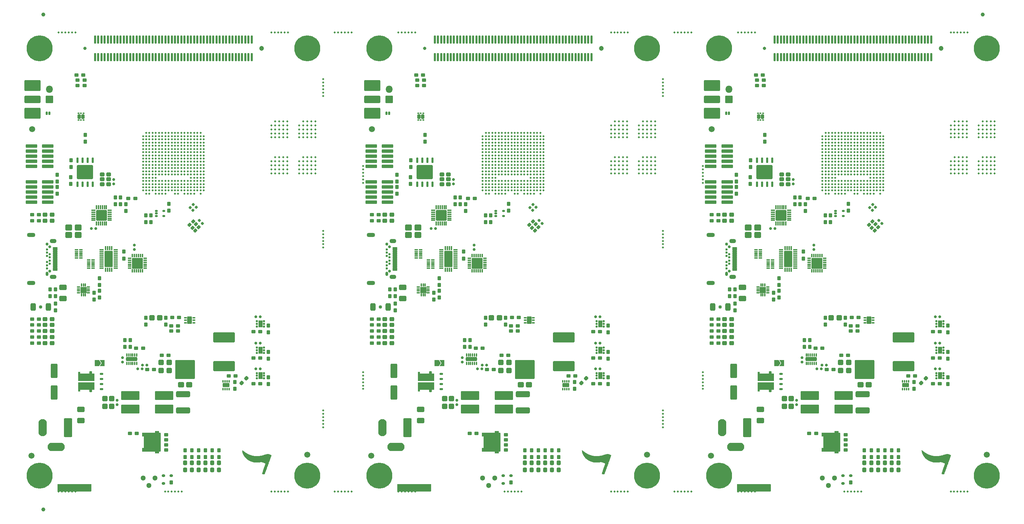
<source format=gts>
%TF.GenerationSoftware,KiCad,Pcbnew,8.0.3*%
%TF.CreationDate,2024-06-20T22:05:59-07:00*%
%TF.ProjectId,squishy-main-panel,73717569-7368-4792-9d6d-61696e2d7061,2*%
%TF.SameCoordinates,PX102721c0PY8e19cec*%
%TF.FileFunction,Soldermask,Top*%
%TF.FilePolarity,Negative*%
%FSLAX46Y46*%
G04 Gerber Fmt 4.6, Leading zero omitted, Abs format (unit mm)*
G04 Created by KiCad (PCBNEW 8.0.3) date 2024-06-20 22:05:59*
%MOMM*%
%LPD*%
G01*
G04 APERTURE LIST*
G04 Aperture macros list*
%AMRoundRect*
0 Rectangle with rounded corners*
0 $1 Rounding radius*
0 $2 $3 $4 $5 $6 $7 $8 $9 X,Y pos of 4 corners*
0 Add a 4 corners polygon primitive as box body*
4,1,4,$2,$3,$4,$5,$6,$7,$8,$9,$2,$3,0*
0 Add four circle primitives for the rounded corners*
1,1,$1+$1,$2,$3*
1,1,$1+$1,$4,$5*
1,1,$1+$1,$6,$7*
1,1,$1+$1,$8,$9*
0 Add four rect primitives between the rounded corners*
20,1,$1+$1,$2,$3,$4,$5,0*
20,1,$1+$1,$4,$5,$6,$7,0*
20,1,$1+$1,$6,$7,$8,$9,0*
20,1,$1+$1,$8,$9,$2,$3,0*%
%AMFreePoly0*
4,1,16,0.535355,0.785355,0.541603,0.777735,1.041603,0.027735,1.049029,-0.009806,1.041603,-0.027735,0.541603,-0.777735,0.509806,-0.799029,0.500000,-0.800000,-0.500000,-0.800000,-0.535355,-0.785355,-0.550000,-0.750000,-0.550000,0.750000,-0.535355,0.785355,-0.500000,0.800000,0.500000,0.800000,0.535355,0.785355,0.535355,0.785355,$1*%
%AMFreePoly1*
4,1,16,0.535355,0.785355,0.550000,0.750000,0.550000,-0.750000,0.535355,-0.785355,0.500000,-0.800000,-0.650000,-0.800000,-0.685355,-0.785355,-0.700000,-0.750000,-0.691603,-0.722265,-0.210093,0.000000,-0.691603,0.722265,-0.699029,0.759806,-0.677735,0.791603,-0.650000,0.800000,0.500000,0.800000,0.535355,0.785355,0.535355,0.785355,$1*%
%AMFreePoly2*
4,1,37,-0.662145,2.810355,-0.647500,2.775000,-0.647500,2.330000,2.502500,2.330000,2.537855,2.315355,2.552500,2.280000,2.552500,1.530000,2.537855,1.494645,2.502500,1.480000,2.077500,1.480000,2.077500,-1.480000,2.502500,-1.480000,2.537855,-1.494645,2.552500,-1.530000,2.552500,-2.280000,2.537855,-2.315355,2.502500,-2.330000,-0.647500,-2.330000,-0.647500,-2.775000,-0.662145,-2.810355,
-0.697500,-2.825000,-1.602500,-2.825000,-1.637855,-2.810355,-1.652500,-2.775000,-1.652500,-2.330000,-2.027500,-2.330000,-2.062855,-2.315355,-2.077500,-2.280000,-2.077500,2.280000,-2.062855,2.315355,-2.027500,2.330000,-1.652500,2.330000,-1.652500,2.775000,-1.637855,2.810355,-1.602500,2.825000,-0.697500,2.825000,-0.662145,2.810355,-0.662145,2.810355,$1*%
G04 Aperture macros list end*
%ADD10C,0.010000*%
%ADD11RoundRect,0.150000X-0.200000X-0.150000X0.200000X-0.150000X0.200000X0.150000X-0.200000X0.150000X0*%
%ADD12C,0.500000*%
%ADD13RoundRect,0.267857X1.482143X-0.482143X1.482143X0.482143X-1.482143X0.482143X-1.482143X-0.482143X0*%
%ADD14RoundRect,0.262500X0.262500X-0.312500X0.262500X0.312500X-0.262500X0.312500X-0.262500X-0.312500X0*%
%ADD15RoundRect,0.100000X0.272500X0.100000X-0.272500X0.100000X-0.272500X-0.100000X0.272500X-0.100000X0*%
%ADD16RoundRect,0.050000X0.505000X0.850000X-0.505000X0.850000X-0.505000X-0.850000X0.505000X-0.850000X0*%
%ADD17RoundRect,0.225000X0.035355X0.353553X-0.353553X-0.035355X-0.035355X-0.353553X0.353553X0.035355X0*%
%ADD18C,6.500000*%
%ADD19RoundRect,0.217100X-0.432900X-0.432900X0.432900X-0.432900X0.432900X0.432900X-0.432900X0.432900X0*%
%ADD20RoundRect,0.225000X0.225000X-0.275000X0.225000X0.275000X-0.225000X0.275000X-0.225000X-0.275000X0*%
%ADD21RoundRect,0.217100X0.432900X-0.432900X0.432900X0.432900X-0.432900X0.432900X-0.432900X-0.432900X0*%
%ADD22RoundRect,0.200000X0.200000X0.350000X-0.200000X0.350000X-0.200000X-0.350000X0.200000X-0.350000X0*%
%ADD23RoundRect,0.175000X0.225000X0.175000X-0.225000X0.175000X-0.225000X-0.175000X0.225000X-0.175000X0*%
%ADD24RoundRect,0.225000X-0.225000X0.275000X-0.225000X-0.275000X0.225000X-0.275000X0.225000X0.275000X0*%
%ADD25C,0.850000*%
%ADD26RoundRect,0.270400X-0.379600X-0.679600X0.379600X-0.679600X0.379600X0.679600X-0.379600X0.679600X0*%
%ADD27RoundRect,0.260361X2.456639X-0.996139X2.456639X0.996139X-2.456639X0.996139X-2.456639X-0.996139X0*%
%ADD28RoundRect,0.262500X0.312500X0.262500X-0.312500X0.262500X-0.312500X-0.262500X0.312500X-0.262500X0*%
%ADD29RoundRect,0.225000X-0.275000X-0.225000X0.275000X-0.225000X0.275000X0.225000X-0.275000X0.225000X0*%
%ADD30RoundRect,0.225000X0.275000X0.225000X-0.275000X0.225000X-0.275000X-0.225000X0.275000X-0.225000X0*%
%ADD31RoundRect,0.087500X0.087500X-0.300000X0.087500X0.300000X-0.087500X0.300000X-0.087500X-0.300000X0*%
%ADD32RoundRect,0.087500X0.300000X-0.087500X0.300000X0.087500X-0.300000X0.087500X-0.300000X-0.087500X0*%
%ADD33RoundRect,0.050000X0.725000X-0.725000X0.725000X0.725000X-0.725000X0.725000X-0.725000X-0.725000X0*%
%ADD34C,0.750000*%
%ADD35O,0.750000X1.050000*%
%ADD36RoundRect,0.112500X-0.487500X0.112500X-0.487500X-0.112500X0.487500X-0.112500X0.487500X0.112500X0*%
%ADD37C,0.700000*%
%ADD38C,0.600000*%
%ADD39O,2.100000X1.100000*%
%ADD40O,1.700000X1.100000*%
%ADD41RoundRect,0.261628X-2.038372X0.863372X-2.038372X-0.863372X2.038372X-0.863372X2.038372X0.863372X0*%
%ADD42RoundRect,0.150000X0.150000X-0.200000X0.150000X0.200000X-0.150000X0.200000X-0.150000X-0.200000X0*%
%ADD43C,1.500000*%
%ADD44RoundRect,0.062500X0.187500X0.337500X-0.187500X0.337500X-0.187500X-0.337500X0.187500X-0.337500X0*%
%ADD45RoundRect,0.150000X-0.150000X0.200000X-0.150000X-0.200000X0.150000X-0.200000X0.150000X0.200000X0*%
%ADD46RoundRect,0.200000X-0.318198X-0.035355X-0.035355X-0.318198X0.318198X0.035355X0.035355X0.318198X0*%
%ADD47RoundRect,0.265625X0.584375X-1.534375X0.584375X1.534375X-0.584375X1.534375X-0.584375X-1.534375X0*%
%ADD48RoundRect,0.255297X2.194703X2.154703X-2.194703X2.154703X-2.194703X-2.154703X2.194703X-2.154703X0*%
%ADD49RoundRect,0.269685X0.480315X0.415315X-0.480315X0.415315X-0.480315X-0.415315X0.480315X-0.415315X0*%
%ADD50RoundRect,0.050000X0.850000X0.850000X-0.850000X0.850000X-0.850000X-0.850000X0.850000X-0.850000X0*%
%ADD51O,1.800000X1.800000*%
%ADD52RoundRect,0.100000X-0.125000X0.100000X-0.125000X-0.100000X0.125000X-0.100000X0.125000X0.100000X0*%
%ADD53RoundRect,0.205000X0.205000X0.370000X-0.205000X0.370000X-0.205000X-0.370000X0.205000X-0.370000X0*%
%ADD54RoundRect,0.087500X0.087500X-0.212500X0.087500X0.212500X-0.087500X0.212500X-0.087500X-0.212500X0*%
%ADD55RoundRect,0.050000X0.800000X-0.450000X0.800000X0.450000X-0.800000X0.450000X-0.800000X-0.450000X0*%
%ADD56RoundRect,0.270000X-0.655000X0.405000X-0.655000X-0.405000X0.655000X-0.405000X0.655000X0.405000X0*%
%ADD57RoundRect,0.250000X-0.350000X0.250000X-0.350000X-0.250000X0.350000X-0.250000X0.350000X0.250000X0*%
%ADD58RoundRect,0.150000X0.200000X0.150000X-0.200000X0.150000X-0.200000X-0.150000X0.200000X-0.150000X0*%
%ADD59RoundRect,0.125000X0.125000X-0.525000X0.125000X0.525000X-0.125000X0.525000X-0.125000X-0.525000X0*%
%ADD60RoundRect,0.259000X1.791000X-1.491000X1.791000X1.491000X-1.791000X1.491000X-1.791000X-1.491000X0*%
%ADD61RoundRect,0.150000X-0.035355X-0.247487X0.247487X0.035355X0.035355X0.247487X-0.247487X-0.035355X0*%
%ADD62FreePoly0,0.000000*%
%ADD63FreePoly1,0.000000*%
%ADD64RoundRect,0.100000X-0.450000X-0.100000X0.450000X-0.100000X0.450000X0.100000X-0.450000X0.100000X0*%
%ADD65RoundRect,0.100000X0.100000X-0.450000X0.100000X0.450000X-0.100000X0.450000X-0.100000X-0.450000X0*%
%ADD66RoundRect,0.262500X-0.787500X-1.787500X0.787500X-1.787500X0.787500X1.787500X-0.787500X1.787500X0*%
%ADD67RoundRect,0.118750X0.118750X0.131250X-0.118750X0.131250X-0.118750X-0.131250X0.118750X-0.131250X0*%
%ADD68RoundRect,0.050000X0.500000X0.800000X-0.500000X0.800000X-0.500000X-0.800000X0.500000X-0.800000X0*%
%ADD69RoundRect,0.087500X0.087500X-0.312500X0.087500X0.312500X-0.087500X0.312500X-0.087500X-0.312500X0*%
%ADD70RoundRect,0.275000X1.125000X-0.275000X1.125000X0.275000X-1.125000X0.275000X-1.125000X-0.275000X0*%
%ADD71RoundRect,0.150000X0.247487X-0.035355X-0.035355X0.247487X-0.247487X0.035355X0.035355X-0.247487X0*%
%ADD72RoundRect,0.264045X-1.758455X-0.675955X1.758455X-0.675955X1.758455X0.675955X-1.758455X0.675955X0*%
%ADD73RoundRect,0.269756X-1.752744X-1.112744X1.752744X-1.112744X1.752744X1.112744X-1.752744X1.112744X0*%
%ADD74RoundRect,0.269756X-1.747744X-1.112744X1.747744X-1.112744X1.747744X1.112744X-1.747744X1.112744X0*%
%ADD75RoundRect,0.217100X0.432900X0.432900X-0.432900X0.432900X-0.432900X-0.432900X0.432900X-0.432900X0*%
%ADD76RoundRect,0.127500X0.282500X0.127500X-0.282500X0.127500X-0.282500X-0.127500X0.282500X-0.127500X0*%
%ADD77RoundRect,0.050000X0.255000X0.292500X-0.255000X0.292500X-0.255000X-0.292500X0.255000X-0.292500X0*%
%ADD78RoundRect,0.050000X1.995000X0.865000X-1.995000X0.865000X-1.995000X-0.865000X1.995000X-0.865000X0*%
%ADD79RoundRect,0.050000X0.205000X0.235000X-0.205000X0.235000X-0.205000X-0.235000X0.205000X-0.235000X0*%
%ADD80RoundRect,0.087500X-0.462500X-0.087500X0.462500X-0.087500X0.462500X0.087500X-0.462500X0.087500X0*%
%ADD81RoundRect,0.087500X-0.087500X-0.462500X0.087500X-0.462500X0.087500X0.462500X-0.087500X0.462500X0*%
%ADD82RoundRect,0.259200X-1.090800X-1.090800X1.090800X-1.090800X1.090800X1.090800X-1.090800X1.090800X0*%
%ADD83RoundRect,0.227027X-1.217973X0.192973X-1.217973X-0.192973X1.217973X-0.192973X1.217973X0.192973X0*%
%ADD84RoundRect,0.125000X-0.250000X-0.125000X0.250000X-0.125000X0.250000X0.125000X-0.250000X0.125000X0*%
%ADD85RoundRect,0.268500X-0.581500X-0.481500X0.581500X-0.481500X0.581500X0.481500X-0.581500X0.481500X0*%
%ADD86RoundRect,0.087500X-0.362500X0.087500X-0.362500X-0.087500X0.362500X-0.087500X0.362500X0.087500X0*%
%ADD87RoundRect,0.112500X-0.337500X0.112500X-0.337500X-0.112500X0.337500X-0.112500X0.337500X0.112500X0*%
%ADD88RoundRect,0.262500X-0.787500X2.087500X-0.787500X-2.087500X0.787500X-2.087500X0.787500X2.087500X0*%
%ADD89O,2.100000X4.300000*%
%ADD90O,4.300000X2.100000*%
%ADD91RoundRect,0.270000X0.655000X-0.405000X0.655000X0.405000X-0.655000X0.405000X-0.655000X-0.405000X0*%
%ADD92C,0.800000*%
%ADD93C,1.200000*%
%ADD94RoundRect,0.125000X-0.125000X-0.925000X0.125000X-0.925000X0.125000X0.925000X-0.125000X0.925000X0*%
%ADD95RoundRect,0.212500X0.337500X0.212500X-0.337500X0.212500X-0.337500X-0.212500X0.337500X-0.212500X0*%
%ADD96FreePoly2,180.000000*%
%ADD97C,1.000000*%
%ADD98C,1.300000*%
%ADD99RoundRect,0.087500X-0.375000X-0.087500X0.375000X-0.087500X0.375000X0.087500X-0.375000X0.087500X0*%
%ADD100RoundRect,0.087500X-0.087500X-0.375000X0.087500X-0.375000X0.087500X0.375000X-0.087500X0.375000X0*%
%ADD101RoundRect,0.050000X-1.300000X-1.300000X1.300000X-1.300000X1.300000X1.300000X-1.300000X1.300000X0*%
G04 APERTURE END LIST*
D10*
%TO.C,G1*%
X-20281184Y17349486D02*
X-20271281Y17341925D01*
X-20252552Y17327174D01*
X-20226999Y17306824D01*
X-20196622Y17282469D01*
X-20164620Y17256671D01*
X-20005796Y17131823D01*
X-19840403Y17008474D01*
X-19672305Y16889385D01*
X-19505367Y16777314D01*
X-19394622Y16706612D01*
X-19160256Y16566785D01*
X-18926781Y16440600D01*
X-18693555Y16327841D01*
X-18459936Y16228293D01*
X-18225282Y16141740D01*
X-17988949Y16067968D01*
X-17750297Y16006762D01*
X-17508682Y15957905D01*
X-17263462Y15921185D01*
X-17013995Y15896384D01*
X-16965036Y15892934D01*
X-16917290Y15890492D01*
X-16858355Y15888598D01*
X-16790971Y15887251D01*
X-16717881Y15886450D01*
X-16641824Y15886195D01*
X-16565542Y15886485D01*
X-16491775Y15887320D01*
X-16423265Y15888699D01*
X-16362752Y15890621D01*
X-16313307Y15893066D01*
X-16216368Y15900119D01*
X-16111439Y15909476D01*
X-16004040Y15920569D01*
X-15899692Y15932828D01*
X-15806363Y15945331D01*
X-15714632Y15959156D01*
X-15628169Y15973588D01*
X-15544934Y15989123D01*
X-15462884Y16006257D01*
X-15379977Y16025484D01*
X-15294172Y16047302D01*
X-15203425Y16072205D01*
X-15105696Y16100688D01*
X-14998942Y16133248D01*
X-14887868Y16168228D01*
X-14790138Y16199186D01*
X-14704018Y16226017D01*
X-14627941Y16249150D01*
X-14560342Y16269014D01*
X-14499656Y16286041D01*
X-14444316Y16300660D01*
X-14392757Y16313300D01*
X-14343413Y16324393D01*
X-14294720Y16334368D01*
X-14257050Y16341491D01*
X-14114368Y16362712D01*
X-13977252Y16372763D01*
X-13843878Y16371430D01*
X-13712418Y16358502D01*
X-13581048Y16333766D01*
X-13447941Y16297011D01*
X-13311271Y16248024D01*
X-13255582Y16225120D01*
X-13207831Y16204081D01*
X-13160575Y16181949D01*
X-13116575Y16160116D01*
X-13078592Y16139973D01*
X-13049385Y16122910D01*
X-13038775Y16115855D01*
X-13037520Y16114797D01*
X-13036535Y16113271D01*
X-13035962Y16110875D01*
X-13035944Y16107206D01*
X-13036622Y16101863D01*
X-13038139Y16094445D01*
X-13040639Y16084550D01*
X-13044262Y16071776D01*
X-13049152Y16055720D01*
X-13055450Y16035982D01*
X-13063300Y16012160D01*
X-13072843Y15983852D01*
X-13084223Y15950656D01*
X-13097580Y15912171D01*
X-13113059Y15867994D01*
X-13130801Y15817724D01*
X-13150948Y15760960D01*
X-13173643Y15697299D01*
X-13199029Y15626339D01*
X-13227247Y15547680D01*
X-13258441Y15460919D01*
X-13292752Y15365654D01*
X-13330323Y15261484D01*
X-13371297Y15148007D01*
X-13415815Y15024821D01*
X-13464020Y14891525D01*
X-13516055Y14747717D01*
X-13572061Y14592994D01*
X-13632182Y14426956D01*
X-13696560Y14249200D01*
X-13765336Y14059325D01*
X-13838654Y13856929D01*
X-13873814Y13759873D01*
X-13937069Y13585263D01*
X-13999114Y13413995D01*
X-14059780Y13246534D01*
X-14118898Y13083345D01*
X-14176300Y12924895D01*
X-14231818Y12771648D01*
X-14285282Y12624071D01*
X-14336524Y12482628D01*
X-14385375Y12347787D01*
X-14431666Y12220011D01*
X-14475229Y12099768D01*
X-14515895Y11987522D01*
X-14553495Y11883739D01*
X-14587861Y11788885D01*
X-14618823Y11703426D01*
X-14646214Y11627827D01*
X-14669865Y11562553D01*
X-14689606Y11508070D01*
X-14705270Y11464845D01*
X-14716687Y11433342D01*
X-14723689Y11414027D01*
X-14726103Y11407375D01*
X-14733952Y11404172D01*
X-14753069Y11401747D01*
X-14780804Y11400141D01*
X-14814503Y11399396D01*
X-14851514Y11399552D01*
X-14889185Y11400650D01*
X-14924864Y11402732D01*
X-14940145Y11404058D01*
X-14993888Y11410286D01*
X-15048416Y11418340D01*
X-15102033Y11427801D01*
X-15153040Y11438251D01*
X-15199738Y11449269D01*
X-15240428Y11460439D01*
X-15273412Y11471341D01*
X-15296992Y11481556D01*
X-15309468Y11490666D01*
X-15310911Y11495453D01*
X-15308495Y11502924D01*
X-15301830Y11522957D01*
X-15291135Y11554908D01*
X-15276627Y11598131D01*
X-15258523Y11651982D01*
X-15237041Y11715818D01*
X-15212396Y11788993D01*
X-15184808Y11870863D01*
X-15154492Y11960783D01*
X-15121667Y12058110D01*
X-15086549Y12162197D01*
X-15049356Y12272402D01*
X-15010305Y12388079D01*
X-14969613Y12508585D01*
X-14927497Y12633273D01*
X-14884175Y12761501D01*
X-14880491Y12772403D01*
X-14837091Y12900891D01*
X-14794901Y13025896D01*
X-14754136Y13146771D01*
X-14715012Y13262874D01*
X-14677746Y13373559D01*
X-14642554Y13478183D01*
X-14609651Y13576100D01*
X-14579255Y13666667D01*
X-14551581Y13749238D01*
X-14526845Y13823170D01*
X-14505264Y13887819D01*
X-14487053Y13942539D01*
X-14472428Y13986687D01*
X-14461607Y14019617D01*
X-14454804Y14040686D01*
X-14452236Y14049250D01*
X-14452220Y14049380D01*
X-14457585Y14057122D01*
X-14472100Y14070647D01*
X-14493395Y14087888D01*
X-14513211Y14102601D01*
X-14532128Y14115710D01*
X-14551098Y14127686D01*
X-14571923Y14139377D01*
X-14596403Y14151634D01*
X-14626336Y14165308D01*
X-14663525Y14181248D01*
X-14709768Y14200305D01*
X-14766867Y14223330D01*
X-14779827Y14228517D01*
X-14879876Y14268036D01*
X-14968918Y14302007D01*
X-15048554Y14330820D01*
X-15120389Y14354869D01*
X-15186025Y14374546D01*
X-15247067Y14390242D01*
X-15305116Y14402351D01*
X-15361777Y14411265D01*
X-15418652Y14417375D01*
X-15477345Y14421075D01*
X-15539459Y14422757D01*
X-15574448Y14422964D01*
X-15639721Y14422129D01*
X-15702478Y14419438D01*
X-15765778Y14414595D01*
X-15832679Y14407303D01*
X-15906241Y14397265D01*
X-15989522Y14384183D01*
X-16011437Y14380534D01*
X-16081227Y14369111D01*
X-16143395Y14359740D01*
X-16200524Y14352228D01*
X-16255199Y14346380D01*
X-16310000Y14342000D01*
X-16367513Y14338896D01*
X-16430319Y14336872D01*
X-16501002Y14335735D01*
X-16582145Y14335289D01*
X-16613032Y14335261D01*
X-16690424Y14335401D01*
X-16756471Y14335924D01*
X-16813769Y14336972D01*
X-16864913Y14338686D01*
X-16912496Y14341208D01*
X-16959113Y14344680D01*
X-17007359Y14349243D01*
X-17059829Y14355039D01*
X-17119116Y14362210D01*
X-17128839Y14363423D01*
X-17254815Y14381863D01*
X-17388832Y14406389D01*
X-17526870Y14436093D01*
X-17664910Y14470068D01*
X-17798933Y14507408D01*
X-17885701Y14534251D01*
X-18098843Y14609453D01*
X-18304735Y14694762D01*
X-18502898Y14789816D01*
X-18692851Y14894253D01*
X-18874111Y15007711D01*
X-19046199Y15129829D01*
X-19208634Y15260245D01*
X-19360935Y15398596D01*
X-19502620Y15544522D01*
X-19633210Y15697660D01*
X-19752223Y15857648D01*
X-19853709Y16014961D01*
X-19874780Y16051585D01*
X-19900482Y16098615D01*
X-19929671Y16153768D01*
X-19961204Y16214763D01*
X-19993938Y16279316D01*
X-20026728Y16345144D01*
X-20058433Y16409966D01*
X-20087909Y16471499D01*
X-20114011Y16527459D01*
X-20135598Y16575565D01*
X-20142262Y16591035D01*
X-20194381Y16730334D01*
X-20235995Y16877268D01*
X-20266658Y17029816D01*
X-20285922Y17185957D01*
X-20291058Y17263028D01*
X-20295700Y17359818D01*
X-20281184Y17349486D01*
G36*
X-20281184Y17349486D02*
G01*
X-20271281Y17341925D01*
X-20252552Y17327174D01*
X-20226999Y17306824D01*
X-20196622Y17282469D01*
X-20164620Y17256671D01*
X-20005796Y17131823D01*
X-19840403Y17008474D01*
X-19672305Y16889385D01*
X-19505367Y16777314D01*
X-19394622Y16706612D01*
X-19160256Y16566785D01*
X-18926781Y16440600D01*
X-18693555Y16327841D01*
X-18459936Y16228293D01*
X-18225282Y16141740D01*
X-17988949Y16067968D01*
X-17750297Y16006762D01*
X-17508682Y15957905D01*
X-17263462Y15921185D01*
X-17013995Y15896384D01*
X-16965036Y15892934D01*
X-16917290Y15890492D01*
X-16858355Y15888598D01*
X-16790971Y15887251D01*
X-16717881Y15886450D01*
X-16641824Y15886195D01*
X-16565542Y15886485D01*
X-16491775Y15887320D01*
X-16423265Y15888699D01*
X-16362752Y15890621D01*
X-16313307Y15893066D01*
X-16216368Y15900119D01*
X-16111439Y15909476D01*
X-16004040Y15920569D01*
X-15899692Y15932828D01*
X-15806363Y15945331D01*
X-15714632Y15959156D01*
X-15628169Y15973588D01*
X-15544934Y15989123D01*
X-15462884Y16006257D01*
X-15379977Y16025484D01*
X-15294172Y16047302D01*
X-15203425Y16072205D01*
X-15105696Y16100688D01*
X-14998942Y16133248D01*
X-14887868Y16168228D01*
X-14790138Y16199186D01*
X-14704018Y16226017D01*
X-14627941Y16249150D01*
X-14560342Y16269014D01*
X-14499656Y16286041D01*
X-14444316Y16300660D01*
X-14392757Y16313300D01*
X-14343413Y16324393D01*
X-14294720Y16334368D01*
X-14257050Y16341491D01*
X-14114368Y16362712D01*
X-13977252Y16372763D01*
X-13843878Y16371430D01*
X-13712418Y16358502D01*
X-13581048Y16333766D01*
X-13447941Y16297011D01*
X-13311271Y16248024D01*
X-13255582Y16225120D01*
X-13207831Y16204081D01*
X-13160575Y16181949D01*
X-13116575Y16160116D01*
X-13078592Y16139973D01*
X-13049385Y16122910D01*
X-13038775Y16115855D01*
X-13037520Y16114797D01*
X-13036535Y16113271D01*
X-13035962Y16110875D01*
X-13035944Y16107206D01*
X-13036622Y16101863D01*
X-13038139Y16094445D01*
X-13040639Y16084550D01*
X-13044262Y16071776D01*
X-13049152Y16055720D01*
X-13055450Y16035982D01*
X-13063300Y16012160D01*
X-13072843Y15983852D01*
X-13084223Y15950656D01*
X-13097580Y15912171D01*
X-13113059Y15867994D01*
X-13130801Y15817724D01*
X-13150948Y15760960D01*
X-13173643Y15697299D01*
X-13199029Y15626339D01*
X-13227247Y15547680D01*
X-13258441Y15460919D01*
X-13292752Y15365654D01*
X-13330323Y15261484D01*
X-13371297Y15148007D01*
X-13415815Y15024821D01*
X-13464020Y14891525D01*
X-13516055Y14747717D01*
X-13572061Y14592994D01*
X-13632182Y14426956D01*
X-13696560Y14249200D01*
X-13765336Y14059325D01*
X-13838654Y13856929D01*
X-13873814Y13759873D01*
X-13937069Y13585263D01*
X-13999114Y13413995D01*
X-14059780Y13246534D01*
X-14118898Y13083345D01*
X-14176300Y12924895D01*
X-14231818Y12771648D01*
X-14285282Y12624071D01*
X-14336524Y12482628D01*
X-14385375Y12347787D01*
X-14431666Y12220011D01*
X-14475229Y12099768D01*
X-14515895Y11987522D01*
X-14553495Y11883739D01*
X-14587861Y11788885D01*
X-14618823Y11703426D01*
X-14646214Y11627827D01*
X-14669865Y11562553D01*
X-14689606Y11508070D01*
X-14705270Y11464845D01*
X-14716687Y11433342D01*
X-14723689Y11414027D01*
X-14726103Y11407375D01*
X-14733952Y11404172D01*
X-14753069Y11401747D01*
X-14780804Y11400141D01*
X-14814503Y11399396D01*
X-14851514Y11399552D01*
X-14889185Y11400650D01*
X-14924864Y11402732D01*
X-14940145Y11404058D01*
X-14993888Y11410286D01*
X-15048416Y11418340D01*
X-15102033Y11427801D01*
X-15153040Y11438251D01*
X-15199738Y11449269D01*
X-15240428Y11460439D01*
X-15273412Y11471341D01*
X-15296992Y11481556D01*
X-15309468Y11490666D01*
X-15310911Y11495453D01*
X-15308495Y11502924D01*
X-15301830Y11522957D01*
X-15291135Y11554908D01*
X-15276627Y11598131D01*
X-15258523Y11651982D01*
X-15237041Y11715818D01*
X-15212396Y11788993D01*
X-15184808Y11870863D01*
X-15154492Y11960783D01*
X-15121667Y12058110D01*
X-15086549Y12162197D01*
X-15049356Y12272402D01*
X-15010305Y12388079D01*
X-14969613Y12508585D01*
X-14927497Y12633273D01*
X-14884175Y12761501D01*
X-14880491Y12772403D01*
X-14837091Y12900891D01*
X-14794901Y13025896D01*
X-14754136Y13146771D01*
X-14715012Y13262874D01*
X-14677746Y13373559D01*
X-14642554Y13478183D01*
X-14609651Y13576100D01*
X-14579255Y13666667D01*
X-14551581Y13749238D01*
X-14526845Y13823170D01*
X-14505264Y13887819D01*
X-14487053Y13942539D01*
X-14472428Y13986687D01*
X-14461607Y14019617D01*
X-14454804Y14040686D01*
X-14452236Y14049250D01*
X-14452220Y14049380D01*
X-14457585Y14057122D01*
X-14472100Y14070647D01*
X-14493395Y14087888D01*
X-14513211Y14102601D01*
X-14532128Y14115710D01*
X-14551098Y14127686D01*
X-14571923Y14139377D01*
X-14596403Y14151634D01*
X-14626336Y14165308D01*
X-14663525Y14181248D01*
X-14709768Y14200305D01*
X-14766867Y14223330D01*
X-14779827Y14228517D01*
X-14879876Y14268036D01*
X-14968918Y14302007D01*
X-15048554Y14330820D01*
X-15120389Y14354869D01*
X-15186025Y14374546D01*
X-15247067Y14390242D01*
X-15305116Y14402351D01*
X-15361777Y14411265D01*
X-15418652Y14417375D01*
X-15477345Y14421075D01*
X-15539459Y14422757D01*
X-15574448Y14422964D01*
X-15639721Y14422129D01*
X-15702478Y14419438D01*
X-15765778Y14414595D01*
X-15832679Y14407303D01*
X-15906241Y14397265D01*
X-15989522Y14384183D01*
X-16011437Y14380534D01*
X-16081227Y14369111D01*
X-16143395Y14359740D01*
X-16200524Y14352228D01*
X-16255199Y14346380D01*
X-16310000Y14342000D01*
X-16367513Y14338896D01*
X-16430319Y14336872D01*
X-16501002Y14335735D01*
X-16582145Y14335289D01*
X-16613032Y14335261D01*
X-16690424Y14335401D01*
X-16756471Y14335924D01*
X-16813769Y14336972D01*
X-16864913Y14338686D01*
X-16912496Y14341208D01*
X-16959113Y14344680D01*
X-17007359Y14349243D01*
X-17059829Y14355039D01*
X-17119116Y14362210D01*
X-17128839Y14363423D01*
X-17254815Y14381863D01*
X-17388832Y14406389D01*
X-17526870Y14436093D01*
X-17664910Y14470068D01*
X-17798933Y14507408D01*
X-17885701Y14534251D01*
X-18098843Y14609453D01*
X-18304735Y14694762D01*
X-18502898Y14789816D01*
X-18692851Y14894253D01*
X-18874111Y15007711D01*
X-19046199Y15129829D01*
X-19208634Y15260245D01*
X-19360935Y15398596D01*
X-19502620Y15544522D01*
X-19633210Y15697660D01*
X-19752223Y15857648D01*
X-19853709Y16014961D01*
X-19874780Y16051585D01*
X-19900482Y16098615D01*
X-19929671Y16153768D01*
X-19961204Y16214763D01*
X-19993938Y16279316D01*
X-20026728Y16345144D01*
X-20058433Y16409966D01*
X-20087909Y16471499D01*
X-20114011Y16527459D01*
X-20135598Y16575565D01*
X-20142262Y16591035D01*
X-20194381Y16730334D01*
X-20235995Y16877268D01*
X-20266658Y17029816D01*
X-20285922Y17185957D01*
X-20291058Y17263028D01*
X-20295700Y17359818D01*
X-20281184Y17349486D01*
G37*
X-190281184Y17349486D02*
X-190271281Y17341925D01*
X-190252552Y17327174D01*
X-190226999Y17306824D01*
X-190196622Y17282469D01*
X-190164620Y17256671D01*
X-190005796Y17131823D01*
X-189840403Y17008474D01*
X-189672305Y16889385D01*
X-189505367Y16777314D01*
X-189394622Y16706612D01*
X-189160256Y16566785D01*
X-188926781Y16440600D01*
X-188693555Y16327841D01*
X-188459936Y16228293D01*
X-188225282Y16141740D01*
X-187988949Y16067968D01*
X-187750297Y16006762D01*
X-187508682Y15957905D01*
X-187263462Y15921185D01*
X-187013995Y15896384D01*
X-186965036Y15892934D01*
X-186917290Y15890492D01*
X-186858355Y15888598D01*
X-186790971Y15887251D01*
X-186717881Y15886450D01*
X-186641824Y15886195D01*
X-186565542Y15886485D01*
X-186491775Y15887320D01*
X-186423265Y15888699D01*
X-186362752Y15890621D01*
X-186313307Y15893066D01*
X-186216368Y15900119D01*
X-186111439Y15909476D01*
X-186004040Y15920569D01*
X-185899692Y15932828D01*
X-185806363Y15945331D01*
X-185714632Y15959156D01*
X-185628169Y15973588D01*
X-185544934Y15989123D01*
X-185462884Y16006257D01*
X-185379977Y16025484D01*
X-185294172Y16047302D01*
X-185203425Y16072205D01*
X-185105696Y16100688D01*
X-184998942Y16133248D01*
X-184887868Y16168228D01*
X-184790138Y16199186D01*
X-184704018Y16226017D01*
X-184627941Y16249150D01*
X-184560342Y16269014D01*
X-184499656Y16286041D01*
X-184444316Y16300660D01*
X-184392757Y16313300D01*
X-184343413Y16324393D01*
X-184294720Y16334368D01*
X-184257050Y16341491D01*
X-184114368Y16362712D01*
X-183977252Y16372763D01*
X-183843878Y16371430D01*
X-183712418Y16358502D01*
X-183581048Y16333766D01*
X-183447941Y16297011D01*
X-183311271Y16248024D01*
X-183255582Y16225120D01*
X-183207831Y16204081D01*
X-183160575Y16181949D01*
X-183116575Y16160116D01*
X-183078592Y16139973D01*
X-183049385Y16122910D01*
X-183038775Y16115855D01*
X-183037520Y16114797D01*
X-183036535Y16113271D01*
X-183035962Y16110875D01*
X-183035944Y16107206D01*
X-183036622Y16101863D01*
X-183038139Y16094445D01*
X-183040639Y16084550D01*
X-183044262Y16071776D01*
X-183049152Y16055720D01*
X-183055450Y16035982D01*
X-183063300Y16012160D01*
X-183072843Y15983852D01*
X-183084223Y15950656D01*
X-183097580Y15912171D01*
X-183113059Y15867994D01*
X-183130801Y15817724D01*
X-183150948Y15760960D01*
X-183173643Y15697299D01*
X-183199029Y15626339D01*
X-183227247Y15547680D01*
X-183258441Y15460919D01*
X-183292752Y15365654D01*
X-183330323Y15261484D01*
X-183371297Y15148007D01*
X-183415815Y15024821D01*
X-183464020Y14891525D01*
X-183516055Y14747717D01*
X-183572061Y14592994D01*
X-183632182Y14426956D01*
X-183696560Y14249200D01*
X-183765336Y14059325D01*
X-183838654Y13856929D01*
X-183873814Y13759873D01*
X-183937069Y13585263D01*
X-183999114Y13413995D01*
X-184059780Y13246534D01*
X-184118898Y13083345D01*
X-184176300Y12924895D01*
X-184231818Y12771648D01*
X-184285282Y12624071D01*
X-184336524Y12482628D01*
X-184385375Y12347787D01*
X-184431666Y12220011D01*
X-184475229Y12099768D01*
X-184515895Y11987522D01*
X-184553495Y11883739D01*
X-184587861Y11788885D01*
X-184618823Y11703426D01*
X-184646214Y11627827D01*
X-184669865Y11562553D01*
X-184689606Y11508070D01*
X-184705270Y11464845D01*
X-184716687Y11433342D01*
X-184723689Y11414027D01*
X-184726103Y11407375D01*
X-184733952Y11404172D01*
X-184753069Y11401747D01*
X-184780804Y11400141D01*
X-184814503Y11399396D01*
X-184851514Y11399552D01*
X-184889185Y11400650D01*
X-184924864Y11402732D01*
X-184940145Y11404058D01*
X-184993888Y11410286D01*
X-185048416Y11418340D01*
X-185102033Y11427801D01*
X-185153040Y11438251D01*
X-185199738Y11449269D01*
X-185240428Y11460439D01*
X-185273412Y11471341D01*
X-185296992Y11481556D01*
X-185309468Y11490666D01*
X-185310911Y11495453D01*
X-185308495Y11502924D01*
X-185301830Y11522957D01*
X-185291135Y11554908D01*
X-185276627Y11598131D01*
X-185258523Y11651982D01*
X-185237041Y11715818D01*
X-185212396Y11788993D01*
X-185184808Y11870863D01*
X-185154492Y11960783D01*
X-185121667Y12058110D01*
X-185086549Y12162197D01*
X-185049356Y12272402D01*
X-185010305Y12388079D01*
X-184969613Y12508585D01*
X-184927497Y12633273D01*
X-184884175Y12761501D01*
X-184880491Y12772403D01*
X-184837091Y12900891D01*
X-184794901Y13025896D01*
X-184754136Y13146771D01*
X-184715012Y13262874D01*
X-184677746Y13373559D01*
X-184642554Y13478183D01*
X-184609651Y13576100D01*
X-184579255Y13666667D01*
X-184551581Y13749238D01*
X-184526845Y13823170D01*
X-184505264Y13887819D01*
X-184487053Y13942539D01*
X-184472428Y13986687D01*
X-184461607Y14019617D01*
X-184454804Y14040686D01*
X-184452236Y14049250D01*
X-184452220Y14049380D01*
X-184457585Y14057122D01*
X-184472100Y14070647D01*
X-184493395Y14087888D01*
X-184513211Y14102601D01*
X-184532128Y14115710D01*
X-184551098Y14127686D01*
X-184571923Y14139377D01*
X-184596403Y14151634D01*
X-184626336Y14165308D01*
X-184663525Y14181248D01*
X-184709768Y14200305D01*
X-184766867Y14223330D01*
X-184779827Y14228517D01*
X-184879876Y14268036D01*
X-184968918Y14302007D01*
X-185048554Y14330820D01*
X-185120389Y14354869D01*
X-185186025Y14374546D01*
X-185247067Y14390242D01*
X-185305116Y14402351D01*
X-185361777Y14411265D01*
X-185418652Y14417375D01*
X-185477345Y14421075D01*
X-185539459Y14422757D01*
X-185574448Y14422964D01*
X-185639721Y14422129D01*
X-185702478Y14419438D01*
X-185765778Y14414595D01*
X-185832679Y14407303D01*
X-185906241Y14397265D01*
X-185989522Y14384183D01*
X-186011437Y14380534D01*
X-186081227Y14369111D01*
X-186143395Y14359740D01*
X-186200524Y14352228D01*
X-186255199Y14346380D01*
X-186310000Y14342000D01*
X-186367513Y14338896D01*
X-186430319Y14336872D01*
X-186501002Y14335735D01*
X-186582145Y14335289D01*
X-186613032Y14335261D01*
X-186690424Y14335401D01*
X-186756471Y14335924D01*
X-186813769Y14336972D01*
X-186864913Y14338686D01*
X-186912496Y14341208D01*
X-186959113Y14344680D01*
X-187007359Y14349243D01*
X-187059829Y14355039D01*
X-187119116Y14362210D01*
X-187128839Y14363423D01*
X-187254815Y14381863D01*
X-187388832Y14406389D01*
X-187526870Y14436093D01*
X-187664910Y14470068D01*
X-187798933Y14507408D01*
X-187885701Y14534251D01*
X-188098843Y14609453D01*
X-188304735Y14694762D01*
X-188502898Y14789816D01*
X-188692851Y14894253D01*
X-188874111Y15007711D01*
X-189046199Y15129829D01*
X-189208634Y15260245D01*
X-189360935Y15398596D01*
X-189502620Y15544522D01*
X-189633210Y15697660D01*
X-189752223Y15857648D01*
X-189853709Y16014961D01*
X-189874780Y16051585D01*
X-189900482Y16098615D01*
X-189929671Y16153768D01*
X-189961204Y16214763D01*
X-189993938Y16279316D01*
X-190026728Y16345144D01*
X-190058433Y16409966D01*
X-190087909Y16471499D01*
X-190114011Y16527459D01*
X-190135598Y16575565D01*
X-190142262Y16591035D01*
X-190194381Y16730334D01*
X-190235995Y16877268D01*
X-190266658Y17029816D01*
X-190285922Y17185957D01*
X-190291058Y17263028D01*
X-190295700Y17359818D01*
X-190281184Y17349486D01*
G36*
X-190281184Y17349486D02*
G01*
X-190271281Y17341925D01*
X-190252552Y17327174D01*
X-190226999Y17306824D01*
X-190196622Y17282469D01*
X-190164620Y17256671D01*
X-190005796Y17131823D01*
X-189840403Y17008474D01*
X-189672305Y16889385D01*
X-189505367Y16777314D01*
X-189394622Y16706612D01*
X-189160256Y16566785D01*
X-188926781Y16440600D01*
X-188693555Y16327841D01*
X-188459936Y16228293D01*
X-188225282Y16141740D01*
X-187988949Y16067968D01*
X-187750297Y16006762D01*
X-187508682Y15957905D01*
X-187263462Y15921185D01*
X-187013995Y15896384D01*
X-186965036Y15892934D01*
X-186917290Y15890492D01*
X-186858355Y15888598D01*
X-186790971Y15887251D01*
X-186717881Y15886450D01*
X-186641824Y15886195D01*
X-186565542Y15886485D01*
X-186491775Y15887320D01*
X-186423265Y15888699D01*
X-186362752Y15890621D01*
X-186313307Y15893066D01*
X-186216368Y15900119D01*
X-186111439Y15909476D01*
X-186004040Y15920569D01*
X-185899692Y15932828D01*
X-185806363Y15945331D01*
X-185714632Y15959156D01*
X-185628169Y15973588D01*
X-185544934Y15989123D01*
X-185462884Y16006257D01*
X-185379977Y16025484D01*
X-185294172Y16047302D01*
X-185203425Y16072205D01*
X-185105696Y16100688D01*
X-184998942Y16133248D01*
X-184887868Y16168228D01*
X-184790138Y16199186D01*
X-184704018Y16226017D01*
X-184627941Y16249150D01*
X-184560342Y16269014D01*
X-184499656Y16286041D01*
X-184444316Y16300660D01*
X-184392757Y16313300D01*
X-184343413Y16324393D01*
X-184294720Y16334368D01*
X-184257050Y16341491D01*
X-184114368Y16362712D01*
X-183977252Y16372763D01*
X-183843878Y16371430D01*
X-183712418Y16358502D01*
X-183581048Y16333766D01*
X-183447941Y16297011D01*
X-183311271Y16248024D01*
X-183255582Y16225120D01*
X-183207831Y16204081D01*
X-183160575Y16181949D01*
X-183116575Y16160116D01*
X-183078592Y16139973D01*
X-183049385Y16122910D01*
X-183038775Y16115855D01*
X-183037520Y16114797D01*
X-183036535Y16113271D01*
X-183035962Y16110875D01*
X-183035944Y16107206D01*
X-183036622Y16101863D01*
X-183038139Y16094445D01*
X-183040639Y16084550D01*
X-183044262Y16071776D01*
X-183049152Y16055720D01*
X-183055450Y16035982D01*
X-183063300Y16012160D01*
X-183072843Y15983852D01*
X-183084223Y15950656D01*
X-183097580Y15912171D01*
X-183113059Y15867994D01*
X-183130801Y15817724D01*
X-183150948Y15760960D01*
X-183173643Y15697299D01*
X-183199029Y15626339D01*
X-183227247Y15547680D01*
X-183258441Y15460919D01*
X-183292752Y15365654D01*
X-183330323Y15261484D01*
X-183371297Y15148007D01*
X-183415815Y15024821D01*
X-183464020Y14891525D01*
X-183516055Y14747717D01*
X-183572061Y14592994D01*
X-183632182Y14426956D01*
X-183696560Y14249200D01*
X-183765336Y14059325D01*
X-183838654Y13856929D01*
X-183873814Y13759873D01*
X-183937069Y13585263D01*
X-183999114Y13413995D01*
X-184059780Y13246534D01*
X-184118898Y13083345D01*
X-184176300Y12924895D01*
X-184231818Y12771648D01*
X-184285282Y12624071D01*
X-184336524Y12482628D01*
X-184385375Y12347787D01*
X-184431666Y12220011D01*
X-184475229Y12099768D01*
X-184515895Y11987522D01*
X-184553495Y11883739D01*
X-184587861Y11788885D01*
X-184618823Y11703426D01*
X-184646214Y11627827D01*
X-184669865Y11562553D01*
X-184689606Y11508070D01*
X-184705270Y11464845D01*
X-184716687Y11433342D01*
X-184723689Y11414027D01*
X-184726103Y11407375D01*
X-184733952Y11404172D01*
X-184753069Y11401747D01*
X-184780804Y11400141D01*
X-184814503Y11399396D01*
X-184851514Y11399552D01*
X-184889185Y11400650D01*
X-184924864Y11402732D01*
X-184940145Y11404058D01*
X-184993888Y11410286D01*
X-185048416Y11418340D01*
X-185102033Y11427801D01*
X-185153040Y11438251D01*
X-185199738Y11449269D01*
X-185240428Y11460439D01*
X-185273412Y11471341D01*
X-185296992Y11481556D01*
X-185309468Y11490666D01*
X-185310911Y11495453D01*
X-185308495Y11502924D01*
X-185301830Y11522957D01*
X-185291135Y11554908D01*
X-185276627Y11598131D01*
X-185258523Y11651982D01*
X-185237041Y11715818D01*
X-185212396Y11788993D01*
X-185184808Y11870863D01*
X-185154492Y11960783D01*
X-185121667Y12058110D01*
X-185086549Y12162197D01*
X-185049356Y12272402D01*
X-185010305Y12388079D01*
X-184969613Y12508585D01*
X-184927497Y12633273D01*
X-184884175Y12761501D01*
X-184880491Y12772403D01*
X-184837091Y12900891D01*
X-184794901Y13025896D01*
X-184754136Y13146771D01*
X-184715012Y13262874D01*
X-184677746Y13373559D01*
X-184642554Y13478183D01*
X-184609651Y13576100D01*
X-184579255Y13666667D01*
X-184551581Y13749238D01*
X-184526845Y13823170D01*
X-184505264Y13887819D01*
X-184487053Y13942539D01*
X-184472428Y13986687D01*
X-184461607Y14019617D01*
X-184454804Y14040686D01*
X-184452236Y14049250D01*
X-184452220Y14049380D01*
X-184457585Y14057122D01*
X-184472100Y14070647D01*
X-184493395Y14087888D01*
X-184513211Y14102601D01*
X-184532128Y14115710D01*
X-184551098Y14127686D01*
X-184571923Y14139377D01*
X-184596403Y14151634D01*
X-184626336Y14165308D01*
X-184663525Y14181248D01*
X-184709768Y14200305D01*
X-184766867Y14223330D01*
X-184779827Y14228517D01*
X-184879876Y14268036D01*
X-184968918Y14302007D01*
X-185048554Y14330820D01*
X-185120389Y14354869D01*
X-185186025Y14374546D01*
X-185247067Y14390242D01*
X-185305116Y14402351D01*
X-185361777Y14411265D01*
X-185418652Y14417375D01*
X-185477345Y14421075D01*
X-185539459Y14422757D01*
X-185574448Y14422964D01*
X-185639721Y14422129D01*
X-185702478Y14419438D01*
X-185765778Y14414595D01*
X-185832679Y14407303D01*
X-185906241Y14397265D01*
X-185989522Y14384183D01*
X-186011437Y14380534D01*
X-186081227Y14369111D01*
X-186143395Y14359740D01*
X-186200524Y14352228D01*
X-186255199Y14346380D01*
X-186310000Y14342000D01*
X-186367513Y14338896D01*
X-186430319Y14336872D01*
X-186501002Y14335735D01*
X-186582145Y14335289D01*
X-186613032Y14335261D01*
X-186690424Y14335401D01*
X-186756471Y14335924D01*
X-186813769Y14336972D01*
X-186864913Y14338686D01*
X-186912496Y14341208D01*
X-186959113Y14344680D01*
X-187007359Y14349243D01*
X-187059829Y14355039D01*
X-187119116Y14362210D01*
X-187128839Y14363423D01*
X-187254815Y14381863D01*
X-187388832Y14406389D01*
X-187526870Y14436093D01*
X-187664910Y14470068D01*
X-187798933Y14507408D01*
X-187885701Y14534251D01*
X-188098843Y14609453D01*
X-188304735Y14694762D01*
X-188502898Y14789816D01*
X-188692851Y14894253D01*
X-188874111Y15007711D01*
X-189046199Y15129829D01*
X-189208634Y15260245D01*
X-189360935Y15398596D01*
X-189502620Y15544522D01*
X-189633210Y15697660D01*
X-189752223Y15857648D01*
X-189853709Y16014961D01*
X-189874780Y16051585D01*
X-189900482Y16098615D01*
X-189929671Y16153768D01*
X-189961204Y16214763D01*
X-189993938Y16279316D01*
X-190026728Y16345144D01*
X-190058433Y16409966D01*
X-190087909Y16471499D01*
X-190114011Y16527459D01*
X-190135598Y16575565D01*
X-190142262Y16591035D01*
X-190194381Y16730334D01*
X-190235995Y16877268D01*
X-190266658Y17029816D01*
X-190285922Y17185957D01*
X-190291058Y17263028D01*
X-190295700Y17359818D01*
X-190281184Y17349486D01*
G37*
X-105281184Y17349486D02*
X-105271281Y17341925D01*
X-105252552Y17327174D01*
X-105226999Y17306824D01*
X-105196622Y17282469D01*
X-105164620Y17256671D01*
X-105005796Y17131823D01*
X-104840403Y17008474D01*
X-104672305Y16889385D01*
X-104505367Y16777314D01*
X-104394622Y16706612D01*
X-104160256Y16566785D01*
X-103926781Y16440600D01*
X-103693555Y16327841D01*
X-103459936Y16228293D01*
X-103225282Y16141740D01*
X-102988949Y16067968D01*
X-102750297Y16006762D01*
X-102508682Y15957905D01*
X-102263462Y15921185D01*
X-102013995Y15896384D01*
X-101965036Y15892934D01*
X-101917290Y15890492D01*
X-101858355Y15888598D01*
X-101790971Y15887251D01*
X-101717881Y15886450D01*
X-101641824Y15886195D01*
X-101565542Y15886485D01*
X-101491775Y15887320D01*
X-101423265Y15888699D01*
X-101362752Y15890621D01*
X-101313307Y15893066D01*
X-101216368Y15900119D01*
X-101111439Y15909476D01*
X-101004040Y15920569D01*
X-100899692Y15932828D01*
X-100806363Y15945331D01*
X-100714632Y15959156D01*
X-100628169Y15973588D01*
X-100544934Y15989123D01*
X-100462884Y16006257D01*
X-100379977Y16025484D01*
X-100294172Y16047302D01*
X-100203425Y16072205D01*
X-100105696Y16100688D01*
X-99998942Y16133248D01*
X-99887868Y16168228D01*
X-99790138Y16199186D01*
X-99704018Y16226017D01*
X-99627941Y16249150D01*
X-99560342Y16269014D01*
X-99499656Y16286041D01*
X-99444316Y16300660D01*
X-99392757Y16313300D01*
X-99343413Y16324393D01*
X-99294720Y16334368D01*
X-99257050Y16341491D01*
X-99114368Y16362712D01*
X-98977252Y16372763D01*
X-98843878Y16371430D01*
X-98712418Y16358502D01*
X-98581048Y16333766D01*
X-98447941Y16297011D01*
X-98311271Y16248024D01*
X-98255582Y16225120D01*
X-98207831Y16204081D01*
X-98160575Y16181949D01*
X-98116575Y16160116D01*
X-98078592Y16139973D01*
X-98049385Y16122910D01*
X-98038775Y16115855D01*
X-98037520Y16114797D01*
X-98036535Y16113271D01*
X-98035962Y16110875D01*
X-98035944Y16107206D01*
X-98036622Y16101863D01*
X-98038139Y16094445D01*
X-98040639Y16084550D01*
X-98044262Y16071776D01*
X-98049152Y16055720D01*
X-98055450Y16035982D01*
X-98063300Y16012160D01*
X-98072843Y15983852D01*
X-98084223Y15950656D01*
X-98097580Y15912171D01*
X-98113059Y15867994D01*
X-98130801Y15817724D01*
X-98150948Y15760960D01*
X-98173643Y15697299D01*
X-98199029Y15626339D01*
X-98227247Y15547680D01*
X-98258441Y15460919D01*
X-98292752Y15365654D01*
X-98330323Y15261484D01*
X-98371297Y15148007D01*
X-98415815Y15024821D01*
X-98464020Y14891525D01*
X-98516055Y14747717D01*
X-98572061Y14592994D01*
X-98632182Y14426956D01*
X-98696560Y14249200D01*
X-98765336Y14059325D01*
X-98838654Y13856929D01*
X-98873814Y13759873D01*
X-98937069Y13585263D01*
X-98999114Y13413995D01*
X-99059780Y13246534D01*
X-99118898Y13083345D01*
X-99176300Y12924895D01*
X-99231818Y12771648D01*
X-99285282Y12624071D01*
X-99336524Y12482628D01*
X-99385375Y12347787D01*
X-99431666Y12220011D01*
X-99475229Y12099768D01*
X-99515895Y11987522D01*
X-99553495Y11883739D01*
X-99587861Y11788885D01*
X-99618823Y11703426D01*
X-99646214Y11627827D01*
X-99669865Y11562553D01*
X-99689606Y11508070D01*
X-99705270Y11464845D01*
X-99716687Y11433342D01*
X-99723689Y11414027D01*
X-99726103Y11407375D01*
X-99733952Y11404172D01*
X-99753069Y11401747D01*
X-99780804Y11400141D01*
X-99814503Y11399396D01*
X-99851514Y11399552D01*
X-99889185Y11400650D01*
X-99924864Y11402732D01*
X-99940145Y11404058D01*
X-99993888Y11410286D01*
X-100048416Y11418340D01*
X-100102033Y11427801D01*
X-100153040Y11438251D01*
X-100199738Y11449269D01*
X-100240428Y11460439D01*
X-100273412Y11471341D01*
X-100296992Y11481556D01*
X-100309468Y11490666D01*
X-100310911Y11495453D01*
X-100308495Y11502924D01*
X-100301830Y11522957D01*
X-100291135Y11554908D01*
X-100276627Y11598131D01*
X-100258523Y11651982D01*
X-100237041Y11715818D01*
X-100212396Y11788993D01*
X-100184808Y11870863D01*
X-100154492Y11960783D01*
X-100121667Y12058110D01*
X-100086549Y12162197D01*
X-100049356Y12272402D01*
X-100010305Y12388079D01*
X-99969613Y12508585D01*
X-99927497Y12633273D01*
X-99884175Y12761501D01*
X-99880491Y12772403D01*
X-99837091Y12900891D01*
X-99794901Y13025896D01*
X-99754136Y13146771D01*
X-99715012Y13262874D01*
X-99677746Y13373559D01*
X-99642554Y13478183D01*
X-99609651Y13576100D01*
X-99579255Y13666667D01*
X-99551581Y13749238D01*
X-99526845Y13823170D01*
X-99505264Y13887819D01*
X-99487053Y13942539D01*
X-99472428Y13986687D01*
X-99461607Y14019617D01*
X-99454804Y14040686D01*
X-99452236Y14049250D01*
X-99452220Y14049380D01*
X-99457585Y14057122D01*
X-99472100Y14070647D01*
X-99493395Y14087888D01*
X-99513211Y14102601D01*
X-99532128Y14115710D01*
X-99551098Y14127686D01*
X-99571923Y14139377D01*
X-99596403Y14151634D01*
X-99626336Y14165308D01*
X-99663525Y14181248D01*
X-99709768Y14200305D01*
X-99766867Y14223330D01*
X-99779827Y14228517D01*
X-99879876Y14268036D01*
X-99968918Y14302007D01*
X-100048554Y14330820D01*
X-100120389Y14354869D01*
X-100186025Y14374546D01*
X-100247067Y14390242D01*
X-100305116Y14402351D01*
X-100361777Y14411265D01*
X-100418652Y14417375D01*
X-100477345Y14421075D01*
X-100539459Y14422757D01*
X-100574448Y14422964D01*
X-100639721Y14422129D01*
X-100702478Y14419438D01*
X-100765778Y14414595D01*
X-100832679Y14407303D01*
X-100906241Y14397265D01*
X-100989522Y14384183D01*
X-101011437Y14380534D01*
X-101081227Y14369111D01*
X-101143395Y14359740D01*
X-101200524Y14352228D01*
X-101255199Y14346380D01*
X-101310000Y14342000D01*
X-101367513Y14338896D01*
X-101430319Y14336872D01*
X-101501002Y14335735D01*
X-101582145Y14335289D01*
X-101613032Y14335261D01*
X-101690424Y14335401D01*
X-101756471Y14335924D01*
X-101813769Y14336972D01*
X-101864913Y14338686D01*
X-101912496Y14341208D01*
X-101959113Y14344680D01*
X-102007359Y14349243D01*
X-102059829Y14355039D01*
X-102119116Y14362210D01*
X-102128839Y14363423D01*
X-102254815Y14381863D01*
X-102388832Y14406389D01*
X-102526870Y14436093D01*
X-102664910Y14470068D01*
X-102798933Y14507408D01*
X-102885701Y14534251D01*
X-103098843Y14609453D01*
X-103304735Y14694762D01*
X-103502898Y14789816D01*
X-103692851Y14894253D01*
X-103874111Y15007711D01*
X-104046199Y15129829D01*
X-104208634Y15260245D01*
X-104360935Y15398596D01*
X-104502620Y15544522D01*
X-104633210Y15697660D01*
X-104752223Y15857648D01*
X-104853709Y16014961D01*
X-104874780Y16051585D01*
X-104900482Y16098615D01*
X-104929671Y16153768D01*
X-104961204Y16214763D01*
X-104993938Y16279316D01*
X-105026728Y16345144D01*
X-105058433Y16409966D01*
X-105087909Y16471499D01*
X-105114011Y16527459D01*
X-105135598Y16575565D01*
X-105142262Y16591035D01*
X-105194381Y16730334D01*
X-105235995Y16877268D01*
X-105266658Y17029816D01*
X-105285922Y17185957D01*
X-105291058Y17263028D01*
X-105295700Y17359818D01*
X-105281184Y17349486D01*
G36*
X-105281184Y17349486D02*
G01*
X-105271281Y17341925D01*
X-105252552Y17327174D01*
X-105226999Y17306824D01*
X-105196622Y17282469D01*
X-105164620Y17256671D01*
X-105005796Y17131823D01*
X-104840403Y17008474D01*
X-104672305Y16889385D01*
X-104505367Y16777314D01*
X-104394622Y16706612D01*
X-104160256Y16566785D01*
X-103926781Y16440600D01*
X-103693555Y16327841D01*
X-103459936Y16228293D01*
X-103225282Y16141740D01*
X-102988949Y16067968D01*
X-102750297Y16006762D01*
X-102508682Y15957905D01*
X-102263462Y15921185D01*
X-102013995Y15896384D01*
X-101965036Y15892934D01*
X-101917290Y15890492D01*
X-101858355Y15888598D01*
X-101790971Y15887251D01*
X-101717881Y15886450D01*
X-101641824Y15886195D01*
X-101565542Y15886485D01*
X-101491775Y15887320D01*
X-101423265Y15888699D01*
X-101362752Y15890621D01*
X-101313307Y15893066D01*
X-101216368Y15900119D01*
X-101111439Y15909476D01*
X-101004040Y15920569D01*
X-100899692Y15932828D01*
X-100806363Y15945331D01*
X-100714632Y15959156D01*
X-100628169Y15973588D01*
X-100544934Y15989123D01*
X-100462884Y16006257D01*
X-100379977Y16025484D01*
X-100294172Y16047302D01*
X-100203425Y16072205D01*
X-100105696Y16100688D01*
X-99998942Y16133248D01*
X-99887868Y16168228D01*
X-99790138Y16199186D01*
X-99704018Y16226017D01*
X-99627941Y16249150D01*
X-99560342Y16269014D01*
X-99499656Y16286041D01*
X-99444316Y16300660D01*
X-99392757Y16313300D01*
X-99343413Y16324393D01*
X-99294720Y16334368D01*
X-99257050Y16341491D01*
X-99114368Y16362712D01*
X-98977252Y16372763D01*
X-98843878Y16371430D01*
X-98712418Y16358502D01*
X-98581048Y16333766D01*
X-98447941Y16297011D01*
X-98311271Y16248024D01*
X-98255582Y16225120D01*
X-98207831Y16204081D01*
X-98160575Y16181949D01*
X-98116575Y16160116D01*
X-98078592Y16139973D01*
X-98049385Y16122910D01*
X-98038775Y16115855D01*
X-98037520Y16114797D01*
X-98036535Y16113271D01*
X-98035962Y16110875D01*
X-98035944Y16107206D01*
X-98036622Y16101863D01*
X-98038139Y16094445D01*
X-98040639Y16084550D01*
X-98044262Y16071776D01*
X-98049152Y16055720D01*
X-98055450Y16035982D01*
X-98063300Y16012160D01*
X-98072843Y15983852D01*
X-98084223Y15950656D01*
X-98097580Y15912171D01*
X-98113059Y15867994D01*
X-98130801Y15817724D01*
X-98150948Y15760960D01*
X-98173643Y15697299D01*
X-98199029Y15626339D01*
X-98227247Y15547680D01*
X-98258441Y15460919D01*
X-98292752Y15365654D01*
X-98330323Y15261484D01*
X-98371297Y15148007D01*
X-98415815Y15024821D01*
X-98464020Y14891525D01*
X-98516055Y14747717D01*
X-98572061Y14592994D01*
X-98632182Y14426956D01*
X-98696560Y14249200D01*
X-98765336Y14059325D01*
X-98838654Y13856929D01*
X-98873814Y13759873D01*
X-98937069Y13585263D01*
X-98999114Y13413995D01*
X-99059780Y13246534D01*
X-99118898Y13083345D01*
X-99176300Y12924895D01*
X-99231818Y12771648D01*
X-99285282Y12624071D01*
X-99336524Y12482628D01*
X-99385375Y12347787D01*
X-99431666Y12220011D01*
X-99475229Y12099768D01*
X-99515895Y11987522D01*
X-99553495Y11883739D01*
X-99587861Y11788885D01*
X-99618823Y11703426D01*
X-99646214Y11627827D01*
X-99669865Y11562553D01*
X-99689606Y11508070D01*
X-99705270Y11464845D01*
X-99716687Y11433342D01*
X-99723689Y11414027D01*
X-99726103Y11407375D01*
X-99733952Y11404172D01*
X-99753069Y11401747D01*
X-99780804Y11400141D01*
X-99814503Y11399396D01*
X-99851514Y11399552D01*
X-99889185Y11400650D01*
X-99924864Y11402732D01*
X-99940145Y11404058D01*
X-99993888Y11410286D01*
X-100048416Y11418340D01*
X-100102033Y11427801D01*
X-100153040Y11438251D01*
X-100199738Y11449269D01*
X-100240428Y11460439D01*
X-100273412Y11471341D01*
X-100296992Y11481556D01*
X-100309468Y11490666D01*
X-100310911Y11495453D01*
X-100308495Y11502924D01*
X-100301830Y11522957D01*
X-100291135Y11554908D01*
X-100276627Y11598131D01*
X-100258523Y11651982D01*
X-100237041Y11715818D01*
X-100212396Y11788993D01*
X-100184808Y11870863D01*
X-100154492Y11960783D01*
X-100121667Y12058110D01*
X-100086549Y12162197D01*
X-100049356Y12272402D01*
X-100010305Y12388079D01*
X-99969613Y12508585D01*
X-99927497Y12633273D01*
X-99884175Y12761501D01*
X-99880491Y12772403D01*
X-99837091Y12900891D01*
X-99794901Y13025896D01*
X-99754136Y13146771D01*
X-99715012Y13262874D01*
X-99677746Y13373559D01*
X-99642554Y13478183D01*
X-99609651Y13576100D01*
X-99579255Y13666667D01*
X-99551581Y13749238D01*
X-99526845Y13823170D01*
X-99505264Y13887819D01*
X-99487053Y13942539D01*
X-99472428Y13986687D01*
X-99461607Y14019617D01*
X-99454804Y14040686D01*
X-99452236Y14049250D01*
X-99452220Y14049380D01*
X-99457585Y14057122D01*
X-99472100Y14070647D01*
X-99493395Y14087888D01*
X-99513211Y14102601D01*
X-99532128Y14115710D01*
X-99551098Y14127686D01*
X-99571923Y14139377D01*
X-99596403Y14151634D01*
X-99626336Y14165308D01*
X-99663525Y14181248D01*
X-99709768Y14200305D01*
X-99766867Y14223330D01*
X-99779827Y14228517D01*
X-99879876Y14268036D01*
X-99968918Y14302007D01*
X-100048554Y14330820D01*
X-100120389Y14354869D01*
X-100186025Y14374546D01*
X-100247067Y14390242D01*
X-100305116Y14402351D01*
X-100361777Y14411265D01*
X-100418652Y14417375D01*
X-100477345Y14421075D01*
X-100539459Y14422757D01*
X-100574448Y14422964D01*
X-100639721Y14422129D01*
X-100702478Y14419438D01*
X-100765778Y14414595D01*
X-100832679Y14407303D01*
X-100906241Y14397265D01*
X-100989522Y14384183D01*
X-101011437Y14380534D01*
X-101081227Y14369111D01*
X-101143395Y14359740D01*
X-101200524Y14352228D01*
X-101255199Y14346380D01*
X-101310000Y14342000D01*
X-101367513Y14338896D01*
X-101430319Y14336872D01*
X-101501002Y14335735D01*
X-101582145Y14335289D01*
X-101613032Y14335261D01*
X-101690424Y14335401D01*
X-101756471Y14335924D01*
X-101813769Y14336972D01*
X-101864913Y14338686D01*
X-101912496Y14341208D01*
X-101959113Y14344680D01*
X-102007359Y14349243D01*
X-102059829Y14355039D01*
X-102119116Y14362210D01*
X-102128839Y14363423D01*
X-102254815Y14381863D01*
X-102388832Y14406389D01*
X-102526870Y14436093D01*
X-102664910Y14470068D01*
X-102798933Y14507408D01*
X-102885701Y14534251D01*
X-103098843Y14609453D01*
X-103304735Y14694762D01*
X-103502898Y14789816D01*
X-103692851Y14894253D01*
X-103874111Y15007711D01*
X-104046199Y15129829D01*
X-104208634Y15260245D01*
X-104360935Y15398596D01*
X-104502620Y15544522D01*
X-104633210Y15697660D01*
X-104752223Y15857648D01*
X-104853709Y16014961D01*
X-104874780Y16051585D01*
X-104900482Y16098615D01*
X-104929671Y16153768D01*
X-104961204Y16214763D01*
X-104993938Y16279316D01*
X-105026728Y16345144D01*
X-105058433Y16409966D01*
X-105087909Y16471499D01*
X-105114011Y16527459D01*
X-105135598Y16575565D01*
X-105142262Y16591035D01*
X-105194381Y16730334D01*
X-105235995Y16877268D01*
X-105266658Y17029816D01*
X-105285922Y17185957D01*
X-105291058Y17263028D01*
X-105295700Y17359818D01*
X-105281184Y17349486D01*
G37*
%TD*%
D11*
%TO.C,C44*%
X-16850000Y37752000D03*
X-15750000Y37752000D03*
%TD*%
D12*
%TO.C,KiKit_MB_14_3*%
X-149520200Y122002000D03*
%TD*%
D13*
%TO.C,C28*%
X-205050000Y27302001D03*
X-205050000Y31402001D03*
%TD*%
D14*
%TO.C,D12*%
X-112800000Y12427000D03*
X-112800000Y14177000D03*
%TD*%
D15*
%TO.C,U21*%
X-202400000Y49252000D03*
X-202400000Y49902000D03*
X-202400000Y50552000D03*
X-204455000Y50552000D03*
X-204455000Y49902000D03*
X-204455000Y49252000D03*
D16*
X-203427500Y49902000D03*
%TD*%
D17*
%TO.C,C101*%
X-189198959Y35403041D03*
X-190401041Y34200959D03*
%TD*%
D12*
%TO.C,KiKit_MB_25_2*%
X-74999938Y33541398D03*
%TD*%
D18*
%TO.C,H2*%
X-241000000Y118002000D03*
%TD*%
D12*
%TO.C,KiKit_MB_8_2*%
X-179639401Y7002000D03*
%TD*%
D19*
%TO.C,C32*%
X-210550000Y39352000D03*
X-208550000Y39352000D03*
%TD*%
D12*
%TO.C,KiKit_MB_27_1*%
X-77900000Y7002000D03*
%TD*%
D20*
%TO.C,R55*%
X-107150000Y32732499D03*
X-107150000Y34432499D03*
%TD*%
D21*
%TO.C,C27*%
X-52900000Y28302000D03*
X-52900000Y30302000D03*
%TD*%
D22*
%TO.C,U4*%
X-123000000Y9252000D03*
D23*
X-123000000Y10952000D03*
X-125000000Y10952000D03*
X-125000000Y9052000D03*
%TD*%
D12*
%TO.C,U1*%
X-44300000Y96802000D03*
X-43500000Y96802000D03*
X-42700000Y96802000D03*
X-41900000Y96802000D03*
X-41100000Y96802000D03*
X-40300000Y96802000D03*
X-39500000Y96802000D03*
X-38700000Y96802000D03*
X-37900000Y96802000D03*
X-37100000Y96802000D03*
X-36300000Y96802000D03*
X-35500000Y96802000D03*
X-34700000Y96802000D03*
X-33900000Y96802000D03*
X-33100000Y96802000D03*
X-32300000Y96802000D03*
X-31500000Y96802000D03*
X-30700000Y96802000D03*
X-45100000Y96002000D03*
X-44300000Y96002000D03*
X-43500000Y96002000D03*
X-42700000Y96002000D03*
X-41900000Y96002000D03*
X-41100000Y96002000D03*
X-40300000Y96002000D03*
X-39500000Y96002000D03*
X-38700000Y96002000D03*
X-37900000Y96002000D03*
X-37100000Y96002000D03*
X-36300000Y96002000D03*
X-35500000Y96002000D03*
X-34700000Y96002000D03*
X-33900000Y96002000D03*
X-33100000Y96002000D03*
X-32300000Y96002000D03*
X-31500000Y96002000D03*
X-30700000Y96002000D03*
X-29900000Y96002000D03*
X-45100000Y95202000D03*
X-44300000Y95202000D03*
X-43500000Y95202000D03*
X-42700000Y95202000D03*
X-41900000Y95202000D03*
X-41100000Y95202000D03*
X-40300000Y95202000D03*
X-39500000Y95202000D03*
X-38700000Y95202000D03*
X-37900000Y95202000D03*
X-37100000Y95202000D03*
X-36300000Y95202000D03*
X-35500000Y95202000D03*
X-34700000Y95202000D03*
X-33900000Y95202000D03*
X-33100000Y95202000D03*
X-32300000Y95202000D03*
X-31500000Y95202000D03*
X-30700000Y95202000D03*
X-29900000Y95202000D03*
X-45100000Y94402000D03*
X-44300000Y94402000D03*
X-43500000Y94402000D03*
X-42700000Y94402000D03*
X-41900000Y94402000D03*
X-41100000Y94402000D03*
X-40300000Y94402000D03*
X-39500000Y94402000D03*
X-38700000Y94402000D03*
X-37900000Y94402000D03*
X-37100000Y94402000D03*
X-36300000Y94402000D03*
X-35500000Y94402000D03*
X-34700000Y94402000D03*
X-33900000Y94402000D03*
X-33100000Y94402000D03*
X-32300000Y94402000D03*
X-31500000Y94402000D03*
X-30700000Y94402000D03*
X-29900000Y94402000D03*
X-45100000Y93602000D03*
X-44300000Y93602000D03*
X-43500000Y93602000D03*
X-42700000Y93602000D03*
X-41900000Y93602000D03*
X-41100000Y93602000D03*
X-40300000Y93602000D03*
X-39500000Y93602000D03*
X-38700000Y93602000D03*
X-37900000Y93602000D03*
X-37100000Y93602000D03*
X-36300000Y93602000D03*
X-35500000Y93602000D03*
X-34700000Y93602000D03*
X-33900000Y93602000D03*
X-33100000Y93602000D03*
X-32300000Y93602000D03*
X-31500000Y93602000D03*
X-30700000Y93602000D03*
X-29900000Y93602000D03*
X-45100000Y92802000D03*
X-44300000Y92802000D03*
X-43500000Y92802000D03*
X-42700000Y92802000D03*
X-41900000Y92802000D03*
X-41100000Y92802000D03*
X-40300000Y92802000D03*
X-39500000Y92802000D03*
X-38700000Y92802000D03*
X-37900000Y92802000D03*
X-37100000Y92802000D03*
X-36300000Y92802000D03*
X-35500000Y92802000D03*
X-34700000Y92802000D03*
X-33900000Y92802000D03*
X-33100000Y92802000D03*
X-32300000Y92802000D03*
X-31500000Y92802000D03*
X-30700000Y92802000D03*
X-29900000Y92802000D03*
X-45100000Y92002000D03*
X-44300000Y92002000D03*
X-43500000Y92002000D03*
X-42700000Y92002000D03*
X-41900000Y92002000D03*
X-41100000Y92002000D03*
X-40300000Y92002000D03*
X-39500000Y92002000D03*
X-38700000Y92002000D03*
X-37900000Y92002000D03*
X-37100000Y92002000D03*
X-36300000Y92002000D03*
X-35500000Y92002000D03*
X-34700000Y92002000D03*
X-33900000Y92002000D03*
X-33100000Y92002000D03*
X-32300000Y92002000D03*
X-31500000Y92002000D03*
X-30700000Y92002000D03*
X-29900000Y92002000D03*
X-45100000Y91202000D03*
X-44300000Y91202000D03*
X-43500000Y91202000D03*
X-42700000Y91202000D03*
X-41900000Y91202000D03*
X-41100000Y91202000D03*
X-40300000Y91202000D03*
X-39500000Y91202000D03*
X-38700000Y91202000D03*
X-37900000Y91202000D03*
X-37100000Y91202000D03*
X-36300000Y91202000D03*
X-35500000Y91202000D03*
X-34700000Y91202000D03*
X-33900000Y91202000D03*
X-33100000Y91202000D03*
X-32300000Y91202000D03*
X-31500000Y91202000D03*
X-30700000Y91202000D03*
X-29900000Y91202000D03*
X-45100000Y90402000D03*
X-44300000Y90402000D03*
X-43500000Y90402000D03*
X-42700000Y90402000D03*
X-41900000Y90402000D03*
X-41100000Y90402000D03*
X-40300000Y90402000D03*
X-39500000Y90402000D03*
X-38700000Y90402000D03*
X-37900000Y90402000D03*
X-37100000Y90402000D03*
X-36300000Y90402000D03*
X-35500000Y90402000D03*
X-34700000Y90402000D03*
X-33900000Y90402000D03*
X-33100000Y90402000D03*
X-32300000Y90402000D03*
X-31500000Y90402000D03*
X-30700000Y90402000D03*
X-29900000Y90402000D03*
X-45100000Y89602000D03*
X-44300000Y89602000D03*
X-43500000Y89602000D03*
X-42700000Y89602000D03*
X-41900000Y89602000D03*
X-41100000Y89602000D03*
X-40300000Y89602000D03*
X-39500000Y89602000D03*
X-38700000Y89602000D03*
X-37900000Y89602000D03*
X-37100000Y89602000D03*
X-36300000Y89602000D03*
X-35500000Y89602000D03*
X-34700000Y89602000D03*
X-33900000Y89602000D03*
X-33100000Y89602000D03*
X-32300000Y89602000D03*
X-31500000Y89602000D03*
X-30700000Y89602000D03*
X-29900000Y89602000D03*
X-45100000Y88802000D03*
X-44300000Y88802000D03*
X-43500000Y88802000D03*
X-42700000Y88802000D03*
X-41900000Y88802000D03*
X-41100000Y88802000D03*
X-40300000Y88802000D03*
X-39500000Y88802000D03*
X-38700000Y88802000D03*
X-37900000Y88802000D03*
X-37100000Y88802000D03*
X-36300000Y88802000D03*
X-35500000Y88802000D03*
X-34700000Y88802000D03*
X-33900000Y88802000D03*
X-33100000Y88802000D03*
X-32300000Y88802000D03*
X-31500000Y88802000D03*
X-30700000Y88802000D03*
X-29900000Y88802000D03*
X-45100000Y88002000D03*
X-44300000Y88002000D03*
X-43500000Y88002000D03*
X-42700000Y88002000D03*
X-41900000Y88002000D03*
X-41100000Y88002000D03*
X-40300000Y88002000D03*
X-39500000Y88002000D03*
X-38700000Y88002000D03*
X-37900000Y88002000D03*
X-37100000Y88002000D03*
X-36300000Y88002000D03*
X-35500000Y88002000D03*
X-34700000Y88002000D03*
X-33900000Y88002000D03*
X-33100000Y88002000D03*
X-32300000Y88002000D03*
X-31500000Y88002000D03*
X-30700000Y88002000D03*
X-29900000Y88002000D03*
X-45100000Y87202000D03*
X-44300000Y87202000D03*
X-43500000Y87202000D03*
X-42700000Y87202000D03*
X-41900000Y87202000D03*
X-41100000Y87202000D03*
X-40300000Y87202000D03*
X-39500000Y87202000D03*
X-38700000Y87202000D03*
X-37900000Y87202000D03*
X-37100000Y87202000D03*
X-36300000Y87202000D03*
X-35500000Y87202000D03*
X-34700000Y87202000D03*
X-33900000Y87202000D03*
X-33100000Y87202000D03*
X-32300000Y87202000D03*
X-31500000Y87202000D03*
X-30700000Y87202000D03*
X-29900000Y87202000D03*
X-45100000Y86402000D03*
X-44300000Y86402000D03*
X-43500000Y86402000D03*
X-42700000Y86402000D03*
X-41900000Y86402000D03*
X-41100000Y86402000D03*
X-40300000Y86402000D03*
X-39500000Y86402000D03*
X-38700000Y86402000D03*
X-37900000Y86402000D03*
X-37100000Y86402000D03*
X-36300000Y86402000D03*
X-35500000Y86402000D03*
X-34700000Y86402000D03*
X-33900000Y86402000D03*
X-33100000Y86402000D03*
X-32300000Y86402000D03*
X-31500000Y86402000D03*
X-30700000Y86402000D03*
X-29900000Y86402000D03*
X-45100000Y85602000D03*
X-44300000Y85602000D03*
X-43500000Y85602000D03*
X-42700000Y85602000D03*
X-41900000Y85602000D03*
X-33100000Y85602000D03*
X-32300000Y85602000D03*
X-31500000Y85602000D03*
X-30700000Y85602000D03*
X-29900000Y85602000D03*
X-45100000Y84802000D03*
X-44300000Y84802000D03*
X-43500000Y84802000D03*
X-42700000Y84802000D03*
X-41900000Y84802000D03*
X-41100000Y84802000D03*
X-40300000Y84802000D03*
X-39500000Y84802000D03*
X-38700000Y84802000D03*
X-37900000Y84802000D03*
X-37100000Y84802000D03*
X-36300000Y84802000D03*
X-35500000Y84802000D03*
X-34700000Y84802000D03*
X-33900000Y84802000D03*
X-33100000Y84802000D03*
X-32300000Y84802000D03*
X-31500000Y84802000D03*
X-30700000Y84802000D03*
X-29900000Y84802000D03*
X-45100000Y84002000D03*
X-44300000Y84002000D03*
X-43500000Y84002000D03*
X-42700000Y84002000D03*
X-41900000Y84002000D03*
X-41100000Y84002000D03*
X-40300000Y84002000D03*
X-39500000Y84002000D03*
X-38700000Y84002000D03*
X-37900000Y84002000D03*
X-37100000Y84002000D03*
X-36300000Y84002000D03*
X-35500000Y84002000D03*
X-34700000Y84002000D03*
X-33900000Y84002000D03*
X-33100000Y84002000D03*
X-32300000Y84002000D03*
X-31500000Y84002000D03*
X-30700000Y84002000D03*
X-29900000Y84002000D03*
X-45100000Y83202000D03*
X-44300000Y83202000D03*
X-43500000Y83202000D03*
X-42700000Y83202000D03*
X-41900000Y83202000D03*
X-41100000Y83202000D03*
X-40300000Y83202000D03*
X-39500000Y83202000D03*
X-38700000Y83202000D03*
X-37900000Y83202000D03*
X-37100000Y83202000D03*
X-36300000Y83202000D03*
X-35500000Y83202000D03*
X-34700000Y83202000D03*
X-33900000Y83202000D03*
X-33100000Y83202000D03*
X-32300000Y83202000D03*
X-31500000Y83202000D03*
X-30700000Y83202000D03*
X-29900000Y83202000D03*
X-45100000Y82402000D03*
X-44300000Y82402000D03*
X-43500000Y82402000D03*
X-42700000Y82402000D03*
X-41900000Y82402000D03*
X-41100000Y82402000D03*
X-40300000Y82402000D03*
X-39500000Y82402000D03*
X-38700000Y82402000D03*
X-37900000Y82402000D03*
X-37100000Y82402000D03*
X-36300000Y82402000D03*
X-35500000Y82402000D03*
X-34700000Y82402000D03*
X-33900000Y82402000D03*
X-33100000Y82402000D03*
X-32300000Y82402000D03*
X-31500000Y82402000D03*
X-30700000Y82402000D03*
X-29900000Y82402000D03*
X-44300000Y81602000D03*
X-43500000Y81602000D03*
X-41900000Y81602000D03*
X-41100000Y81602000D03*
X-40300000Y81602000D03*
X-39500000Y81602000D03*
X-37100000Y81602000D03*
X-36300000Y81602000D03*
X-34700000Y81602000D03*
X-33900000Y81602000D03*
X-33100000Y81602000D03*
X-32300000Y81602000D03*
X-30700000Y81602000D03*
%TD*%
D24*
%TO.C,C23*%
X-233100000Y89952000D03*
X-233100000Y88252000D03*
%TD*%
D12*
%TO.C,KiKit_MB_7_2*%
X-206239401Y7002000D03*
%TD*%
%TO.C,KiKit_MB_6_3*%
X-181320200Y122002000D03*
%TD*%
D25*
%TO.C,SW2*%
X-240700000Y53202000D03*
D26*
X-242600000Y53202000D03*
X-238800000Y53202000D03*
%TD*%
D12*
%TO.C,KiKit_MB_17_3*%
X-95479801Y7002000D03*
%TD*%
%TO.C,KiKit_MB_18_6*%
X-159999929Y36902997D03*
%TD*%
%TO.C,KiKit_MB_3_2*%
X-170000000Y26462600D03*
%TD*%
D24*
%TO.C,C87*%
X-13700001Y48602000D03*
X-13700001Y46902000D03*
%TD*%
%TO.C,R20*%
X-66600000Y86352000D03*
X-66600000Y84652000D03*
%TD*%
D18*
%TO.C,H1*%
X-174000000Y118002000D03*
%TD*%
D27*
%TO.C,L3*%
X-109800000Y38382500D03*
X-109800000Y45621500D03*
%TD*%
D24*
%TO.C,C45*%
X-183700000Y35602000D03*
X-183700000Y33902000D03*
%TD*%
%TO.C,C45*%
X-98700000Y35602000D03*
X-98700000Y33902000D03*
%TD*%
D12*
%TO.C,KiKit_MB_1_5*%
X-170000000Y106941400D03*
%TD*%
D14*
%TO.C,D12*%
X-27800000Y12427000D03*
X-27800000Y14177000D03*
%TD*%
D28*
%TO.C,D15*%
X-152825000Y74802001D03*
X-154575000Y74802001D03*
%TD*%
D29*
%TO.C,R25*%
X-72850000Y47202001D03*
X-71150000Y47202001D03*
%TD*%
D12*
%TO.C,KiKit_MB_15_6*%
X-93799001Y122002000D03*
%TD*%
D29*
%TO.C,R7*%
X-157850000Y74802001D03*
X-156150000Y74802001D03*
%TD*%
%TO.C,C30*%
X-40400000Y41102000D03*
X-38700000Y41102000D03*
%TD*%
D19*
%TO.C,C32*%
X-125550000Y39352000D03*
X-123550000Y39352000D03*
%TD*%
D12*
%TO.C,KiKit_MB_17_1*%
X-93799001Y7002000D03*
%TD*%
D30*
%TO.C,R57*%
X-106949998Y35932500D03*
X-108649998Y35932500D03*
%TD*%
D31*
%TO.C,U10*%
X-60500001Y56239500D03*
X-60000001Y56239500D03*
X-59500001Y56239500D03*
D32*
X-58737501Y56752000D03*
X-58737501Y57252000D03*
X-58737501Y57752000D03*
X-58737501Y58252000D03*
D31*
X-59500001Y58764500D03*
X-60000001Y58764500D03*
X-60500001Y58764500D03*
D32*
X-61262501Y58252000D03*
X-61262501Y57752000D03*
X-61262501Y57252000D03*
X-61262501Y56752000D03*
D33*
X-60000001Y57502000D03*
%TD*%
D24*
%TO.C,R34*%
X-32900000Y17352000D03*
X-32900000Y15652000D03*
%TD*%
D12*
%TO.C,KiKit_MB_16_1*%
X-120399001Y7002000D03*
%TD*%
%TO.C,KiKit_MB_1_3*%
X-170000000Y108622199D03*
%TD*%
D29*
%TO.C,C90*%
X-208050000Y47202000D03*
X-206350000Y47202000D03*
%TD*%
D24*
%TO.C,C25*%
X-218300000Y44952000D03*
X-218300000Y43252000D03*
%TD*%
D34*
%TO.C,J3*%
X-69100000Y68977001D03*
D35*
X-69100000Y61527001D03*
D36*
X-67100000Y68002001D03*
X-67100000Y67502001D03*
X-67100000Y67002001D03*
X-67100000Y66502001D03*
X-67100000Y66002001D03*
X-67100000Y65502001D03*
X-67100000Y65002001D03*
X-67100000Y64502001D03*
X-67100000Y64002001D03*
X-67100000Y63502001D03*
X-67100000Y63002001D03*
X-67100000Y62502001D03*
D37*
X-68400000Y62202001D03*
D38*
X-69100000Y62852001D03*
X-69100000Y63652001D03*
X-68400000Y64052001D03*
X-69100000Y64452001D03*
X-68400000Y64852001D03*
X-68400000Y65652001D03*
X-69100000Y66052001D03*
X-68400000Y66452001D03*
X-69100000Y66852001D03*
X-69100000Y67652001D03*
D37*
X-68400000Y68302001D03*
D39*
X-73100000Y71252001D03*
D40*
X-67600000Y69752001D03*
X-67600000Y60752001D03*
D39*
X-73100000Y59252001D03*
%TD*%
D30*
%TO.C,R15*%
X-127350000Y37552000D03*
X-129050000Y37552000D03*
%TD*%
D24*
%TO.C,R71*%
X-148200000Y85752000D03*
X-148200000Y84052000D03*
%TD*%
D28*
%TO.C,D4*%
X-237825000Y47202001D03*
X-239575000Y47202001D03*
%TD*%
D12*
%TO.C,KiKit_MB_11_4*%
X-85000000Y69781800D03*
%TD*%
D41*
%TO.C,L1*%
X-48300000Y31067001D03*
X-48300000Y27637001D03*
X-39800000Y27637001D03*
X-39800000Y31067001D03*
%TD*%
D42*
%TO.C,C31*%
X-221550000Y28752000D03*
X-221550000Y29852000D03*
%TD*%
D12*
%TO.C,KiKit_MB_6_1*%
X-183001000Y122002000D03*
%TD*%
%TO.C,U14*%
X-182000000Y90702000D03*
X-181000000Y90702001D03*
X-180000000Y90702000D03*
X-179000000Y90702000D03*
X-183000000Y89702000D03*
X-182000000Y89702000D03*
X-181000000Y89702000D03*
X-180000000Y89702000D03*
X-179000000Y89702000D03*
X-183000001Y88702000D03*
X-182000000Y88702000D03*
X-181000000Y88702000D03*
X-180000000Y88702000D03*
X-178999999Y88702000D03*
X-183000000Y87702000D03*
X-182000000Y87702000D03*
X-181000000Y87702000D03*
X-180000000Y87702000D03*
X-179000000Y87702000D03*
X-183000000Y86702000D03*
X-182000000Y86702000D03*
X-181000000Y86701999D03*
X-180000000Y86702000D03*
X-179000000Y86702000D03*
%TD*%
D43*
%TO.C,FID5*%
X-89000000Y16202000D03*
%TD*%
D24*
%TO.C,R12*%
X-220700000Y80652000D03*
X-220700000Y78952000D03*
%TD*%
D12*
%TO.C,KiKit_MB_11_1*%
X-85000000Y72302999D03*
%TD*%
D44*
%TO.C,D17*%
X-238500001Y101702000D03*
X-239199999Y101702000D03*
%TD*%
D20*
%TO.C,R45*%
X-227300000Y55052000D03*
X-227300000Y56752000D03*
%TD*%
D31*
%TO.C,U10*%
X-145500001Y56239500D03*
X-145000001Y56239500D03*
X-144500001Y56239500D03*
D32*
X-143737501Y56752000D03*
X-143737501Y57252000D03*
X-143737501Y57752000D03*
X-143737501Y58252000D03*
D31*
X-144500001Y58764500D03*
X-145000001Y58764500D03*
X-145500001Y58764500D03*
D32*
X-146262501Y58252000D03*
X-146262501Y57752000D03*
X-146262501Y57252000D03*
X-146262501Y56752000D03*
D33*
X-145000001Y57502000D03*
%TD*%
D12*
%TO.C,KiKit_MB_15_1*%
X-98001000Y122002000D03*
%TD*%
D45*
%TO.C,R30*%
X-132250001Y68752000D03*
X-132250001Y67652000D03*
%TD*%
D12*
%TO.C,KiKit_MB_5_3*%
X-234520199Y122002000D03*
%TD*%
D24*
%TO.C,R4*%
X-134600000Y44952000D03*
X-134600000Y43252000D03*
%TD*%
D29*
%TO.C,C39*%
X-17450000Y47052000D03*
X-15750000Y47052000D03*
%TD*%
D30*
%TO.C,R15*%
X-212350000Y37552000D03*
X-214050000Y37552000D03*
%TD*%
D20*
%TO.C,R44*%
X-141000000Y55602000D03*
X-141000000Y57302000D03*
%TD*%
D46*
%TO.C,X3*%
X-118449049Y73767165D03*
X-117741942Y73060058D03*
X-117034835Y72352951D03*
X-116150951Y73236835D03*
X-116858058Y73943942D03*
X-117565165Y74651049D03*
%TD*%
D41*
%TO.C,L1*%
X-218300000Y31067001D03*
X-218300000Y27637001D03*
X-209800000Y27637001D03*
X-209800000Y31067001D03*
%TD*%
D47*
%TO.C,C94*%
X-152300000Y31802000D03*
X-152300000Y37202000D03*
%TD*%
D28*
%TO.C,D6*%
X-237825000Y50202000D03*
X-239575000Y50202000D03*
%TD*%
D12*
%TO.C,KiKit_MB_13_5*%
X-150360600Y7002000D03*
%TD*%
D14*
%TO.C,D8*%
X-119600003Y12426997D03*
X-119600003Y14176997D03*
%TD*%
D12*
%TO.C,KiKit_MB_29_1*%
X-162900000Y7002000D03*
%TD*%
D24*
%TO.C,R78*%
X-201200000Y17352000D03*
X-201200000Y15652000D03*
%TD*%
D48*
%TO.C,D1*%
X-204550000Y37541999D03*
D49*
X-203510000Y33736999D03*
X-205590000Y33736999D03*
%TD*%
D29*
%TO.C,R16*%
X-133400000Y21602000D03*
X-131700000Y21602000D03*
%TD*%
D24*
%TO.C,R22*%
X-226000000Y60402000D03*
X-226000000Y58702000D03*
%TD*%
D29*
%TO.C,R25*%
X-157850000Y47202001D03*
X-156150000Y47202001D03*
%TD*%
D50*
%TO.C,J1*%
X-153500000Y105227000D03*
D51*
X-153500000Y107767000D03*
%TD*%
D52*
%TO.C,Q7*%
X-59950000Y101777000D03*
X-60600000Y101776999D03*
D53*
X-61090000Y100902000D03*
D52*
X-61250000Y101777000D03*
X-61250000Y100027000D03*
X-60600000Y100027001D03*
X-59950000Y100027000D03*
D53*
X-60110000Y100902000D03*
%TD*%
D21*
%TO.C,C33*%
X-139650000Y28302000D03*
X-139650000Y30302000D03*
%TD*%
D12*
%TO.C,KiKit_MB_3_1*%
X-170000000Y27303000D03*
%TD*%
D18*
%TO.C,H2*%
X-71000000Y118002000D03*
%TD*%
D12*
%TO.C,KiKit_MB_27_4*%
X-80420000Y7002000D03*
%TD*%
D28*
%TO.C,D5*%
X-237825000Y48702000D03*
X-239575000Y48702000D03*
%TD*%
D11*
%TO.C,C86*%
X-16850000Y50752000D03*
X-15750000Y50752000D03*
%TD*%
D12*
%TO.C,KiKit_MB_26_6*%
X-82100000Y122002000D03*
%TD*%
D54*
%TO.C,U23*%
X-110050000Y32682500D03*
X-109550000Y32682500D03*
X-109050000Y32682500D03*
X-108550000Y32682500D03*
X-108550000Y34582500D03*
X-109050000Y34582500D03*
X-109550000Y34582500D03*
X-110050000Y34582500D03*
D55*
X-109300000Y33632500D03*
%TD*%
D29*
%TO.C,C43*%
X-187450000Y34052000D03*
X-185750000Y34052000D03*
%TD*%
D56*
%TO.C,F2*%
X-235100000Y58152000D03*
X-235100000Y55352000D03*
%TD*%
D24*
%TO.C,C23*%
X-63100000Y89952000D03*
X-63100000Y88252000D03*
%TD*%
D12*
%TO.C,U14*%
X-97000000Y90702000D03*
X-96000000Y90702001D03*
X-95000000Y90702000D03*
X-94000000Y90702000D03*
X-98000000Y89702000D03*
X-97000000Y89702000D03*
X-96000000Y89702000D03*
X-95000000Y89702000D03*
X-94000000Y89702000D03*
X-98000001Y88702000D03*
X-97000000Y88702000D03*
X-96000000Y88702000D03*
X-95000000Y88702000D03*
X-93999999Y88702000D03*
X-98000000Y87702000D03*
X-97000000Y87702000D03*
X-96000000Y87702000D03*
X-95000000Y87702000D03*
X-94000000Y87702000D03*
X-98000000Y86702000D03*
X-97000000Y86702000D03*
X-96000000Y86701999D03*
X-95000000Y86702000D03*
X-94000000Y86702000D03*
%TD*%
D24*
%TO.C,R42*%
X-119600003Y17352000D03*
X-119600003Y15652000D03*
%TD*%
D57*
%TO.C,X1*%
X-55300000Y86402001D03*
X-55299999Y85202000D03*
X-55300000Y84001999D03*
X-53700000Y84001999D03*
X-53700001Y85202000D03*
X-53700000Y86402001D03*
%TD*%
D58*
%TO.C,C26*%
X-130350000Y37702000D03*
X-131450000Y37702000D03*
%TD*%
D12*
%TO.C,KiKit_MB_23_3*%
X-37079801Y7002000D03*
%TD*%
D59*
%TO.C,U12*%
X-146505000Y84002000D03*
X-145235000Y84002000D03*
X-143965000Y84002000D03*
X-142695000Y84002000D03*
X-142695000Y90002000D03*
X-143965000Y90002000D03*
X-145235000Y90002000D03*
X-146505000Y90002000D03*
D60*
X-144600000Y87002000D03*
%TD*%
D12*
%TO.C,KiKit_MB_20_4*%
X-64520200Y7002000D03*
%TD*%
D20*
%TO.C,R8*%
X-152000000Y55902000D03*
X-152000000Y57602000D03*
%TD*%
D61*
%TO.C,C10*%
X-202581802Y77405984D03*
X-201803984Y78183802D03*
%TD*%
D24*
%TO.C,C48*%
X-44400000Y50552000D03*
X-44400000Y48852000D03*
%TD*%
D12*
%TO.C,KiKit_MB_10_1*%
X-85000000Y110302999D03*
%TD*%
%TO.C,KiKit_MB_23_1*%
X-35399001Y7002000D03*
%TD*%
D18*
%TO.C,H2*%
X-156000000Y118002000D03*
%TD*%
D12*
%TO.C,KiKit_MB_5_5*%
X-232839400Y122002000D03*
%TD*%
%TO.C,KiKit_MB_13_2*%
X-147839401Y7002000D03*
%TD*%
D30*
%TO.C,R57*%
X-21949998Y35932500D03*
X-23649998Y35932500D03*
%TD*%
D12*
%TO.C,KiKit_MB_28_2*%
X-163740000Y122002000D03*
%TD*%
D20*
%TO.C,R19*%
X-66600000Y81552000D03*
X-66600000Y83252000D03*
%TD*%
D12*
%TO.C,KiKit_MB_26_1*%
X-77900000Y122002000D03*
%TD*%
D27*
%TO.C,L3*%
X-194800000Y38382500D03*
X-194800000Y45621500D03*
%TD*%
D62*
%TO.C,JP1*%
X-226675000Y39202000D03*
D63*
X-225225000Y39202000D03*
%TD*%
D18*
%TO.C,H4*%
X-4000000Y11002000D03*
%TD*%
D12*
%TO.C,KiKit_MB_10_2*%
X-85000000Y109462599D03*
%TD*%
D64*
%TO.C,U5*%
X-55440361Y67502001D03*
X-55440361Y67002001D03*
X-55440361Y66502001D03*
X-55440361Y66002001D03*
X-55440361Y65502001D03*
X-55440361Y65002001D03*
X-55440361Y64502001D03*
X-55440361Y64002001D03*
X-55440361Y63502001D03*
X-55440361Y63002001D03*
D65*
X-54440361Y62502001D03*
X-53940361Y62502001D03*
X-53440361Y62502001D03*
X-52940361Y62502001D03*
D64*
X-51940361Y63002001D03*
X-51940361Y63502001D03*
X-51940361Y64002001D03*
X-51940361Y64502001D03*
X-51940361Y65002001D03*
X-51940361Y65502001D03*
X-51940361Y66002001D03*
X-51940361Y66502001D03*
X-51940361Y67002001D03*
X-51940361Y67502001D03*
D65*
X-52940361Y68002001D03*
X-53440361Y68002001D03*
X-53940361Y68002001D03*
X-54440361Y68002001D03*
D66*
X-53690361Y65252001D03*
%TD*%
D61*
%TO.C,C10*%
X-117581802Y77405984D03*
X-116803984Y78183802D03*
%TD*%
D24*
%TO.C,R20*%
X-151600000Y86352000D03*
X-151600000Y84652000D03*
%TD*%
D29*
%TO.C,C90*%
X-38050000Y47202000D03*
X-36350000Y47202000D03*
%TD*%
D67*
%TO.C,U16*%
X-184812500Y41752000D03*
X-184812500Y42402000D03*
X-184812500Y43052000D03*
X-186587500Y43052000D03*
X-186587500Y42402000D03*
X-186587500Y41752000D03*
D68*
X-185700000Y42402000D03*
%TD*%
D24*
%TO.C,R39*%
X-129400000Y76152000D03*
X-129400000Y74452000D03*
%TD*%
D12*
%TO.C,KiKit_MB_20_5*%
X-65360600Y7002000D03*
%TD*%
%TO.C,KiKit_MB_27_5*%
X-81260000Y7002000D03*
%TD*%
%TO.C,KiKit_MB_4_5*%
X-235360599Y7002000D03*
%TD*%
%TO.C,KiKit_MB_19_1*%
X-75000000Y84301000D03*
%TD*%
%TO.C,KiKit_MB_6_5*%
X-179639401Y122002000D03*
%TD*%
D24*
%TO.C,R9*%
X-49900000Y67077000D03*
X-49900000Y65377000D03*
%TD*%
D12*
%TO.C,KiKit_MB_12_5*%
X-85000000Y23941401D03*
%TD*%
D56*
%TO.C,F2*%
X-65100000Y58152000D03*
X-65100000Y55352000D03*
%TD*%
D52*
%TO.C,Q7*%
X-229950000Y101777000D03*
X-230600000Y101776999D03*
D53*
X-231090000Y100902000D03*
D52*
X-231250000Y101777000D03*
X-231250000Y100027000D03*
X-230600000Y100027001D03*
X-229950000Y100027000D03*
D53*
X-230110000Y100902000D03*
%TD*%
D29*
%TO.C,R24*%
X-157850000Y45701999D03*
X-156150000Y45701999D03*
%TD*%
D28*
%TO.C,D2*%
X-237825000Y44202000D03*
X-239575000Y44202000D03*
%TD*%
D22*
%TO.C,U4*%
X-38000000Y9252000D03*
D23*
X-38000000Y10952000D03*
X-40000000Y10952000D03*
X-40000000Y9052000D03*
%TD*%
D19*
%TO.C,C29*%
X-40550000Y37351999D03*
X-38550000Y37351999D03*
%TD*%
D24*
%TO.C,R80*%
X-112800000Y17352000D03*
X-112800000Y15652000D03*
%TD*%
D12*
%TO.C,KiKit_MB_15_4*%
X-95479801Y122002000D03*
%TD*%
D14*
%TO.C,D8*%
X-34600003Y12426997D03*
X-34600003Y14176997D03*
%TD*%
D20*
%TO.C,R45*%
X-142300000Y55052000D03*
X-142300000Y56752000D03*
%TD*%
D25*
%TO.C,SW2*%
X-155700000Y53202000D03*
D26*
X-157600000Y53202000D03*
X-153800000Y53202000D03*
%TD*%
D20*
%TO.C,C21*%
X-222000000Y78952000D03*
X-222000000Y80652000D03*
%TD*%
D12*
%TO.C,KiKit_MB_16_5*%
X-123760600Y7002000D03*
%TD*%
D20*
%TO.C,C8*%
X-238350000Y55902000D03*
X-238350000Y57602000D03*
%TD*%
D28*
%TO.C,D4*%
X-152825000Y47202001D03*
X-154575000Y47202001D03*
%TD*%
D69*
%TO.C,U13*%
X-49150000Y39102000D03*
X-48650000Y39102000D03*
X-48150000Y39102000D03*
X-47650000Y39102000D03*
X-47150000Y39102000D03*
X-46650000Y39102000D03*
X-46650000Y41202000D03*
X-47150000Y41202000D03*
X-47650000Y41202000D03*
X-48150000Y41202000D03*
X-48650000Y41202000D03*
X-49150000Y41202000D03*
D70*
X-47900000Y40152000D03*
%TD*%
D20*
%TO.C,C47*%
X-123600000Y77352000D03*
X-123600000Y79052000D03*
%TD*%
D12*
%TO.C,KiKit_MB_12_6*%
X-85000000Y23101001D03*
%TD*%
%TO.C,KiKit_MB_28_3*%
X-164580000Y122002000D03*
%TD*%
D71*
%TO.C,R11*%
X-30211091Y74113091D03*
X-30988909Y74890909D03*
%TD*%
D12*
%TO.C,KiKit_MB_12_3*%
X-85000000Y25622200D03*
%TD*%
D28*
%TO.C,D4*%
X-67825000Y47202001D03*
X-69575000Y47202001D03*
%TD*%
D72*
%TO.C,J2*%
X-72752500Y105202000D03*
D73*
X-72752500Y101702000D03*
D74*
X-72757500Y108694500D03*
%TD*%
D24*
%TO.C,C87*%
X-183700001Y48602000D03*
X-183700001Y46902000D03*
%TD*%
D14*
%TO.C,D9*%
X-117900002Y12427000D03*
X-117900002Y14177000D03*
%TD*%
D75*
%TO.C,FB2*%
X-40900001Y50551999D03*
X-42900001Y50551999D03*
%TD*%
D14*
%TO.C,D8*%
X-204600003Y12426997D03*
X-204600003Y14176997D03*
%TD*%
D12*
%TO.C,KiKit_MB_28_6*%
X-167100000Y122002000D03*
%TD*%
D42*
%TO.C,R2*%
X-50200000Y39451999D03*
X-50200000Y40551999D03*
%TD*%
D29*
%TO.C,C30*%
X-210400000Y41102000D03*
X-208700000Y41102000D03*
%TD*%
D12*
%TO.C,KiKit_MB_27_6*%
X-82100000Y7002000D03*
%TD*%
D46*
%TO.C,X3*%
X-33449049Y73767165D03*
X-32741942Y73060058D03*
X-32034835Y72352951D03*
X-31150951Y73236835D03*
X-31858058Y73943942D03*
X-32565165Y74651049D03*
%TD*%
D43*
%TO.C,FID5*%
X-4000000Y16202000D03*
%TD*%
D11*
%TO.C,C86*%
X-186850000Y50752000D03*
X-185750000Y50752000D03*
%TD*%
D43*
%TO.C,FID6*%
X-73000000Y16002000D03*
%TD*%
D24*
%TO.C,R71*%
X-63200000Y85752000D03*
X-63200000Y84052000D03*
%TD*%
D76*
%TO.C,Q10*%
X-140450000Y32632000D03*
X-140450000Y33902000D03*
X-140450000Y35172000D03*
X-140450000Y36442000D03*
D77*
X-143165000Y36809500D03*
D78*
X-144245000Y35652000D03*
D79*
X-146035000Y36752000D03*
D77*
X-143165000Y32264500D03*
D78*
X-144245000Y33422000D03*
D79*
X-146035000Y32322000D03*
%TD*%
D24*
%TO.C,R71*%
X-233200000Y85752000D03*
X-233200000Y84052000D03*
%TD*%
%TO.C,R78*%
X-116200000Y17352000D03*
X-116200000Y15652000D03*
%TD*%
D43*
%TO.C,FID4*%
X-242800000Y97802000D03*
%TD*%
D42*
%TO.C,R2*%
X-220200000Y39451999D03*
X-220200000Y40551999D03*
%TD*%
D24*
%TO.C,C89*%
X-209400000Y50552000D03*
X-209400000Y48852000D03*
%TD*%
D61*
%TO.C,C9*%
X-118288909Y78113091D03*
X-117511091Y78890909D03*
%TD*%
D20*
%TO.C,R44*%
X-226000000Y55602000D03*
X-226000000Y57302000D03*
%TD*%
D76*
%TO.C,Q10*%
X-225450000Y32632000D03*
X-225450000Y33902000D03*
X-225450000Y35172000D03*
X-225450000Y36442000D03*
D77*
X-228165000Y36809500D03*
D78*
X-229245000Y35652000D03*
D79*
X-231035000Y36752000D03*
D77*
X-228165000Y32264500D03*
D78*
X-229245000Y33422000D03*
D79*
X-231035000Y32322000D03*
%TD*%
D24*
%TO.C,R38*%
X-43100000Y76152000D03*
X-43100000Y74452000D03*
%TD*%
D12*
%TO.C,KiKit_MB_23_2*%
X-36239401Y7002000D03*
%TD*%
%TO.C,KiKit_MB_28_1*%
X-162900000Y122002000D03*
%TD*%
D67*
%TO.C,U16*%
X-14812500Y41752000D03*
X-14812500Y42402000D03*
X-14812500Y43052000D03*
X-16587500Y43052000D03*
X-16587500Y42402000D03*
X-16587500Y41752000D03*
D68*
X-15700000Y42402000D03*
%TD*%
D20*
%TO.C,R44*%
X-56000000Y55602000D03*
X-56000000Y57302000D03*
%TD*%
D12*
%TO.C,U2*%
X-97000000Y99702000D03*
X-96000000Y99702001D03*
X-95000000Y99702000D03*
X-94000000Y99702000D03*
X-98000000Y98702000D03*
X-97000000Y98702000D03*
X-96000000Y98702000D03*
X-95000000Y98702000D03*
X-94000000Y98702000D03*
X-98000001Y97702000D03*
X-97000000Y97702000D03*
X-96000000Y97702000D03*
X-95000000Y97702000D03*
X-93999999Y97702000D03*
X-98000000Y96702000D03*
X-97000000Y96702000D03*
X-96000000Y96702000D03*
X-95000000Y96702000D03*
X-94000000Y96702000D03*
X-98000000Y95702000D03*
X-97000000Y95702000D03*
X-96000000Y95701999D03*
X-95000000Y95702000D03*
X-94000000Y95702000D03*
%TD*%
%TO.C,KiKit_MB_29_4*%
X-165420000Y7002000D03*
%TD*%
%TO.C,KiKit_MB_21_3*%
X-64520200Y122002000D03*
%TD*%
D80*
%TO.C,U11*%
X-142525000Y77452000D03*
X-142525000Y76952000D03*
X-142525000Y76452000D03*
X-142525000Y75952000D03*
X-142525000Y75452000D03*
X-142525000Y74952000D03*
D81*
X-141750000Y74177000D03*
X-141250000Y74177000D03*
X-140750000Y74177000D03*
X-140250000Y74177000D03*
X-139750000Y74177000D03*
X-139250000Y74177000D03*
D80*
X-138475000Y74952000D03*
X-138475000Y75452000D03*
X-138475000Y75952000D03*
X-138475000Y76452000D03*
X-138475000Y76952000D03*
X-138475000Y77452000D03*
D81*
X-139250000Y78227000D03*
X-139750000Y78227000D03*
X-140250000Y78227000D03*
X-140750000Y78227000D03*
X-141250000Y78227000D03*
X-141750000Y78227000D03*
D82*
X-140500000Y76202000D03*
%TD*%
D30*
%TO.C,L2*%
X-206050000Y50602000D03*
X-207750000Y50602000D03*
%TD*%
D83*
%TO.C,J8*%
X-158035000Y93542000D03*
X-153965000Y93542000D03*
X-158035000Y92272000D03*
X-153965000Y92272000D03*
X-158035000Y91002000D03*
X-153965000Y91002000D03*
X-158035000Y89732000D03*
X-153965000Y89732000D03*
X-158035000Y88462000D03*
X-153965000Y88462000D03*
%TD*%
D29*
%TO.C,C39*%
X-102450000Y47052000D03*
X-100750000Y47052000D03*
%TD*%
D24*
%TO.C,R20*%
X-236600000Y86352000D03*
X-236600000Y84652000D03*
%TD*%
D20*
%TO.C,R8*%
X-237000000Y55902000D03*
X-237000000Y57602000D03*
%TD*%
D84*
%TO.C,U24*%
X-126800000Y77302000D03*
X-126800000Y76652000D03*
X-126800000Y76002000D03*
X-124900000Y76002000D03*
X-124900000Y77302000D03*
%TD*%
D46*
%TO.C,X3*%
X-203449049Y73767165D03*
X-202741942Y73060058D03*
X-202034835Y72352951D03*
X-201150951Y73236835D03*
X-201858058Y73943942D03*
X-202565165Y74651049D03*
%TD*%
D14*
%TO.C,D11*%
X-31200000Y12427000D03*
X-31200000Y14177000D03*
%TD*%
D19*
%TO.C,C29*%
X-125550000Y37351999D03*
X-123550000Y37351999D03*
%TD*%
D12*
%TO.C,KiKit_MB_2_5*%
X-170000000Y68941400D03*
%TD*%
D41*
%TO.C,L1*%
X-133300000Y31067001D03*
X-133300000Y27637001D03*
X-124800000Y27637001D03*
X-124800000Y31067001D03*
%TD*%
D30*
%TO.C,C98*%
X-144750000Y110002000D03*
X-146450000Y110002000D03*
%TD*%
D24*
%TO.C,R4*%
X-219600000Y44952000D03*
X-219600000Y43252000D03*
%TD*%
%TO.C,C25*%
X-48300000Y44952000D03*
X-48300000Y43252000D03*
%TD*%
D12*
%TO.C,KiKit_MB_19_6*%
X-75000000Y88502999D03*
%TD*%
D84*
%TO.C,U24*%
X-211800000Y77302000D03*
X-211800000Y76652000D03*
X-211800000Y76002000D03*
X-209900000Y76002000D03*
X-209900000Y77302000D03*
%TD*%
D28*
%TO.C,D2*%
X-67825000Y44202000D03*
X-69575000Y44202000D03*
%TD*%
D12*
%TO.C,KiKit_MB_21_5*%
X-62839401Y122002000D03*
%TD*%
D29*
%TO.C,R21*%
X-242850000Y76302000D03*
X-241150000Y76302000D03*
%TD*%
D24*
%TO.C,C42*%
X-13700000Y42002000D03*
X-13700000Y40302000D03*
%TD*%
D12*
%TO.C,KiKit_MB_14_1*%
X-151201000Y122002000D03*
%TD*%
D24*
%TO.C,R79*%
X-29500000Y17352000D03*
X-29500000Y15652000D03*
%TD*%
D47*
%TO.C,C94*%
X-67300000Y31802000D03*
X-67300000Y37202000D03*
%TD*%
D43*
%TO.C,FID5*%
X-174000000Y16202000D03*
%TD*%
D28*
%TO.C,D3*%
X-152825000Y45701999D03*
X-154575000Y45701999D03*
%TD*%
D29*
%TO.C,R24*%
X-72850000Y45701999D03*
X-71150000Y45701999D03*
%TD*%
D30*
%TO.C,L2*%
X-121050000Y50602000D03*
X-122750000Y50602000D03*
%TD*%
D50*
%TO.C,J1*%
X-238500000Y105227000D03*
D51*
X-238500000Y107767000D03*
%TD*%
D14*
%TO.C,D11*%
X-116200000Y12427000D03*
X-116200000Y14177000D03*
%TD*%
D42*
%TO.C,C31*%
X-136550000Y28752000D03*
X-136550000Y29852000D03*
%TD*%
D24*
%TO.C,C45*%
X-13700000Y35602000D03*
X-13700000Y33902000D03*
%TD*%
D12*
%TO.C,KiKit_MB_8_1*%
X-178799001Y7002000D03*
%TD*%
D29*
%TO.C,R25*%
X-242850000Y47202001D03*
X-241150000Y47202001D03*
%TD*%
D47*
%TO.C,C94*%
X-237300000Y31802000D03*
X-237300000Y37202000D03*
%TD*%
D28*
%TO.C,D6*%
X-67825000Y50202000D03*
X-69575000Y50202000D03*
%TD*%
D85*
%TO.C,X4*%
X-63700000Y71252000D03*
X-61300000Y71252000D03*
X-61300000Y73152000D03*
X-63700000Y73152000D03*
%TD*%
D54*
%TO.C,U23*%
X-195050000Y32682500D03*
X-194550000Y32682500D03*
X-194050000Y32682500D03*
X-193550000Y32682500D03*
X-193550000Y34582500D03*
X-194050000Y34582500D03*
X-194550000Y34582500D03*
X-195050000Y34582500D03*
D55*
X-194300000Y33632500D03*
%TD*%
D12*
%TO.C,KiKit_MB_20_2*%
X-62839401Y7002000D03*
%TD*%
%TO.C,U1*%
X-129300000Y96802000D03*
X-128500000Y96802000D03*
X-127700000Y96802000D03*
X-126900000Y96802000D03*
X-126100000Y96802000D03*
X-125300000Y96802000D03*
X-124500000Y96802000D03*
X-123700000Y96802000D03*
X-122900000Y96802000D03*
X-122100000Y96802000D03*
X-121300000Y96802000D03*
X-120500000Y96802000D03*
X-119700000Y96802000D03*
X-118900000Y96802000D03*
X-118100000Y96802000D03*
X-117300000Y96802000D03*
X-116500000Y96802000D03*
X-115700000Y96802000D03*
X-130100000Y96002000D03*
X-129300000Y96002000D03*
X-128500000Y96002000D03*
X-127700000Y96002000D03*
X-126900000Y96002000D03*
X-126100000Y96002000D03*
X-125300000Y96002000D03*
X-124500000Y96002000D03*
X-123700000Y96002000D03*
X-122900000Y96002000D03*
X-122100000Y96002000D03*
X-121300000Y96002000D03*
X-120500000Y96002000D03*
X-119700000Y96002000D03*
X-118900000Y96002000D03*
X-118100000Y96002000D03*
X-117300000Y96002000D03*
X-116500000Y96002000D03*
X-115700000Y96002000D03*
X-114900000Y96002000D03*
X-130100000Y95202000D03*
X-129300000Y95202000D03*
X-128500000Y95202000D03*
X-127700000Y95202000D03*
X-126900000Y95202000D03*
X-126100000Y95202000D03*
X-125300000Y95202000D03*
X-124500000Y95202000D03*
X-123700000Y95202000D03*
X-122900000Y95202000D03*
X-122100000Y95202000D03*
X-121300000Y95202000D03*
X-120500000Y95202000D03*
X-119700000Y95202000D03*
X-118900000Y95202000D03*
X-118100000Y95202000D03*
X-117300000Y95202000D03*
X-116500000Y95202000D03*
X-115700000Y95202000D03*
X-114900000Y95202000D03*
X-130100000Y94402000D03*
X-129300000Y94402000D03*
X-128500000Y94402000D03*
X-127700000Y94402000D03*
X-126900000Y94402000D03*
X-126100000Y94402000D03*
X-125300000Y94402000D03*
X-124500000Y94402000D03*
X-123700000Y94402000D03*
X-122900000Y94402000D03*
X-122100000Y94402000D03*
X-121300000Y94402000D03*
X-120500000Y94402000D03*
X-119700000Y94402000D03*
X-118900000Y94402000D03*
X-118100000Y94402000D03*
X-117300000Y94402000D03*
X-116500000Y94402000D03*
X-115700000Y94402000D03*
X-114900000Y94402000D03*
X-130100000Y93602000D03*
X-129300000Y93602000D03*
X-128500000Y93602000D03*
X-127700000Y93602000D03*
X-126900000Y93602000D03*
X-126100000Y93602000D03*
X-125300000Y93602000D03*
X-124500000Y93602000D03*
X-123700000Y93602000D03*
X-122900000Y93602000D03*
X-122100000Y93602000D03*
X-121300000Y93602000D03*
X-120500000Y93602000D03*
X-119700000Y93602000D03*
X-118900000Y93602000D03*
X-118100000Y93602000D03*
X-117300000Y93602000D03*
X-116500000Y93602000D03*
X-115700000Y93602000D03*
X-114900000Y93602000D03*
X-130100000Y92802000D03*
X-129300000Y92802000D03*
X-128500000Y92802000D03*
X-127700000Y92802000D03*
X-126900000Y92802000D03*
X-126100000Y92802000D03*
X-125300000Y92802000D03*
X-124500000Y92802000D03*
X-123700000Y92802000D03*
X-122900000Y92802000D03*
X-122100000Y92802000D03*
X-121300000Y92802000D03*
X-120500000Y92802000D03*
X-119700000Y92802000D03*
X-118900000Y92802000D03*
X-118100000Y92802000D03*
X-117300000Y92802000D03*
X-116500000Y92802000D03*
X-115700000Y92802000D03*
X-114900000Y92802000D03*
X-130100000Y92002000D03*
X-129300000Y92002000D03*
X-128500000Y92002000D03*
X-127700000Y92002000D03*
X-126900000Y92002000D03*
X-126100000Y92002000D03*
X-125300000Y92002000D03*
X-124500000Y92002000D03*
X-123700000Y92002000D03*
X-122900000Y92002000D03*
X-122100000Y92002000D03*
X-121300000Y92002000D03*
X-120500000Y92002000D03*
X-119700000Y92002000D03*
X-118900000Y92002000D03*
X-118100000Y92002000D03*
X-117300000Y92002000D03*
X-116500000Y92002000D03*
X-115700000Y92002000D03*
X-114900000Y92002000D03*
X-130100000Y91202000D03*
X-129300000Y91202000D03*
X-128500000Y91202000D03*
X-127700000Y91202000D03*
X-126900000Y91202000D03*
X-126100000Y91202000D03*
X-125300000Y91202000D03*
X-124500000Y91202000D03*
X-123700000Y91202000D03*
X-122900000Y91202000D03*
X-122100000Y91202000D03*
X-121300000Y91202000D03*
X-120500000Y91202000D03*
X-119700000Y91202000D03*
X-118900000Y91202000D03*
X-118100000Y91202000D03*
X-117300000Y91202000D03*
X-116500000Y91202000D03*
X-115700000Y91202000D03*
X-114900000Y91202000D03*
X-130100000Y90402000D03*
X-129300000Y90402000D03*
X-128500000Y90402000D03*
X-127700000Y90402000D03*
X-126900000Y90402000D03*
X-126100000Y90402000D03*
X-125300000Y90402000D03*
X-124500000Y90402000D03*
X-123700000Y90402000D03*
X-122900000Y90402000D03*
X-122100000Y90402000D03*
X-121300000Y90402000D03*
X-120500000Y90402000D03*
X-119700000Y90402000D03*
X-118900000Y90402000D03*
X-118100000Y90402000D03*
X-117300000Y90402000D03*
X-116500000Y90402000D03*
X-115700000Y90402000D03*
X-114900000Y90402000D03*
X-130100000Y89602000D03*
X-129300000Y89602000D03*
X-128500000Y89602000D03*
X-127700000Y89602000D03*
X-126900000Y89602000D03*
X-126100000Y89602000D03*
X-125300000Y89602000D03*
X-124500000Y89602000D03*
X-123700000Y89602000D03*
X-122900000Y89602000D03*
X-122100000Y89602000D03*
X-121300000Y89602000D03*
X-120500000Y89602000D03*
X-119700000Y89602000D03*
X-118900000Y89602000D03*
X-118100000Y89602000D03*
X-117300000Y89602000D03*
X-116500000Y89602000D03*
X-115700000Y89602000D03*
X-114900000Y89602000D03*
X-130100000Y88802000D03*
X-129300000Y88802000D03*
X-128500000Y88802000D03*
X-127700000Y88802000D03*
X-126900000Y88802000D03*
X-126100000Y88802000D03*
X-125300000Y88802000D03*
X-124500000Y88802000D03*
X-123700000Y88802000D03*
X-122900000Y88802000D03*
X-122100000Y88802000D03*
X-121300000Y88802000D03*
X-120500000Y88802000D03*
X-119700000Y88802000D03*
X-118900000Y88802000D03*
X-118100000Y88802000D03*
X-117300000Y88802000D03*
X-116500000Y88802000D03*
X-115700000Y88802000D03*
X-114900000Y88802000D03*
X-130100000Y88002000D03*
X-129300000Y88002000D03*
X-128500000Y88002000D03*
X-127700000Y88002000D03*
X-126900000Y88002000D03*
X-126100000Y88002000D03*
X-125300000Y88002000D03*
X-124500000Y88002000D03*
X-123700000Y88002000D03*
X-122900000Y88002000D03*
X-122100000Y88002000D03*
X-121300000Y88002000D03*
X-120500000Y88002000D03*
X-119700000Y88002000D03*
X-118900000Y88002000D03*
X-118100000Y88002000D03*
X-117300000Y88002000D03*
X-116500000Y88002000D03*
X-115700000Y88002000D03*
X-114900000Y88002000D03*
X-130100000Y87202000D03*
X-129300000Y87202000D03*
X-128500000Y87202000D03*
X-127700000Y87202000D03*
X-126900000Y87202000D03*
X-126100000Y87202000D03*
X-125300000Y87202000D03*
X-124500000Y87202000D03*
X-123700000Y87202000D03*
X-122900000Y87202000D03*
X-122100000Y87202000D03*
X-121300000Y87202000D03*
X-120500000Y87202000D03*
X-119700000Y87202000D03*
X-118900000Y87202000D03*
X-118100000Y87202000D03*
X-117300000Y87202000D03*
X-116500000Y87202000D03*
X-115700000Y87202000D03*
X-114900000Y87202000D03*
X-130100000Y86402000D03*
X-129300000Y86402000D03*
X-128500000Y86402000D03*
X-127700000Y86402000D03*
X-126900000Y86402000D03*
X-126100000Y86402000D03*
X-125300000Y86402000D03*
X-124500000Y86402000D03*
X-123700000Y86402000D03*
X-122900000Y86402000D03*
X-122100000Y86402000D03*
X-121300000Y86402000D03*
X-120500000Y86402000D03*
X-119700000Y86402000D03*
X-118900000Y86402000D03*
X-118100000Y86402000D03*
X-117300000Y86402000D03*
X-116500000Y86402000D03*
X-115700000Y86402000D03*
X-114900000Y86402000D03*
X-130100000Y85602000D03*
X-129300000Y85602000D03*
X-128500000Y85602000D03*
X-127700000Y85602000D03*
X-126900000Y85602000D03*
X-118100000Y85602000D03*
X-117300000Y85602000D03*
X-116500000Y85602000D03*
X-115700000Y85602000D03*
X-114900000Y85602000D03*
X-130100000Y84802000D03*
X-129300000Y84802000D03*
X-128500000Y84802000D03*
X-127700000Y84802000D03*
X-126900000Y84802000D03*
X-126100000Y84802000D03*
X-125300000Y84802000D03*
X-124500000Y84802000D03*
X-123700000Y84802000D03*
X-122900000Y84802000D03*
X-122100000Y84802000D03*
X-121300000Y84802000D03*
X-120500000Y84802000D03*
X-119700000Y84802000D03*
X-118900000Y84802000D03*
X-118100000Y84802000D03*
X-117300000Y84802000D03*
X-116500000Y84802000D03*
X-115700000Y84802000D03*
X-114900000Y84802000D03*
X-130100000Y84002000D03*
X-129300000Y84002000D03*
X-128500000Y84002000D03*
X-127700000Y84002000D03*
X-126900000Y84002000D03*
X-126100000Y84002000D03*
X-125300000Y84002000D03*
X-124500000Y84002000D03*
X-123700000Y84002000D03*
X-122900000Y84002000D03*
X-122100000Y84002000D03*
X-121300000Y84002000D03*
X-120500000Y84002000D03*
X-119700000Y84002000D03*
X-118900000Y84002000D03*
X-118100000Y84002000D03*
X-117300000Y84002000D03*
X-116500000Y84002000D03*
X-115700000Y84002000D03*
X-114900000Y84002000D03*
X-130100000Y83202000D03*
X-129300000Y83202000D03*
X-128500000Y83202000D03*
X-127700000Y83202000D03*
X-126900000Y83202000D03*
X-126100000Y83202000D03*
X-125300000Y83202000D03*
X-124500000Y83202000D03*
X-123700000Y83202000D03*
X-122900000Y83202000D03*
X-122100000Y83202000D03*
X-121300000Y83202000D03*
X-120500000Y83202000D03*
X-119700000Y83202000D03*
X-118900000Y83202000D03*
X-118100000Y83202000D03*
X-117300000Y83202000D03*
X-116500000Y83202000D03*
X-115700000Y83202000D03*
X-114900000Y83202000D03*
X-130100000Y82402000D03*
X-129300000Y82402000D03*
X-128500000Y82402000D03*
X-127700000Y82402000D03*
X-126900000Y82402000D03*
X-126100000Y82402000D03*
X-125300000Y82402000D03*
X-124500000Y82402000D03*
X-123700000Y82402000D03*
X-122900000Y82402000D03*
X-122100000Y82402000D03*
X-121300000Y82402000D03*
X-120500000Y82402000D03*
X-119700000Y82402000D03*
X-118900000Y82402000D03*
X-118100000Y82402000D03*
X-117300000Y82402000D03*
X-116500000Y82402000D03*
X-115700000Y82402000D03*
X-114900000Y82402000D03*
X-129300000Y81602000D03*
X-128500000Y81602000D03*
X-126900000Y81602000D03*
X-126100000Y81602000D03*
X-125300000Y81602000D03*
X-124500000Y81602000D03*
X-122100000Y81602000D03*
X-121300000Y81602000D03*
X-119700000Y81602000D03*
X-118900000Y81602000D03*
X-118100000Y81602000D03*
X-117300000Y81602000D03*
X-115700000Y81602000D03*
%TD*%
%TO.C,KiKit_MB_22_6*%
X-8799001Y122002000D03*
%TD*%
D28*
%TO.C,D16*%
X-237825000Y76302000D03*
X-239575000Y76302000D03*
%TD*%
D12*
%TO.C,KiKit_MB_4_2*%
X-232839400Y7002000D03*
%TD*%
%TO.C,KiKit_MB_3_5*%
X-170000000Y23941401D03*
%TD*%
D24*
%TO.C,R4*%
X-49600000Y44952000D03*
X-49600000Y43252000D03*
%TD*%
D12*
%TO.C,KiKit_MB_13_4*%
X-149520200Y7002000D03*
%TD*%
D42*
%TO.C,R13*%
X-222400000Y84052000D03*
X-222400000Y85152000D03*
%TD*%
D86*
%TO.C,U6*%
X-231750000Y67502000D03*
X-231750000Y67002000D03*
D87*
X-231750000Y66502000D03*
D86*
X-231750000Y66002000D03*
X-231750000Y65502000D03*
X-230650000Y65502000D03*
X-230650000Y66002000D03*
D87*
X-230650000Y66502000D03*
D86*
X-230650000Y67002000D03*
X-230650000Y67502000D03*
%TD*%
D67*
%TO.C,U16*%
X-99812500Y41752000D03*
X-99812500Y42402000D03*
X-99812500Y43052000D03*
X-101587500Y43052000D03*
X-101587500Y42402000D03*
X-101587500Y41752000D03*
D68*
X-100700000Y42402000D03*
%TD*%
D29*
%TO.C,C40*%
X-187450000Y40452000D03*
X-185750000Y40452000D03*
%TD*%
D12*
%TO.C,KiKit_MB_16_4*%
X-122920200Y7002000D03*
%TD*%
D28*
%TO.C,D15*%
X-67825000Y74802001D03*
X-69575000Y74802001D03*
%TD*%
D86*
%TO.C,U8*%
X-143690361Y65002000D03*
X-143690361Y64502000D03*
D87*
X-143690361Y64002000D03*
D86*
X-143690361Y63502000D03*
X-143690361Y63002000D03*
X-142590361Y63002000D03*
X-142590361Y63502000D03*
D87*
X-142590361Y64002000D03*
D86*
X-142590361Y64502000D03*
X-142590361Y65002000D03*
%TD*%
D12*
%TO.C,KiKit_MB_8_6*%
X-183001000Y7002000D03*
%TD*%
%TO.C,KiKit_MB_29_5*%
X-166260000Y7002000D03*
%TD*%
D28*
%TO.C,D2*%
X-152825000Y44202000D03*
X-154575000Y44202000D03*
%TD*%
D75*
%TO.C,FB2*%
X-210900001Y50551999D03*
X-212900001Y50551999D03*
%TD*%
D24*
%TO.C,R5*%
X-134400000Y79002000D03*
X-134400000Y77302000D03*
%TD*%
D34*
%TO.C,J3*%
X-239100000Y68977001D03*
D35*
X-239100000Y61527001D03*
D36*
X-237100000Y68002001D03*
X-237100000Y67502001D03*
X-237100000Y67002001D03*
X-237100000Y66502001D03*
X-237100000Y66002001D03*
X-237100000Y65502001D03*
X-237100000Y65002001D03*
X-237100000Y64502001D03*
X-237100000Y64002001D03*
X-237100000Y63502001D03*
X-237100000Y63002001D03*
X-237100000Y62502001D03*
D37*
X-238400000Y62202001D03*
D38*
X-239100000Y62852001D03*
X-239100000Y63652001D03*
X-238400000Y64052001D03*
X-239100000Y64452001D03*
X-238400000Y64852001D03*
X-238400000Y65652001D03*
X-239100000Y66052001D03*
X-238400000Y66452001D03*
X-239100000Y66852001D03*
X-239100000Y67652001D03*
D37*
X-238400000Y68302001D03*
D39*
X-243100000Y71252001D03*
D40*
X-237600000Y69752001D03*
X-237600000Y60752001D03*
D39*
X-243100000Y59252001D03*
%TD*%
D12*
%TO.C,KiKit_MB_11_3*%
X-85000000Y70622199D03*
%TD*%
D29*
%TO.C,R26*%
X-157850000Y48702000D03*
X-156150000Y48702000D03*
%TD*%
D24*
%TO.C,R12*%
X-50700000Y80652000D03*
X-50700000Y78952000D03*
%TD*%
D30*
%TO.C,C98*%
X-229750000Y110002000D03*
X-231450000Y110002000D03*
%TD*%
D14*
%TO.C,D10*%
X-114500002Y12427000D03*
X-114500002Y14177000D03*
%TD*%
D30*
%TO.C,R57*%
X-191949998Y35932500D03*
X-193649998Y35932500D03*
%TD*%
D12*
%TO.C,KiKit_MB_16_3*%
X-122079801Y7002000D03*
%TD*%
D30*
%TO.C,R59*%
X-145050000Y111302000D03*
X-146750000Y111302000D03*
%TD*%
D29*
%TO.C,R23*%
X-242850000Y44202000D03*
X-241150000Y44202000D03*
%TD*%
D24*
%TO.C,R79*%
X-114500000Y17352000D03*
X-114500000Y15652000D03*
%TD*%
D12*
%TO.C,KiKit_MB_3_6*%
X-170000000Y23101001D03*
%TD*%
D88*
%TO.C,J5*%
X-63900000Y23002000D03*
D89*
X-70200000Y23002000D03*
D90*
X-66800000Y18202000D03*
%TD*%
D30*
%TO.C,L2*%
X-36050000Y50602000D03*
X-37750000Y50602000D03*
%TD*%
D13*
%TO.C,C28*%
X-120050000Y27302001D03*
X-120050000Y31402001D03*
%TD*%
D14*
%TO.C,D10*%
X-29500002Y12427000D03*
X-29500002Y14177000D03*
%TD*%
D12*
%TO.C,KiKit_MB_10_6*%
X-85000000Y106101000D03*
%TD*%
%TO.C,KiKit_MB_28_5*%
X-166260000Y122002000D03*
%TD*%
D20*
%TO.C,C47*%
X-208600000Y77352000D03*
X-208600000Y79052000D03*
%TD*%
%TO.C,R60*%
X-59500000Y94652000D03*
X-59500000Y96352000D03*
%TD*%
%TO.C,R60*%
X-144500000Y94652000D03*
X-144500000Y96352000D03*
%TD*%
D30*
%TO.C,C99*%
X-59750000Y108702000D03*
X-61450000Y108702000D03*
%TD*%
D58*
%TO.C,C38*%
X-129150000Y38702000D03*
X-130250000Y38702000D03*
%TD*%
D12*
%TO.C,KiKit_MB_9_2*%
X-160000000Y85141400D03*
%TD*%
D20*
%TO.C,R19*%
X-151600000Y81552000D03*
X-151600000Y83252000D03*
%TD*%
D29*
%TO.C,R33*%
X-208050000Y48502001D03*
X-206350000Y48502001D03*
%TD*%
%TO.C,R23*%
X-157850000Y44202000D03*
X-156150000Y44202000D03*
%TD*%
D24*
%TO.C,C48*%
X-129400000Y50552000D03*
X-129400000Y48852000D03*
%TD*%
D67*
%TO.C,U20*%
X-184812500Y48352000D03*
X-184812500Y49002000D03*
X-184812500Y49652000D03*
X-186587500Y49652000D03*
X-186587500Y49002000D03*
X-186587500Y48352000D03*
D68*
X-185700000Y49002000D03*
%TD*%
D30*
%TO.C,R15*%
X-42350000Y37552000D03*
X-44050000Y37552000D03*
%TD*%
D91*
%TO.C,F1*%
X-60600000Y24752000D03*
X-60600000Y27552000D03*
%TD*%
D24*
%TO.C,R31*%
X-196100002Y17352000D03*
X-196100002Y15652000D03*
%TD*%
D20*
%TO.C,C21*%
X-137000000Y78952000D03*
X-137000000Y80652000D03*
%TD*%
D48*
%TO.C,D1*%
X-119550000Y37541999D03*
D49*
X-118510000Y33736999D03*
X-120590000Y33736999D03*
%TD*%
D11*
%TO.C,R29*%
X-58050000Y72902000D03*
X-56950000Y72902000D03*
%TD*%
D12*
%TO.C,KiKit_MB_21_6*%
X-61999001Y122002000D03*
%TD*%
D30*
%TO.C,R59*%
X-230050000Y111302000D03*
X-231750000Y111302000D03*
%TD*%
D20*
%TO.C,R55*%
X-192150000Y32732499D03*
X-192150000Y34432499D03*
%TD*%
D30*
%TO.C,C99*%
X-229750000Y108702000D03*
X-231450000Y108702000D03*
%TD*%
D12*
%TO.C,KiKit_MB_29_6*%
X-167100000Y7002000D03*
%TD*%
D58*
%TO.C,C38*%
X-214150000Y38702000D03*
X-215250000Y38702000D03*
%TD*%
D12*
%TO.C,KiKit_MB_2_3*%
X-170000000Y70622199D03*
%TD*%
D29*
%TO.C,C30*%
X-125400000Y41102000D03*
X-123700000Y41102000D03*
%TD*%
D15*
%TO.C,U21*%
X-32400000Y49252000D03*
X-32400000Y49902000D03*
X-32400000Y50552000D03*
X-34455000Y50552000D03*
X-34455000Y49902000D03*
X-34455000Y49252000D03*
D16*
X-33427500Y49902000D03*
%TD*%
D12*
%TO.C,KiKit_MB_18_5*%
X-159999931Y36062598D03*
%TD*%
%TO.C,KiKit_MB_6_6*%
X-178799001Y122002000D03*
%TD*%
D92*
%TO.C,J7*%
X-144600000Y118002000D03*
D93*
X-100400000Y118002000D03*
D94*
X-142100000Y120202000D03*
X-142100000Y115802000D03*
X-141300000Y120202000D03*
X-141300000Y115802000D03*
X-140500000Y120202000D03*
X-140500000Y115802000D03*
X-139700000Y120202000D03*
X-139700000Y115802000D03*
X-138900000Y120202000D03*
X-138900000Y115802000D03*
X-138100000Y120202000D03*
X-138100000Y115802000D03*
X-137300000Y120202000D03*
X-137300000Y115802000D03*
X-136500000Y120202000D03*
X-136500000Y115802000D03*
X-135700000Y120202000D03*
X-135700000Y115802000D03*
X-134900000Y120202000D03*
X-134900000Y115802000D03*
X-134100000Y120202000D03*
X-134100000Y115802000D03*
X-133300000Y120202000D03*
X-133300000Y115802000D03*
X-132500000Y120202000D03*
X-132500000Y115802000D03*
X-131700000Y120202000D03*
X-131700000Y115802000D03*
X-130900000Y120202000D03*
X-130900000Y115802000D03*
X-130100000Y120202000D03*
X-130100000Y115802000D03*
X-129300000Y120202000D03*
X-129300000Y115802000D03*
X-128500000Y120202000D03*
X-128500000Y115802000D03*
X-127700000Y120202000D03*
X-127700000Y115802000D03*
X-126900000Y120202000D03*
X-126900000Y115802000D03*
X-126100000Y120202000D03*
X-126100000Y115802000D03*
X-125300000Y120202000D03*
X-125300000Y115802000D03*
X-124500000Y120202000D03*
X-124500000Y115802000D03*
X-123700000Y120202000D03*
X-123700000Y115802000D03*
X-122900000Y120202000D03*
X-122900000Y115802000D03*
X-122100000Y120202000D03*
X-122100000Y115802000D03*
X-121300000Y120202000D03*
X-121300000Y115802000D03*
X-120500000Y120202000D03*
X-120500000Y115802000D03*
X-119700000Y120202000D03*
X-119700000Y115802000D03*
X-118900000Y120202000D03*
X-118900000Y115802000D03*
X-118100000Y120202000D03*
X-118100000Y115802000D03*
X-117300000Y120202000D03*
X-117300000Y115802000D03*
X-116500000Y120202000D03*
X-116500000Y115802000D03*
X-115700000Y120202000D03*
X-115700000Y115802000D03*
X-114900000Y120202000D03*
X-114900000Y115802000D03*
X-114100000Y120202000D03*
X-114100000Y115802000D03*
X-113300000Y120202000D03*
X-113300000Y115802000D03*
X-112500000Y120202000D03*
X-112500000Y115802000D03*
X-111700000Y120202000D03*
X-111700000Y115802000D03*
X-110900000Y120202000D03*
X-110900000Y115802000D03*
X-110100000Y120202000D03*
X-110100000Y115802000D03*
X-109300000Y120202000D03*
X-109300000Y115802000D03*
X-108500000Y120202000D03*
X-108500000Y115802000D03*
X-107700000Y120202000D03*
X-107700000Y115802000D03*
X-106900000Y120202000D03*
X-106900000Y115802000D03*
X-106100000Y120202000D03*
X-106100000Y115802000D03*
X-105300000Y120202000D03*
X-105300000Y115802000D03*
X-104500000Y120202000D03*
X-104500000Y115802000D03*
X-103700000Y120202000D03*
X-103700000Y115802000D03*
X-102900000Y120202000D03*
X-102900000Y115802000D03*
%TD*%
D43*
%TO.C,FID4*%
X-72800000Y97802000D03*
%TD*%
D17*
%TO.C,C101*%
X-19198959Y35403041D03*
X-20401041Y34200959D03*
%TD*%
D72*
%TO.C,J2*%
X-242752500Y105202000D03*
D73*
X-242752500Y101702000D03*
D74*
X-242757500Y108694500D03*
%TD*%
D12*
%TO.C,KiKit_MB_3_3*%
X-170000000Y25622200D03*
%TD*%
D18*
%TO.C,H1*%
X-4000000Y118002000D03*
%TD*%
D14*
%TO.C,D11*%
X-201200000Y12427000D03*
X-201200000Y14177000D03*
%TD*%
D31*
%TO.C,U10*%
X-230500001Y56239500D03*
X-230000001Y56239500D03*
X-229500001Y56239500D03*
D32*
X-228737501Y56752000D03*
X-228737501Y57252000D03*
X-228737501Y57752000D03*
X-228737501Y58252000D03*
D31*
X-229500001Y58764500D03*
X-230000001Y58764500D03*
X-230500001Y58764500D03*
D32*
X-231262501Y58252000D03*
X-231262501Y57752000D03*
X-231262501Y57252000D03*
X-231262501Y56752000D03*
D33*
X-230000001Y57502000D03*
%TD*%
D12*
%TO.C,KiKit_MB_5_6*%
X-231999000Y122002000D03*
%TD*%
D43*
%TO.C,FID6*%
X-158000000Y16002000D03*
%TD*%
D83*
%TO.C,J4*%
X-73035000Y84542000D03*
X-68965000Y84542000D03*
X-73035000Y83272000D03*
X-68965000Y83272000D03*
X-73035000Y82002000D03*
X-68965000Y82002000D03*
X-73035000Y80732000D03*
X-68965000Y80732000D03*
X-73035000Y79462000D03*
X-68965000Y79462000D03*
%TD*%
D11*
%TO.C,R29*%
X-143050000Y72902000D03*
X-141950000Y72902000D03*
%TD*%
D12*
%TO.C,KiKit_MB_2_6*%
X-170000000Y68101000D03*
%TD*%
D29*
%TO.C,R18*%
X-131800000Y42902000D03*
X-130100000Y42902000D03*
%TD*%
D85*
%TO.C,X4*%
X-148700000Y71252000D03*
X-146300000Y71252000D03*
X-146300000Y73152000D03*
X-148700000Y73152000D03*
%TD*%
D48*
%TO.C,D1*%
X-34550000Y37541999D03*
D49*
X-33510000Y33736999D03*
X-35590000Y33736999D03*
%TD*%
D24*
%TO.C,R39*%
X-44400000Y76152000D03*
X-44400000Y74452000D03*
%TD*%
D69*
%TO.C,U13*%
X-219150000Y39102000D03*
X-218650000Y39102000D03*
X-218150000Y39102000D03*
X-217650000Y39102000D03*
X-217150000Y39102000D03*
X-216650000Y39102000D03*
X-216650000Y41202000D03*
X-217150000Y41202000D03*
X-217650000Y41202000D03*
X-218150000Y41202000D03*
X-218650000Y41202000D03*
X-219150000Y41202000D03*
D70*
X-217900000Y40152000D03*
%TD*%
D17*
%TO.C,C101*%
X-104198959Y35403041D03*
X-105401041Y34200959D03*
%TD*%
D20*
%TO.C,C8*%
X-68350000Y55902000D03*
X-68350000Y57602000D03*
%TD*%
D52*
%TO.C,Q7*%
X-144950000Y101777000D03*
X-145600000Y101776999D03*
D53*
X-146090000Y100902000D03*
D52*
X-146250000Y101777000D03*
X-146250000Y100027000D03*
X-145600000Y100027001D03*
X-144950000Y100027000D03*
D53*
X-145110000Y100902000D03*
%TD*%
D29*
%TO.C,R74*%
X-133750000Y80402000D03*
X-132050000Y80402000D03*
%TD*%
D12*
%TO.C,KiKit_MB_3_4*%
X-170000000Y24781801D03*
%TD*%
D24*
%TO.C,R38*%
X-128100000Y76152000D03*
X-128100000Y74452000D03*
%TD*%
D64*
%TO.C,U5*%
X-225440361Y67502001D03*
X-225440361Y67002001D03*
X-225440361Y66502001D03*
X-225440361Y66002001D03*
X-225440361Y65502001D03*
X-225440361Y65002001D03*
X-225440361Y64502001D03*
X-225440361Y64002001D03*
X-225440361Y63502001D03*
X-225440361Y63002001D03*
D65*
X-224440361Y62502001D03*
X-223940361Y62502001D03*
X-223440361Y62502001D03*
X-222940361Y62502001D03*
D64*
X-221940361Y63002001D03*
X-221940361Y63502001D03*
X-221940361Y64002001D03*
X-221940361Y64502001D03*
X-221940361Y65002001D03*
X-221940361Y65502001D03*
X-221940361Y66002001D03*
X-221940361Y66502001D03*
X-221940361Y67002001D03*
X-221940361Y67502001D03*
D65*
X-222940361Y68002001D03*
X-223440361Y68002001D03*
X-223940361Y68002001D03*
X-224440361Y68002001D03*
D66*
X-223690361Y65252001D03*
%TD*%
D12*
%TO.C,KiKit_MB_26_2*%
X-78740000Y122002000D03*
%TD*%
%TO.C,KiKit_MB_27_3*%
X-79580000Y7002000D03*
%TD*%
%TO.C,U15*%
X-5000001Y90702000D03*
X-4000001Y90702001D03*
X-3000001Y90702000D03*
X-2000001Y90702000D03*
X-6000001Y89702000D03*
X-5000001Y89702000D03*
X-4000001Y89702000D03*
X-3000001Y89702000D03*
X-2000001Y89702000D03*
X-6000002Y88702000D03*
X-5000001Y88702000D03*
X-4000001Y88702000D03*
X-3000001Y88702000D03*
X-2000000Y88702000D03*
X-6000001Y87702000D03*
X-5000001Y87702000D03*
X-4000001Y87702000D03*
X-3000001Y87702000D03*
X-2000001Y87702000D03*
X-6000001Y86702000D03*
X-5000001Y86702000D03*
X-4000001Y86701999D03*
X-3000001Y86702000D03*
X-2000001Y86702000D03*
%TD*%
%TO.C,KiKit_MB_22_5*%
X-9639401Y122002000D03*
%TD*%
D56*
%TO.C,F2*%
X-150100000Y58152000D03*
X-150100000Y55352000D03*
%TD*%
D12*
%TO.C,KiKit_MB_21_2*%
X-65360600Y122002000D03*
%TD*%
%TO.C,KiKit_MB_25_5*%
X-74999931Y36062598D03*
%TD*%
D62*
%TO.C,JP1*%
X-141675000Y39202000D03*
D63*
X-140225000Y39202000D03*
%TD*%
D30*
%TO.C,C99*%
X-144750000Y108702000D03*
X-146450000Y108702000D03*
%TD*%
D12*
%TO.C,KiKit_MB_19_4*%
X-75000000Y86822199D03*
%TD*%
D29*
%TO.C,R18*%
X-216800000Y42902000D03*
X-215100000Y42902000D03*
%TD*%
D88*
%TO.C,J5*%
X-148900000Y23002000D03*
D89*
X-155200000Y23002000D03*
D90*
X-151800000Y18202000D03*
%TD*%
D83*
%TO.C,J4*%
X-158035000Y84542000D03*
X-153965000Y84542000D03*
X-158035000Y83272000D03*
X-153965000Y83272000D03*
X-158035000Y82002000D03*
X-153965000Y82002000D03*
X-158035000Y80732000D03*
X-153965000Y80732000D03*
X-158035000Y79462000D03*
X-153965000Y79462000D03*
%TD*%
D12*
%TO.C,KiKit_MB_18_1*%
X-159999940Y32700998D03*
%TD*%
%TO.C,KiKit_MB_14_4*%
X-148679801Y122002000D03*
%TD*%
D29*
%TO.C,R24*%
X-242850000Y45701999D03*
X-241150000Y45701999D03*
%TD*%
D14*
%TO.C,D9*%
X-32900002Y12427000D03*
X-32900002Y14177000D03*
%TD*%
D12*
%TO.C,KiKit_MB_23_4*%
X-37920200Y7002000D03*
%TD*%
D20*
%TO.C,C8*%
X-153350000Y55902000D03*
X-153350000Y57602000D03*
%TD*%
D24*
%TO.C,C42*%
X-183700000Y42002000D03*
X-183700000Y40302000D03*
%TD*%
D20*
%TO.C,C47*%
X-38600000Y77352000D03*
X-38600000Y79052000D03*
%TD*%
D29*
%TO.C,R26*%
X-242850000Y48702000D03*
X-241150000Y48702000D03*
%TD*%
D12*
%TO.C,KiKit_MB_20_3*%
X-63679801Y7002000D03*
%TD*%
D29*
%TO.C,C43*%
X-17450000Y34052000D03*
X-15750000Y34052000D03*
%TD*%
D57*
%TO.C,X1*%
X-225300000Y86402001D03*
X-225299999Y85202000D03*
X-225300000Y84001999D03*
X-223700000Y84001999D03*
X-223700001Y85202000D03*
X-223700000Y86402001D03*
%TD*%
D12*
%TO.C,KiKit_MB_26_5*%
X-81260000Y122002000D03*
%TD*%
D29*
%TO.C,R74*%
X-218750000Y80402000D03*
X-217050000Y80402000D03*
%TD*%
D12*
%TO.C,KiKit_MB_19_2*%
X-75000000Y85141400D03*
%TD*%
%TO.C,KiKit_MB_4_1*%
X-231999000Y7002000D03*
%TD*%
D95*
%TO.C,Q1*%
X-124302750Y21257000D03*
X-124302750Y17447000D03*
X-124302750Y18717000D03*
X-124302750Y19987000D03*
D96*
X-127795000Y19352000D03*
%TD*%
D12*
%TO.C,KiKit_MB_22_2*%
X-12160600Y122002000D03*
%TD*%
%TO.C,KiKit_MB_12_4*%
X-85000000Y24781801D03*
%TD*%
%TO.C,KiKit_MB_17_5*%
X-97160600Y7002000D03*
%TD*%
D25*
%TO.C,SW2*%
X-70700000Y53202000D03*
D26*
X-72600000Y53202000D03*
X-68800000Y53202000D03*
%TD*%
D12*
%TO.C,KiKit_MB_6_2*%
X-182160600Y122002000D03*
%TD*%
D45*
%TO.C,R30*%
X-47250001Y68752000D03*
X-47250001Y67652000D03*
%TD*%
D97*
%TO.C,KiKit_FID_T_1*%
X-240000000Y126503500D03*
%TD*%
D12*
%TO.C,KiKit_MB_15_2*%
X-97160600Y122002000D03*
%TD*%
D29*
%TO.C,R16*%
X-48400000Y21602000D03*
X-46700000Y21602000D03*
%TD*%
D22*
%TO.C,U4*%
X-208000000Y9252000D03*
D23*
X-208000000Y10952000D03*
X-210000000Y10952000D03*
X-210000000Y9052000D03*
%TD*%
D44*
%TO.C,D17*%
X-68500001Y101702000D03*
X-69199999Y101702000D03*
%TD*%
D61*
%TO.C,C10*%
X-32581802Y77405984D03*
X-31803984Y78183802D03*
%TD*%
D12*
%TO.C,KiKit_MB_8_5*%
X-182160600Y7002000D03*
%TD*%
D20*
%TO.C,C21*%
X-52000000Y78952000D03*
X-52000000Y80652000D03*
%TD*%
D24*
%TO.C,C89*%
X-124400000Y50552000D03*
X-124400000Y48852000D03*
%TD*%
D12*
%TO.C,KiKit_MB_5_2*%
X-235360599Y122002000D03*
%TD*%
D24*
%TO.C,R5*%
X-49400000Y79002000D03*
X-49400000Y77302000D03*
%TD*%
D12*
%TO.C,KiKit_MB_19_5*%
X-75000000Y87662599D03*
%TD*%
D42*
%TO.C,R13*%
X-137400000Y84052000D03*
X-137400000Y85152000D03*
%TD*%
D12*
%TO.C,KiKit_MB_13_1*%
X-146999001Y7002000D03*
%TD*%
D84*
%TO.C,U24*%
X-41800000Y77302000D03*
X-41800000Y76652000D03*
X-41800000Y76002000D03*
X-39900000Y76002000D03*
X-39900000Y77302000D03*
%TD*%
D18*
%TO.C,H3*%
X-241000000Y11002000D03*
%TD*%
D29*
%TO.C,R33*%
X-38050000Y48502001D03*
X-36350000Y48502001D03*
%TD*%
D14*
%TO.C,D7*%
X-196100000Y12427001D03*
X-196100000Y14177001D03*
%TD*%
D12*
%TO.C,KiKit_MB_2_1*%
X-170000000Y72302999D03*
%TD*%
D24*
%TO.C,R54*%
X-67000000Y54052000D03*
X-67000000Y52352000D03*
%TD*%
%TO.C,R31*%
X-111100002Y17352000D03*
X-111100002Y15652000D03*
%TD*%
D12*
%TO.C,KiKit_MB_18_4*%
X-159999933Y35222198D03*
%TD*%
%TO.C,U15*%
X-175000001Y90702000D03*
X-174000001Y90702001D03*
X-173000001Y90702000D03*
X-172000001Y90702000D03*
X-176000001Y89702000D03*
X-175000001Y89702000D03*
X-174000001Y89702000D03*
X-173000001Y89702000D03*
X-172000001Y89702000D03*
X-176000002Y88702000D03*
X-175000001Y88702000D03*
X-174000001Y88702000D03*
X-173000001Y88702000D03*
X-172000000Y88702000D03*
X-176000001Y87702000D03*
X-175000001Y87702000D03*
X-174000001Y87702000D03*
X-173000001Y87702000D03*
X-172000001Y87702000D03*
X-176000001Y86702000D03*
X-175000001Y86702000D03*
X-174000001Y86701999D03*
X-173000001Y86702000D03*
X-172000001Y86702000D03*
%TD*%
%TO.C,KiKit_MB_13_6*%
X-151201000Y7002000D03*
%TD*%
D29*
%TO.C,R23*%
X-72850000Y44202000D03*
X-71150000Y44202000D03*
%TD*%
D12*
%TO.C,KiKit_MB_9_5*%
X-160000000Y87662599D03*
%TD*%
D28*
%TO.C,D3*%
X-237825000Y45701999D03*
X-239575000Y45701999D03*
%TD*%
D12*
%TO.C,KiKit_MB_9_6*%
X-160000000Y88502999D03*
%TD*%
D24*
%TO.C,R34*%
X-117900000Y17352000D03*
X-117900000Y15652000D03*
%TD*%
D29*
%TO.C,R27*%
X-157850000Y50202000D03*
X-156150000Y50202000D03*
%TD*%
D12*
%TO.C,U2*%
X-182000000Y99702000D03*
X-181000000Y99702001D03*
X-180000000Y99702000D03*
X-179000000Y99702000D03*
X-183000000Y98702000D03*
X-182000000Y98702000D03*
X-181000000Y98702000D03*
X-180000000Y98702000D03*
X-179000000Y98702000D03*
X-183000001Y97702000D03*
X-182000000Y97702000D03*
X-181000000Y97702000D03*
X-180000000Y97702000D03*
X-178999999Y97702000D03*
X-183000000Y96702000D03*
X-182000000Y96702000D03*
X-181000000Y96702000D03*
X-180000000Y96702000D03*
X-179000000Y96702000D03*
X-183000000Y95702000D03*
X-182000000Y95702000D03*
X-181000000Y95701999D03*
X-180000000Y95702000D03*
X-179000000Y95702000D03*
%TD*%
%TO.C,KiKit_MB_16_6*%
X-124601000Y7002000D03*
%TD*%
D58*
%TO.C,C26*%
X-215350000Y37702000D03*
X-216450000Y37702000D03*
%TD*%
D21*
%TO.C,C33*%
X-54650000Y28302000D03*
X-54650000Y30302000D03*
%TD*%
D29*
%TO.C,R18*%
X-46800000Y42902000D03*
X-45100000Y42902000D03*
%TD*%
D12*
%TO.C,KiKit_MB_20_6*%
X-66201000Y7002000D03*
%TD*%
D98*
%TO.C,SW1*%
X-42100000Y10402000D03*
X-45100000Y10402000D03*
X-43600000Y8552000D03*
%TD*%
D11*
%TO.C,R29*%
X-228050000Y72902000D03*
X-226950000Y72902000D03*
%TD*%
D28*
%TO.C,D6*%
X-152825000Y50202000D03*
X-154575000Y50202000D03*
%TD*%
%TO.C,D5*%
X-67825000Y48702000D03*
X-69575000Y48702000D03*
%TD*%
D12*
%TO.C,KiKit_MB_13_3*%
X-148679801Y7002000D03*
%TD*%
%TO.C,KiKit_MB_7_5*%
X-208760599Y7002000D03*
%TD*%
%TO.C,KiKit_MB_5_4*%
X-233679800Y122002000D03*
%TD*%
D24*
%TO.C,R54*%
X-237000000Y54052000D03*
X-237000000Y52352000D03*
%TD*%
D12*
%TO.C,KiKit_MB_9_3*%
X-160000000Y85981800D03*
%TD*%
%TO.C,KiKit_MB_26_3*%
X-79580000Y122002000D03*
%TD*%
%TO.C,KiKit_MB_7_6*%
X-209600999Y7002000D03*
%TD*%
D24*
%TO.C,R78*%
X-31200000Y17352000D03*
X-31200000Y15652000D03*
%TD*%
D76*
%TO.C,Q10*%
X-55450000Y32632000D03*
X-55450000Y33902000D03*
X-55450000Y35172000D03*
X-55450000Y36442000D03*
D77*
X-58165000Y36809500D03*
D78*
X-59245000Y35652000D03*
D79*
X-61035000Y36752000D03*
D77*
X-58165000Y32264500D03*
D78*
X-59245000Y33422000D03*
D79*
X-61035000Y32322000D03*
%TD*%
D27*
%TO.C,L3*%
X-24800000Y38382500D03*
X-24800000Y45621500D03*
%TD*%
D11*
%TO.C,C44*%
X-101850000Y37752000D03*
X-100750000Y37752000D03*
%TD*%
D29*
%TO.C,C90*%
X-123050000Y47202000D03*
X-121350000Y47202000D03*
%TD*%
D95*
%TO.C,Q1*%
X-39302750Y21257000D03*
X-39302750Y17447000D03*
X-39302750Y18717000D03*
X-39302750Y19987000D03*
D96*
X-42795000Y19352000D03*
%TD*%
D54*
%TO.C,U23*%
X-25050000Y32682500D03*
X-24550000Y32682500D03*
X-24050000Y32682500D03*
X-23550000Y32682500D03*
X-23550000Y34582500D03*
X-24050000Y34582500D03*
X-24550000Y34582500D03*
X-25050000Y34582500D03*
D55*
X-24300000Y33632500D03*
%TD*%
D71*
%TO.C,R11*%
X-200211091Y74113091D03*
X-200988909Y74890909D03*
%TD*%
D14*
%TO.C,D9*%
X-202900002Y12427000D03*
X-202900002Y14177000D03*
%TD*%
D12*
%TO.C,KiKit_MB_22_4*%
X-10479801Y122002000D03*
%TD*%
D28*
%TO.C,D16*%
X-152825000Y76302000D03*
X-154575000Y76302000D03*
%TD*%
D67*
%TO.C,U17*%
X-184812500Y35352000D03*
X-184812500Y36002000D03*
X-184812500Y36652000D03*
X-186587500Y36652000D03*
X-186587500Y36002000D03*
X-186587500Y35352000D03*
D68*
X-185700000Y36002000D03*
%TD*%
D12*
%TO.C,KiKit_MB_1_4*%
X-170000000Y107781800D03*
%TD*%
D14*
%TO.C,D12*%
X-197800000Y12427000D03*
X-197800000Y14177000D03*
%TD*%
D24*
%TO.C,C89*%
X-39400000Y50552000D03*
X-39400000Y48852000D03*
%TD*%
D12*
%TO.C,KiKit_MB_10_5*%
X-85000000Y106941400D03*
%TD*%
D20*
%TO.C,R55*%
X-22150000Y32732499D03*
X-22150000Y34432499D03*
%TD*%
D99*
%TO.C,U9*%
X-133437500Y65439501D03*
X-133437500Y64939501D03*
X-133437500Y64439501D03*
X-133437500Y63939501D03*
X-133437500Y63439501D03*
X-133437500Y62939501D03*
D100*
X-132750000Y62252001D03*
X-132250000Y62252001D03*
X-131750000Y62252001D03*
X-131250000Y62252001D03*
X-130750000Y62252001D03*
X-130250000Y62252001D03*
D99*
X-129562500Y62939501D03*
X-129562500Y63439501D03*
X-129562500Y63939501D03*
X-129562500Y64439501D03*
X-129562500Y64939501D03*
X-129562500Y65439501D03*
D100*
X-130250000Y66127001D03*
X-130750000Y66127001D03*
X-131250000Y66127001D03*
X-131750000Y66127001D03*
X-132250000Y66127001D03*
X-132750000Y66127001D03*
D101*
X-131500000Y64189501D03*
%TD*%
D92*
%TO.C,J7*%
X-229600000Y118002000D03*
D93*
X-185400000Y118002000D03*
D94*
X-227100000Y120202000D03*
X-227100000Y115802000D03*
X-226300000Y120202000D03*
X-226300000Y115802000D03*
X-225500000Y120202000D03*
X-225500000Y115802000D03*
X-224700000Y120202000D03*
X-224700000Y115802000D03*
X-223900000Y120202000D03*
X-223900000Y115802000D03*
X-223100000Y120202000D03*
X-223100000Y115802000D03*
X-222300000Y120202000D03*
X-222300000Y115802000D03*
X-221500000Y120202000D03*
X-221500000Y115802000D03*
X-220700000Y120202000D03*
X-220700000Y115802000D03*
X-219900000Y120202000D03*
X-219900000Y115802000D03*
X-219100000Y120202000D03*
X-219100000Y115802000D03*
X-218300000Y120202000D03*
X-218300000Y115802000D03*
X-217500000Y120202000D03*
X-217500000Y115802000D03*
X-216700000Y120202000D03*
X-216700000Y115802000D03*
X-215900000Y120202000D03*
X-215900000Y115802000D03*
X-215100000Y120202000D03*
X-215100000Y115802000D03*
X-214300000Y120202000D03*
X-214300000Y115802000D03*
X-213500000Y120202000D03*
X-213500000Y115802000D03*
X-212700000Y120202000D03*
X-212700000Y115802000D03*
X-211900000Y120202000D03*
X-211900000Y115802000D03*
X-211100000Y120202000D03*
X-211100000Y115802000D03*
X-210300000Y120202000D03*
X-210300000Y115802000D03*
X-209500000Y120202000D03*
X-209500000Y115802000D03*
X-208700000Y120202000D03*
X-208700000Y115802000D03*
X-207900000Y120202000D03*
X-207900000Y115802000D03*
X-207100000Y120202000D03*
X-207100000Y115802000D03*
X-206300000Y120202000D03*
X-206300000Y115802000D03*
X-205500000Y120202000D03*
X-205500000Y115802000D03*
X-204700000Y120202000D03*
X-204700000Y115802000D03*
X-203900000Y120202000D03*
X-203900000Y115802000D03*
X-203100000Y120202000D03*
X-203100000Y115802000D03*
X-202300000Y120202000D03*
X-202300000Y115802000D03*
X-201500000Y120202000D03*
X-201500000Y115802000D03*
X-200700000Y120202000D03*
X-200700000Y115802000D03*
X-199900000Y120202000D03*
X-199900000Y115802000D03*
X-199100000Y120202000D03*
X-199100000Y115802000D03*
X-198300000Y120202000D03*
X-198300000Y115802000D03*
X-197500000Y120202000D03*
X-197500000Y115802000D03*
X-196700000Y120202000D03*
X-196700000Y115802000D03*
X-195900000Y120202000D03*
X-195900000Y115802000D03*
X-195100000Y120202000D03*
X-195100000Y115802000D03*
X-194300000Y120202000D03*
X-194300000Y115802000D03*
X-193500000Y120202000D03*
X-193500000Y115802000D03*
X-192700000Y120202000D03*
X-192700000Y115802000D03*
X-191900000Y120202000D03*
X-191900000Y115802000D03*
X-191100000Y120202000D03*
X-191100000Y115802000D03*
X-190300000Y120202000D03*
X-190300000Y115802000D03*
X-189500000Y120202000D03*
X-189500000Y115802000D03*
X-188700000Y120202000D03*
X-188700000Y115802000D03*
X-187900000Y120202000D03*
X-187900000Y115802000D03*
%TD*%
D24*
%TO.C,R80*%
X-27800000Y17352000D03*
X-27800000Y15652000D03*
%TD*%
D20*
%TO.C,R60*%
X-229500000Y94652000D03*
X-229500000Y96352000D03*
%TD*%
D92*
%TO.C,J7*%
X-59600000Y118002000D03*
D93*
X-15400000Y118002000D03*
D94*
X-57100000Y120202000D03*
X-57100000Y115802000D03*
X-56300000Y120202000D03*
X-56300000Y115802000D03*
X-55500000Y120202000D03*
X-55500000Y115802000D03*
X-54700000Y120202000D03*
X-54700000Y115802000D03*
X-53900000Y120202000D03*
X-53900000Y115802000D03*
X-53100000Y120202000D03*
X-53100000Y115802000D03*
X-52300000Y120202000D03*
X-52300000Y115802000D03*
X-51500000Y120202000D03*
X-51500000Y115802000D03*
X-50700000Y120202000D03*
X-50700000Y115802000D03*
X-49900000Y120202000D03*
X-49900000Y115802000D03*
X-49100000Y120202000D03*
X-49100000Y115802000D03*
X-48300000Y120202000D03*
X-48300000Y115802000D03*
X-47500000Y120202000D03*
X-47500000Y115802000D03*
X-46700000Y120202000D03*
X-46700000Y115802000D03*
X-45900000Y120202000D03*
X-45900000Y115802000D03*
X-45100000Y120202000D03*
X-45100000Y115802000D03*
X-44300000Y120202000D03*
X-44300000Y115802000D03*
X-43500000Y120202000D03*
X-43500000Y115802000D03*
X-42700000Y120202000D03*
X-42700000Y115802000D03*
X-41900000Y120202000D03*
X-41900000Y115802000D03*
X-41100000Y120202000D03*
X-41100000Y115802000D03*
X-40300000Y120202000D03*
X-40300000Y115802000D03*
X-39500000Y120202000D03*
X-39500000Y115802000D03*
X-38700000Y120202000D03*
X-38700000Y115802000D03*
X-37900000Y120202000D03*
X-37900000Y115802000D03*
X-37100000Y120202000D03*
X-37100000Y115802000D03*
X-36300000Y120202000D03*
X-36300000Y115802000D03*
X-35500000Y120202000D03*
X-35500000Y115802000D03*
X-34700000Y120202000D03*
X-34700000Y115802000D03*
X-33900000Y120202000D03*
X-33900000Y115802000D03*
X-33100000Y120202000D03*
X-33100000Y115802000D03*
X-32300000Y120202000D03*
X-32300000Y115802000D03*
X-31500000Y120202000D03*
X-31500000Y115802000D03*
X-30700000Y120202000D03*
X-30700000Y115802000D03*
X-29900000Y120202000D03*
X-29900000Y115802000D03*
X-29100000Y120202000D03*
X-29100000Y115802000D03*
X-28300000Y120202000D03*
X-28300000Y115802000D03*
X-27500000Y120202000D03*
X-27500000Y115802000D03*
X-26700000Y120202000D03*
X-26700000Y115802000D03*
X-25900000Y120202000D03*
X-25900000Y115802000D03*
X-25100000Y120202000D03*
X-25100000Y115802000D03*
X-24300000Y120202000D03*
X-24300000Y115802000D03*
X-23500000Y120202000D03*
X-23500000Y115802000D03*
X-22700000Y120202000D03*
X-22700000Y115802000D03*
X-21900000Y120202000D03*
X-21900000Y115802000D03*
X-21100000Y120202000D03*
X-21100000Y115802000D03*
X-20300000Y120202000D03*
X-20300000Y115802000D03*
X-19500000Y120202000D03*
X-19500000Y115802000D03*
X-18700000Y120202000D03*
X-18700000Y115802000D03*
X-17900000Y120202000D03*
X-17900000Y115802000D03*
%TD*%
D86*
%TO.C,U6*%
X-146750000Y67502000D03*
X-146750000Y67002000D03*
D87*
X-146750000Y66502000D03*
D86*
X-146750000Y66002000D03*
X-146750000Y65502000D03*
X-145650000Y65502000D03*
X-145650000Y66002000D03*
D87*
X-145650000Y66502000D03*
D86*
X-145650000Y67002000D03*
X-145650000Y67502000D03*
%TD*%
D97*
%TO.C,KiKit_FID_T_2*%
X-5000000Y126503500D03*
%TD*%
D20*
%TO.C,R19*%
X-236600000Y81552000D03*
X-236600000Y83252000D03*
%TD*%
D11*
%TO.C,C44*%
X-186850000Y37752000D03*
X-185750000Y37752000D03*
%TD*%
D50*
%TO.C,J1*%
X-68500000Y105227000D03*
D51*
X-68500000Y107767000D03*
%TD*%
D14*
%TO.C,D7*%
X-111100000Y12427001D03*
X-111100000Y14177001D03*
%TD*%
D12*
%TO.C,U1*%
X-214300000Y96802000D03*
X-213500000Y96802000D03*
X-212700000Y96802000D03*
X-211900000Y96802000D03*
X-211100000Y96802000D03*
X-210300000Y96802000D03*
X-209500000Y96802000D03*
X-208700000Y96802000D03*
X-207900000Y96802000D03*
X-207100000Y96802000D03*
X-206300000Y96802000D03*
X-205500000Y96802000D03*
X-204700000Y96802000D03*
X-203900000Y96802000D03*
X-203100000Y96802000D03*
X-202300000Y96802000D03*
X-201500000Y96802000D03*
X-200700000Y96802000D03*
X-215100000Y96002000D03*
X-214300000Y96002000D03*
X-213500000Y96002000D03*
X-212700000Y96002000D03*
X-211900000Y96002000D03*
X-211100000Y96002000D03*
X-210300000Y96002000D03*
X-209500000Y96002000D03*
X-208700000Y96002000D03*
X-207900000Y96002000D03*
X-207100000Y96002000D03*
X-206300000Y96002000D03*
X-205500000Y96002000D03*
X-204700000Y96002000D03*
X-203900000Y96002000D03*
X-203100000Y96002000D03*
X-202300000Y96002000D03*
X-201500000Y96002000D03*
X-200700000Y96002000D03*
X-199900000Y96002000D03*
X-215100000Y95202000D03*
X-214300000Y95202000D03*
X-213500000Y95202000D03*
X-212700000Y95202000D03*
X-211900000Y95202000D03*
X-211100000Y95202000D03*
X-210300000Y95202000D03*
X-209500000Y95202000D03*
X-208700000Y95202000D03*
X-207900000Y95202000D03*
X-207100000Y95202000D03*
X-206300000Y95202000D03*
X-205500000Y95202000D03*
X-204700000Y95202000D03*
X-203900000Y95202000D03*
X-203100000Y95202000D03*
X-202300000Y95202000D03*
X-201500000Y95202000D03*
X-200700000Y95202000D03*
X-199900000Y95202000D03*
X-215100000Y94402000D03*
X-214300000Y94402000D03*
X-213500000Y94402000D03*
X-212700000Y94402000D03*
X-211900000Y94402000D03*
X-211100000Y94402000D03*
X-210300000Y94402000D03*
X-209500000Y94402000D03*
X-208700000Y94402000D03*
X-207900000Y94402000D03*
X-207100000Y94402000D03*
X-206300000Y94402000D03*
X-205500000Y94402000D03*
X-204700000Y94402000D03*
X-203900000Y94402000D03*
X-203100000Y94402000D03*
X-202300000Y94402000D03*
X-201500000Y94402000D03*
X-200700000Y94402000D03*
X-199900000Y94402000D03*
X-215100000Y93602000D03*
X-214300000Y93602000D03*
X-213500000Y93602000D03*
X-212700000Y93602000D03*
X-211900000Y93602000D03*
X-211100000Y93602000D03*
X-210300000Y93602000D03*
X-209500000Y93602000D03*
X-208700000Y93602000D03*
X-207900000Y93602000D03*
X-207100000Y93602000D03*
X-206300000Y93602000D03*
X-205500000Y93602000D03*
X-204700000Y93602000D03*
X-203900000Y93602000D03*
X-203100000Y93602000D03*
X-202300000Y93602000D03*
X-201500000Y93602000D03*
X-200700000Y93602000D03*
X-199900000Y93602000D03*
X-215100000Y92802000D03*
X-214300000Y92802000D03*
X-213500000Y92802000D03*
X-212700000Y92802000D03*
X-211900000Y92802000D03*
X-211100000Y92802000D03*
X-210300000Y92802000D03*
X-209500000Y92802000D03*
X-208700000Y92802000D03*
X-207900000Y92802000D03*
X-207100000Y92802000D03*
X-206300000Y92802000D03*
X-205500000Y92802000D03*
X-204700000Y92802000D03*
X-203900000Y92802000D03*
X-203100000Y92802000D03*
X-202300000Y92802000D03*
X-201500000Y92802000D03*
X-200700000Y92802000D03*
X-199900000Y92802000D03*
X-215100000Y92002000D03*
X-214300000Y92002000D03*
X-213500000Y92002000D03*
X-212700000Y92002000D03*
X-211900000Y92002000D03*
X-211100000Y92002000D03*
X-210300000Y92002000D03*
X-209500000Y92002000D03*
X-208700000Y92002000D03*
X-207900000Y92002000D03*
X-207100000Y92002000D03*
X-206300000Y92002000D03*
X-205500000Y92002000D03*
X-204700000Y92002000D03*
X-203900000Y92002000D03*
X-203100000Y92002000D03*
X-202300000Y92002000D03*
X-201500000Y92002000D03*
X-200700000Y92002000D03*
X-199900000Y92002000D03*
X-215100000Y91202000D03*
X-214300000Y91202000D03*
X-213500000Y91202000D03*
X-212700000Y91202000D03*
X-211900000Y91202000D03*
X-211100000Y91202000D03*
X-210300000Y91202000D03*
X-209500000Y91202000D03*
X-208700000Y91202000D03*
X-207900000Y91202000D03*
X-207100000Y91202000D03*
X-206300000Y91202000D03*
X-205500000Y91202000D03*
X-204700000Y91202000D03*
X-203900000Y91202000D03*
X-203100000Y91202000D03*
X-202300000Y91202000D03*
X-201500000Y91202000D03*
X-200700000Y91202000D03*
X-199900000Y91202000D03*
X-215100000Y90402000D03*
X-214300000Y90402000D03*
X-213500000Y90402000D03*
X-212700000Y90402000D03*
X-211900000Y90402000D03*
X-211100000Y90402000D03*
X-210300000Y90402000D03*
X-209500000Y90402000D03*
X-208700000Y90402000D03*
X-207900000Y90402000D03*
X-207100000Y90402000D03*
X-206300000Y90402000D03*
X-205500000Y90402000D03*
X-204700000Y90402000D03*
X-203900000Y90402000D03*
X-203100000Y90402000D03*
X-202300000Y90402000D03*
X-201500000Y90402000D03*
X-200700000Y90402000D03*
X-199900000Y90402000D03*
X-215100000Y89602000D03*
X-214300000Y89602000D03*
X-213500000Y89602000D03*
X-212700000Y89602000D03*
X-211900000Y89602000D03*
X-211100000Y89602000D03*
X-210300000Y89602000D03*
X-209500000Y89602000D03*
X-208700000Y89602000D03*
X-207900000Y89602000D03*
X-207100000Y89602000D03*
X-206300000Y89602000D03*
X-205500000Y89602000D03*
X-204700000Y89602000D03*
X-203900000Y89602000D03*
X-203100000Y89602000D03*
X-202300000Y89602000D03*
X-201500000Y89602000D03*
X-200700000Y89602000D03*
X-199900000Y89602000D03*
X-215100000Y88802000D03*
X-214300000Y88802000D03*
X-213500000Y88802000D03*
X-212700000Y88802000D03*
X-211900000Y88802000D03*
X-211100000Y88802000D03*
X-210300000Y88802000D03*
X-209500000Y88802000D03*
X-208700000Y88802000D03*
X-207900000Y88802000D03*
X-207100000Y88802000D03*
X-206300000Y88802000D03*
X-205500000Y88802000D03*
X-204700000Y88802000D03*
X-203900000Y88802000D03*
X-203100000Y88802000D03*
X-202300000Y88802000D03*
X-201500000Y88802000D03*
X-200700000Y88802000D03*
X-199900000Y88802000D03*
X-215100000Y88002000D03*
X-214300000Y88002000D03*
X-213500000Y88002000D03*
X-212700000Y88002000D03*
X-211900000Y88002000D03*
X-211100000Y88002000D03*
X-210300000Y88002000D03*
X-209500000Y88002000D03*
X-208700000Y88002000D03*
X-207900000Y88002000D03*
X-207100000Y88002000D03*
X-206300000Y88002000D03*
X-205500000Y88002000D03*
X-204700000Y88002000D03*
X-203900000Y88002000D03*
X-203100000Y88002000D03*
X-202300000Y88002000D03*
X-201500000Y88002000D03*
X-200700000Y88002000D03*
X-199900000Y88002000D03*
X-215100000Y87202000D03*
X-214300000Y87202000D03*
X-213500000Y87202000D03*
X-212700000Y87202000D03*
X-211900000Y87202000D03*
X-211100000Y87202000D03*
X-210300000Y87202000D03*
X-209500000Y87202000D03*
X-208700000Y87202000D03*
X-207900000Y87202000D03*
X-207100000Y87202000D03*
X-206300000Y87202000D03*
X-205500000Y87202000D03*
X-204700000Y87202000D03*
X-203900000Y87202000D03*
X-203100000Y87202000D03*
X-202300000Y87202000D03*
X-201500000Y87202000D03*
X-200700000Y87202000D03*
X-199900000Y87202000D03*
X-215100000Y86402000D03*
X-214300000Y86402000D03*
X-213500000Y86402000D03*
X-212700000Y86402000D03*
X-211900000Y86402000D03*
X-211100000Y86402000D03*
X-210300000Y86402000D03*
X-209500000Y86402000D03*
X-208700000Y86402000D03*
X-207900000Y86402000D03*
X-207100000Y86402000D03*
X-206300000Y86402000D03*
X-205500000Y86402000D03*
X-204700000Y86402000D03*
X-203900000Y86402000D03*
X-203100000Y86402000D03*
X-202300000Y86402000D03*
X-201500000Y86402000D03*
X-200700000Y86402000D03*
X-199900000Y86402000D03*
X-215100000Y85602000D03*
X-214300000Y85602000D03*
X-213500000Y85602000D03*
X-212700000Y85602000D03*
X-211900000Y85602000D03*
X-203100000Y85602000D03*
X-202300000Y85602000D03*
X-201500000Y85602000D03*
X-200700000Y85602000D03*
X-199900000Y85602000D03*
X-215100000Y84802000D03*
X-214300000Y84802000D03*
X-213500000Y84802000D03*
X-212700000Y84802000D03*
X-211900000Y84802000D03*
X-211100000Y84802000D03*
X-210300000Y84802000D03*
X-209500000Y84802000D03*
X-208700000Y84802000D03*
X-207900000Y84802000D03*
X-207100000Y84802000D03*
X-206300000Y84802000D03*
X-205500000Y84802000D03*
X-204700000Y84802000D03*
X-203900000Y84802000D03*
X-203100000Y84802000D03*
X-202300000Y84802000D03*
X-201500000Y84802000D03*
X-200700000Y84802000D03*
X-199900000Y84802000D03*
X-215100000Y84002000D03*
X-214300000Y84002000D03*
X-213500000Y84002000D03*
X-212700000Y84002000D03*
X-211900000Y84002000D03*
X-211100000Y84002000D03*
X-210300000Y84002000D03*
X-209500000Y84002000D03*
X-208700000Y84002000D03*
X-207900000Y84002000D03*
X-207100000Y84002000D03*
X-206300000Y84002000D03*
X-205500000Y84002000D03*
X-204700000Y84002000D03*
X-203900000Y84002000D03*
X-203100000Y84002000D03*
X-202300000Y84002000D03*
X-201500000Y84002000D03*
X-200700000Y84002000D03*
X-199900000Y84002000D03*
X-215100000Y83202000D03*
X-214300000Y83202000D03*
X-213500000Y83202000D03*
X-212700000Y83202000D03*
X-211900000Y83202000D03*
X-211100000Y83202000D03*
X-210300000Y83202000D03*
X-209500000Y83202000D03*
X-208700000Y83202000D03*
X-207900000Y83202000D03*
X-207100000Y83202000D03*
X-206300000Y83202000D03*
X-205500000Y83202000D03*
X-204700000Y83202000D03*
X-203900000Y83202000D03*
X-203100000Y83202000D03*
X-202300000Y83202000D03*
X-201500000Y83202000D03*
X-200700000Y83202000D03*
X-199900000Y83202000D03*
X-215100000Y82402000D03*
X-214300000Y82402000D03*
X-213500000Y82402000D03*
X-212700000Y82402000D03*
X-211900000Y82402000D03*
X-211100000Y82402000D03*
X-210300000Y82402000D03*
X-209500000Y82402000D03*
X-208700000Y82402000D03*
X-207900000Y82402000D03*
X-207100000Y82402000D03*
X-206300000Y82402000D03*
X-205500000Y82402000D03*
X-204700000Y82402000D03*
X-203900000Y82402000D03*
X-203100000Y82402000D03*
X-202300000Y82402000D03*
X-201500000Y82402000D03*
X-200700000Y82402000D03*
X-199900000Y82402000D03*
X-214300000Y81602000D03*
X-213500000Y81602000D03*
X-211900000Y81602000D03*
X-211100000Y81602000D03*
X-210300000Y81602000D03*
X-209500000Y81602000D03*
X-207100000Y81602000D03*
X-206300000Y81602000D03*
X-204700000Y81602000D03*
X-203900000Y81602000D03*
X-203100000Y81602000D03*
X-202300000Y81602000D03*
X-200700000Y81602000D03*
%TD*%
D14*
%TO.C,D7*%
X-26100000Y12427001D03*
X-26100000Y14177001D03*
%TD*%
D21*
%TO.C,C27*%
X-137900000Y28302000D03*
X-137900000Y30302000D03*
%TD*%
D12*
%TO.C,KiKit_MB_14_2*%
X-150360600Y122002000D03*
%TD*%
%TO.C,KiKit_MB_10_3*%
X-85000000Y108622199D03*
%TD*%
%TO.C,KiKit_MB_19_3*%
X-75000000Y85981800D03*
%TD*%
D24*
%TO.C,R34*%
X-202900000Y17352000D03*
X-202900000Y15652000D03*
%TD*%
D12*
%TO.C,KiKit_MB_25_6*%
X-74999929Y36902997D03*
%TD*%
D61*
%TO.C,C9*%
X-203288909Y78113091D03*
X-202511091Y78890909D03*
%TD*%
D91*
%TO.C,F1*%
X-145600000Y24752000D03*
X-145600000Y27552000D03*
%TD*%
D71*
%TO.C,R11*%
X-115211091Y74113091D03*
X-115988909Y74890909D03*
%TD*%
D24*
%TO.C,R38*%
X-213100000Y76152000D03*
X-213100000Y74452000D03*
%TD*%
D58*
%TO.C,C38*%
X-44150000Y38702000D03*
X-45250000Y38702000D03*
%TD*%
D24*
%TO.C,R79*%
X-199500000Y17352000D03*
X-199500000Y15652000D03*
%TD*%
D83*
%TO.C,J4*%
X-243035000Y84542000D03*
X-238965000Y84542000D03*
X-243035000Y83272000D03*
X-238965000Y83272000D03*
X-243035000Y82002000D03*
X-238965000Y82002000D03*
X-243035000Y80732000D03*
X-238965000Y80732000D03*
X-243035000Y79462000D03*
X-238965000Y79462000D03*
%TD*%
D12*
%TO.C,KiKit_MB_11_2*%
X-85000000Y71462599D03*
%TD*%
%TO.C,KiKit_MB_7_3*%
X-207079801Y7002000D03*
%TD*%
D99*
%TO.C,U9*%
X-218437500Y65439501D03*
X-218437500Y64939501D03*
X-218437500Y64439501D03*
X-218437500Y63939501D03*
X-218437500Y63439501D03*
X-218437500Y62939501D03*
D100*
X-217750000Y62252001D03*
X-217250000Y62252001D03*
X-216750000Y62252001D03*
X-216250000Y62252001D03*
X-215750000Y62252001D03*
X-215250000Y62252001D03*
D99*
X-214562500Y62939501D03*
X-214562500Y63439501D03*
X-214562500Y63939501D03*
X-214562500Y64439501D03*
X-214562500Y64939501D03*
X-214562500Y65439501D03*
D100*
X-215250000Y66127001D03*
X-215750000Y66127001D03*
X-216250000Y66127001D03*
X-216750000Y66127001D03*
X-217250000Y66127001D03*
X-217750000Y66127001D03*
D101*
X-216500000Y64189501D03*
%TD*%
D64*
%TO.C,U5*%
X-140440361Y67502001D03*
X-140440361Y67002001D03*
X-140440361Y66502001D03*
X-140440361Y66002001D03*
X-140440361Y65502001D03*
X-140440361Y65002001D03*
X-140440361Y64502001D03*
X-140440361Y64002001D03*
X-140440361Y63502001D03*
X-140440361Y63002001D03*
D65*
X-139440361Y62502001D03*
X-138940361Y62502001D03*
X-138440361Y62502001D03*
X-137940361Y62502001D03*
D64*
X-136940361Y63002001D03*
X-136940361Y63502001D03*
X-136940361Y64002001D03*
X-136940361Y64502001D03*
X-136940361Y65002001D03*
X-136940361Y65502001D03*
X-136940361Y66002001D03*
X-136940361Y66502001D03*
X-136940361Y67002001D03*
X-136940361Y67502001D03*
D65*
X-137940361Y68002001D03*
X-138440361Y68002001D03*
X-138940361Y68002001D03*
X-139440361Y68002001D03*
D66*
X-138690361Y65252001D03*
%TD*%
D18*
%TO.C,H4*%
X-174000000Y11002000D03*
%TD*%
D12*
%TO.C,KiKit_MB_29_2*%
X-163740000Y7002000D03*
%TD*%
%TO.C,KiKit_MB_1_1*%
X-170000000Y110302999D03*
%TD*%
%TO.C,KiKit_MB_6_4*%
X-180479801Y122002000D03*
%TD*%
%TO.C,KiKit_MB_12_1*%
X-85000000Y27303000D03*
%TD*%
D15*
%TO.C,U21*%
X-117400000Y49252000D03*
X-117400000Y49902000D03*
X-117400000Y50552000D03*
X-119455000Y50552000D03*
X-119455000Y49902000D03*
X-119455000Y49252000D03*
D16*
X-118427500Y49902000D03*
%TD*%
D12*
%TO.C,KiKit_MB_22_1*%
X-13001000Y122002000D03*
%TD*%
%TO.C,KiKit_MB_23_5*%
X-38760600Y7002000D03*
%TD*%
D24*
%TO.C,R42*%
X-34600003Y17352000D03*
X-34600003Y15652000D03*
%TD*%
%TO.C,R22*%
X-141000000Y60402000D03*
X-141000000Y58702000D03*
%TD*%
D29*
%TO.C,R21*%
X-157850000Y76302000D03*
X-156150000Y76302000D03*
%TD*%
D86*
%TO.C,U8*%
X-58690361Y65002000D03*
X-58690361Y64502000D03*
D87*
X-58690361Y64002000D03*
D86*
X-58690361Y63502000D03*
X-58690361Y63002000D03*
X-57590361Y63002000D03*
X-57590361Y63502000D03*
D87*
X-57590361Y64002000D03*
D86*
X-57590361Y64502000D03*
X-57590361Y65002000D03*
%TD*%
D67*
%TO.C,U17*%
X-99812500Y35352000D03*
X-99812500Y36002000D03*
X-99812500Y36652000D03*
X-101587500Y36652000D03*
X-101587500Y36002000D03*
X-101587500Y35352000D03*
D68*
X-100700000Y36002000D03*
%TD*%
D45*
%TO.C,R30*%
X-217250001Y68752000D03*
X-217250001Y67652000D03*
%TD*%
D12*
%TO.C,KiKit_MB_8_4*%
X-181320200Y7002000D03*
%TD*%
%TO.C,KiKit_MB_7_4*%
X-207920199Y7002000D03*
%TD*%
D24*
%TO.C,R9*%
X-134900000Y67077000D03*
X-134900000Y65377000D03*
%TD*%
D12*
%TO.C,KiKit_MB_15_5*%
X-94639401Y122002000D03*
%TD*%
D29*
%TO.C,R33*%
X-123050000Y48502001D03*
X-121350000Y48502001D03*
%TD*%
D11*
%TO.C,C86*%
X-101850000Y50752000D03*
X-100750000Y50752000D03*
%TD*%
D12*
%TO.C,U3*%
X-175000001Y99702000D03*
X-174000001Y99702001D03*
X-173000001Y99702000D03*
X-172000001Y99702000D03*
X-176000001Y98702000D03*
X-175000001Y98702000D03*
X-174000001Y98702000D03*
X-173000001Y98702000D03*
X-172000001Y98702000D03*
X-176000002Y97702000D03*
X-175000001Y97702000D03*
X-174000001Y97702000D03*
X-173000001Y97702000D03*
X-172000000Y97702000D03*
X-176000001Y96702000D03*
X-175000001Y96702000D03*
X-174000001Y96702000D03*
X-173000001Y96702000D03*
X-172000001Y96702000D03*
X-176000001Y95702000D03*
X-175000001Y95702000D03*
X-174000001Y95701999D03*
X-173000001Y95702000D03*
X-172000001Y95702000D03*
%TD*%
%TO.C,KiKit_MB_17_2*%
X-94639401Y7002000D03*
%TD*%
%TO.C,KiKit_MB_26_4*%
X-80420000Y122002000D03*
%TD*%
%TO.C,KiKit_MB_20_1*%
X-61999001Y7002000D03*
%TD*%
D21*
%TO.C,C33*%
X-224650000Y28302000D03*
X-224650000Y30302000D03*
%TD*%
D24*
%TO.C,R39*%
X-214400000Y76152000D03*
X-214400000Y74452000D03*
%TD*%
D12*
%TO.C,KiKit_MB_14_6*%
X-146999001Y122002000D03*
%TD*%
D29*
%TO.C,R26*%
X-72850000Y48702000D03*
X-71150000Y48702000D03*
%TD*%
%TO.C,C40*%
X-17450000Y40452000D03*
X-15750000Y40452000D03*
%TD*%
%TO.C,C43*%
X-102450000Y34052000D03*
X-100750000Y34052000D03*
%TD*%
D12*
%TO.C,KiKit_MB_21_4*%
X-63679801Y122002000D03*
%TD*%
%TO.C,KiKit_MB_25_1*%
X-74999940Y32700998D03*
%TD*%
D24*
%TO.C,C48*%
X-214400000Y50552000D03*
X-214400000Y48852000D03*
%TD*%
D59*
%TO.C,U12*%
X-61505000Y84002000D03*
X-60235000Y84002000D03*
X-58965000Y84002000D03*
X-57695000Y84002000D03*
X-57695000Y90002000D03*
X-58965000Y90002000D03*
X-60235000Y90002000D03*
X-61505000Y90002000D03*
D60*
X-59600000Y87002000D03*
%TD*%
D12*
%TO.C,KiKit_MB_12_2*%
X-85000000Y26462600D03*
%TD*%
D24*
%TO.C,C25*%
X-133300000Y44952000D03*
X-133300000Y43252000D03*
%TD*%
D29*
%TO.C,C39*%
X-187450000Y47052000D03*
X-185750000Y47052000D03*
%TD*%
D12*
%TO.C,KiKit_MB_4_4*%
X-234520199Y7002000D03*
%TD*%
%TO.C,KiKit_MB_4_3*%
X-233679800Y7002000D03*
%TD*%
%TO.C,KiKit_MB_24_2*%
X-9639401Y7002000D03*
%TD*%
%TO.C,KiKit_MB_15_3*%
X-96320200Y122002000D03*
%TD*%
%TO.C,KiKit_MB_1_6*%
X-170000000Y106101000D03*
%TD*%
D20*
%TO.C,R45*%
X-57300000Y55052000D03*
X-57300000Y56752000D03*
%TD*%
D83*
%TO.C,J8*%
X-243035000Y93542000D03*
X-238965000Y93542000D03*
X-243035000Y92272000D03*
X-238965000Y92272000D03*
X-243035000Y91002000D03*
X-238965000Y91002000D03*
X-243035000Y89732000D03*
X-238965000Y89732000D03*
X-243035000Y88462000D03*
X-238965000Y88462000D03*
%TD*%
D12*
%TO.C,KiKit_MB_24_5*%
X-12160600Y7002000D03*
%TD*%
%TO.C,KiKit_MB_10_4*%
X-85000000Y107781800D03*
%TD*%
%TO.C,U15*%
X-90000001Y90702000D03*
X-89000001Y90702001D03*
X-88000001Y90702000D03*
X-87000001Y90702000D03*
X-91000001Y89702000D03*
X-90000001Y89702000D03*
X-89000001Y89702000D03*
X-88000001Y89702000D03*
X-87000001Y89702000D03*
X-91000002Y88702000D03*
X-90000001Y88702000D03*
X-89000001Y88702000D03*
X-88000001Y88702000D03*
X-87000000Y88702000D03*
X-91000001Y87702000D03*
X-90000001Y87702000D03*
X-89000001Y87702000D03*
X-88000001Y87702000D03*
X-87000001Y87702000D03*
X-91000001Y86702000D03*
X-90000001Y86702000D03*
X-89000001Y86701999D03*
X-88000001Y86702000D03*
X-87000001Y86702000D03*
%TD*%
D42*
%TO.C,C31*%
X-51550000Y28752000D03*
X-51550000Y29852000D03*
%TD*%
D12*
%TO.C,KiKit_MB_18_3*%
X-159999936Y34381798D03*
%TD*%
%TO.C,KiKit_MB_28_4*%
X-165420000Y122002000D03*
%TD*%
D28*
%TO.C,D16*%
X-67825000Y76302000D03*
X-69575000Y76302000D03*
%TD*%
D29*
%TO.C,R21*%
X-72850000Y76302000D03*
X-71150000Y76302000D03*
%TD*%
D12*
%TO.C,U14*%
X-12000000Y90702000D03*
X-11000000Y90702001D03*
X-10000000Y90702000D03*
X-9000000Y90702000D03*
X-13000000Y89702000D03*
X-12000000Y89702000D03*
X-11000000Y89702000D03*
X-10000000Y89702000D03*
X-9000000Y89702000D03*
X-13000001Y88702000D03*
X-12000000Y88702000D03*
X-11000000Y88702000D03*
X-10000000Y88702000D03*
X-8999999Y88702000D03*
X-13000000Y87702000D03*
X-12000000Y87702000D03*
X-11000000Y87702000D03*
X-10000000Y87702000D03*
X-9000000Y87702000D03*
X-13000000Y86702000D03*
X-12000000Y86702000D03*
X-11000000Y86701999D03*
X-10000000Y86702000D03*
X-9000000Y86702000D03*
%TD*%
D34*
%TO.C,J3*%
X-154100000Y68977001D03*
D35*
X-154100000Y61527001D03*
D36*
X-152100000Y68002001D03*
X-152100000Y67502001D03*
X-152100000Y67002001D03*
X-152100000Y66502001D03*
X-152100000Y66002001D03*
X-152100000Y65502001D03*
X-152100000Y65002001D03*
X-152100000Y64502001D03*
X-152100000Y64002001D03*
X-152100000Y63502001D03*
X-152100000Y63002001D03*
X-152100000Y62502001D03*
D37*
X-153400000Y62202001D03*
D38*
X-154100000Y62852001D03*
X-154100000Y63652001D03*
X-153400000Y64052001D03*
X-154100000Y64452001D03*
X-153400000Y64852001D03*
X-153400000Y65652001D03*
X-154100000Y66052001D03*
X-153400000Y66452001D03*
X-154100000Y66852001D03*
X-154100000Y67652001D03*
D37*
X-153400000Y68302001D03*
D39*
X-158100000Y71252001D03*
D40*
X-152600000Y69752001D03*
X-152600000Y60752001D03*
D39*
X-158100000Y59252001D03*
%TD*%
D12*
%TO.C,KiKit_MB_4_6*%
X-236200999Y7002000D03*
%TD*%
D62*
%TO.C,JP1*%
X-56675000Y39202000D03*
D63*
X-55225000Y39202000D03*
%TD*%
D29*
%TO.C,C40*%
X-102450000Y40452000D03*
X-100750000Y40452000D03*
%TD*%
D30*
%TO.C,C98*%
X-59750000Y110002000D03*
X-61450000Y110002000D03*
%TD*%
D12*
%TO.C,KiKit_MB_11_5*%
X-85000000Y68941400D03*
%TD*%
%TO.C,KiKit_MB_21_1*%
X-66201000Y122002000D03*
%TD*%
D13*
%TO.C,C28*%
X-35050000Y27302001D03*
X-35050000Y31402001D03*
%TD*%
D29*
%TO.C,R27*%
X-242850000Y50202000D03*
X-241150000Y50202000D03*
%TD*%
D28*
%TO.C,D3*%
X-67825000Y45701999D03*
X-69575000Y45701999D03*
%TD*%
D67*
%TO.C,U20*%
X-99812500Y48352000D03*
X-99812500Y49002000D03*
X-99812500Y49652000D03*
X-101587500Y49652000D03*
X-101587500Y49002000D03*
X-101587500Y48352000D03*
D68*
X-100700000Y49002000D03*
%TD*%
D24*
%TO.C,R80*%
X-197800000Y17352000D03*
X-197800000Y15652000D03*
%TD*%
D19*
%TO.C,C29*%
X-210550000Y37351999D03*
X-208550000Y37351999D03*
%TD*%
D18*
%TO.C,H3*%
X-156000000Y11002000D03*
%TD*%
D12*
%TO.C,KiKit_MB_2_2*%
X-170000000Y71462599D03*
%TD*%
D69*
%TO.C,U13*%
X-134150000Y39102000D03*
X-133650000Y39102000D03*
X-133150000Y39102000D03*
X-132650000Y39102000D03*
X-132150000Y39102000D03*
X-131650000Y39102000D03*
X-131650000Y41202000D03*
X-132150000Y41202000D03*
X-132650000Y41202000D03*
X-133150000Y41202000D03*
X-133650000Y41202000D03*
X-134150000Y41202000D03*
D70*
X-132900000Y40152000D03*
%TD*%
D12*
%TO.C,KiKit_MB_17_4*%
X-96320200Y7002000D03*
%TD*%
D88*
%TO.C,J5*%
X-233900000Y23002000D03*
D89*
X-240200000Y23002000D03*
D90*
X-236800000Y18202000D03*
%TD*%
D98*
%TO.C,SW1*%
X-127100000Y10402000D03*
X-130100000Y10402000D03*
X-128600000Y8552000D03*
%TD*%
D29*
%TO.C,R27*%
X-72850000Y50202000D03*
X-71150000Y50202000D03*
%TD*%
D99*
%TO.C,U9*%
X-48437500Y65439501D03*
X-48437500Y64939501D03*
X-48437500Y64439501D03*
X-48437500Y63939501D03*
X-48437500Y63439501D03*
X-48437500Y62939501D03*
D100*
X-47750000Y62252001D03*
X-47250000Y62252001D03*
X-46750000Y62252001D03*
X-46250000Y62252001D03*
X-45750000Y62252001D03*
X-45250000Y62252001D03*
D99*
X-44562500Y62939501D03*
X-44562500Y63439501D03*
X-44562500Y63939501D03*
X-44562500Y64439501D03*
X-44562500Y64939501D03*
X-44562500Y65439501D03*
D100*
X-45250000Y66127001D03*
X-45750000Y66127001D03*
X-46250000Y66127001D03*
X-46750000Y66127001D03*
X-47250000Y66127001D03*
X-47750000Y66127001D03*
D101*
X-46500000Y64189501D03*
%TD*%
D67*
%TO.C,U20*%
X-14812500Y48352000D03*
X-14812500Y49002000D03*
X-14812500Y49652000D03*
X-16587500Y49652000D03*
X-16587500Y49002000D03*
X-16587500Y48352000D03*
D68*
X-15700000Y49002000D03*
%TD*%
D12*
%TO.C,KiKit_MB_8_3*%
X-180479801Y7002000D03*
%TD*%
D67*
%TO.C,U17*%
X-14812500Y35352000D03*
X-14812500Y36002000D03*
X-14812500Y36652000D03*
X-16587500Y36652000D03*
X-16587500Y36002000D03*
X-16587500Y35352000D03*
D68*
X-15700000Y36002000D03*
%TD*%
D24*
%TO.C,C42*%
X-98700000Y42002000D03*
X-98700000Y40302000D03*
%TD*%
D12*
%TO.C,KiKit_MB_14_5*%
X-147839401Y122002000D03*
%TD*%
D44*
%TO.C,D17*%
X-153500001Y101702000D03*
X-154199999Y101702000D03*
%TD*%
D98*
%TO.C,SW1*%
X-212100000Y10402000D03*
X-215100000Y10402000D03*
X-213600000Y8552000D03*
%TD*%
D86*
%TO.C,U6*%
X-61750000Y67502000D03*
X-61750000Y67002000D03*
D87*
X-61750000Y66502000D03*
D86*
X-61750000Y66002000D03*
X-61750000Y65502000D03*
X-60650000Y65502000D03*
X-60650000Y66002000D03*
D87*
X-60650000Y66502000D03*
D86*
X-60650000Y67002000D03*
X-60650000Y67502000D03*
%TD*%
D12*
%TO.C,KiKit_MB_1_2*%
X-170000000Y109462599D03*
%TD*%
D14*
%TO.C,D10*%
X-199500002Y12427000D03*
X-199500002Y14177000D03*
%TD*%
D12*
%TO.C,KiKit_MB_16_2*%
X-121239401Y7002000D03*
%TD*%
%TO.C,KiKit_MB_29_3*%
X-164580000Y7002000D03*
%TD*%
D80*
%TO.C,U11*%
X-57525000Y77452000D03*
X-57525000Y76952000D03*
X-57525000Y76452000D03*
X-57525000Y75952000D03*
X-57525000Y75452000D03*
X-57525000Y74952000D03*
D81*
X-56750000Y74177000D03*
X-56250000Y74177000D03*
X-55750000Y74177000D03*
X-55250000Y74177000D03*
X-54750000Y74177000D03*
X-54250000Y74177000D03*
D80*
X-53475000Y74952000D03*
X-53475000Y75452000D03*
X-53475000Y75952000D03*
X-53475000Y76452000D03*
X-53475000Y76952000D03*
X-53475000Y77452000D03*
D81*
X-54250000Y78227000D03*
X-54750000Y78227000D03*
X-55250000Y78227000D03*
X-55750000Y78227000D03*
X-56250000Y78227000D03*
X-56750000Y78227000D03*
D82*
X-55500000Y76202000D03*
%TD*%
D29*
%TO.C,R7*%
X-72850000Y74802001D03*
X-71150000Y74802001D03*
%TD*%
%TO.C,R74*%
X-48750000Y80402000D03*
X-47050000Y80402000D03*
%TD*%
D24*
%TO.C,C87*%
X-98700001Y48602000D03*
X-98700001Y46902000D03*
%TD*%
D12*
%TO.C,KiKit_MB_23_6*%
X-39601000Y7002000D03*
%TD*%
%TO.C,U3*%
X-90000001Y99702000D03*
X-89000001Y99702001D03*
X-88000001Y99702000D03*
X-87000001Y99702000D03*
X-91000001Y98702000D03*
X-90000001Y98702000D03*
X-89000001Y98702000D03*
X-88000001Y98702000D03*
X-87000001Y98702000D03*
X-91000002Y97702000D03*
X-90000001Y97702000D03*
X-89000001Y97702000D03*
X-88000001Y97702000D03*
X-87000000Y97702000D03*
X-91000001Y96702000D03*
X-90000001Y96702000D03*
X-89000001Y96702000D03*
X-88000001Y96702000D03*
X-87000001Y96702000D03*
X-91000001Y95702000D03*
X-90000001Y95702000D03*
X-89000001Y95701999D03*
X-88000001Y95702000D03*
X-87000001Y95702000D03*
%TD*%
%TO.C,KiKit_MB_25_3*%
X-74999936Y34381798D03*
%TD*%
D24*
%TO.C,R5*%
X-219400000Y79002000D03*
X-219400000Y77302000D03*
%TD*%
D29*
%TO.C,R7*%
X-242850000Y74802001D03*
X-241150000Y74802001D03*
%TD*%
D12*
%TO.C,KiKit_MB_24_4*%
X-11320200Y7002000D03*
%TD*%
D24*
%TO.C,R54*%
X-152000000Y54052000D03*
X-152000000Y52352000D03*
%TD*%
%TO.C,C23*%
X-148100000Y89952000D03*
X-148100000Y88252000D03*
%TD*%
D12*
%TO.C,KiKit_MB_9_4*%
X-160000000Y86822199D03*
%TD*%
D42*
%TO.C,R2*%
X-135200000Y39451999D03*
X-135200000Y40551999D03*
%TD*%
D61*
%TO.C,C9*%
X-33288909Y78113091D03*
X-32511091Y78890909D03*
%TD*%
D24*
%TO.C,R9*%
X-219900000Y67077000D03*
X-219900000Y65377000D03*
%TD*%
D18*
%TO.C,H3*%
X-71000000Y11002000D03*
%TD*%
D12*
%TO.C,KiKit_MB_24_6*%
X-13001000Y7002000D03*
%TD*%
D24*
%TO.C,R31*%
X-26100002Y17352000D03*
X-26100002Y15652000D03*
%TD*%
D12*
%TO.C,KiKit_MB_18_2*%
X-159999938Y33541398D03*
%TD*%
%TO.C,KiKit_MB_25_4*%
X-74999933Y35222198D03*
%TD*%
D28*
%TO.C,D15*%
X-237825000Y74802001D03*
X-239575000Y74802001D03*
%TD*%
D18*
%TO.C,H1*%
X-89000000Y118002000D03*
%TD*%
D19*
%TO.C,C32*%
X-40550000Y39352000D03*
X-38550000Y39352000D03*
%TD*%
D24*
%TO.C,R22*%
X-56000000Y60402000D03*
X-56000000Y58702000D03*
%TD*%
D12*
%TO.C,KiKit_MB_24_3*%
X-10479801Y7002000D03*
%TD*%
D80*
%TO.C,U11*%
X-227525000Y77452000D03*
X-227525000Y76952000D03*
X-227525000Y76452000D03*
X-227525000Y75952000D03*
X-227525000Y75452000D03*
X-227525000Y74952000D03*
D81*
X-226750000Y74177000D03*
X-226250000Y74177000D03*
X-225750000Y74177000D03*
X-225250000Y74177000D03*
X-224750000Y74177000D03*
X-224250000Y74177000D03*
D80*
X-223475000Y74952000D03*
X-223475000Y75452000D03*
X-223475000Y75952000D03*
X-223475000Y76452000D03*
X-223475000Y76952000D03*
X-223475000Y77452000D03*
D81*
X-224250000Y78227000D03*
X-224750000Y78227000D03*
X-225250000Y78227000D03*
X-225750000Y78227000D03*
X-226250000Y78227000D03*
X-226750000Y78227000D03*
D82*
X-225500000Y76202000D03*
%TD*%
D12*
%TO.C,KiKit_MB_17_6*%
X-98001000Y7002000D03*
%TD*%
D24*
%TO.C,R12*%
X-135700000Y80652000D03*
X-135700000Y78952000D03*
%TD*%
D12*
%TO.C,KiKit_MB_11_6*%
X-85000000Y68101000D03*
%TD*%
%TO.C,KiKit_MB_24_1*%
X-8799001Y7002000D03*
%TD*%
D58*
%TO.C,C26*%
X-45350000Y37702000D03*
X-46450000Y37702000D03*
%TD*%
D30*
%TO.C,R59*%
X-60050000Y111302000D03*
X-61750000Y111302000D03*
%TD*%
D12*
%TO.C,U2*%
X-12000000Y99702000D03*
X-11000000Y99702001D03*
X-10000000Y99702000D03*
X-9000000Y99702000D03*
X-13000000Y98702000D03*
X-12000000Y98702000D03*
X-11000000Y98702000D03*
X-10000000Y98702000D03*
X-9000000Y98702000D03*
X-13000001Y97702000D03*
X-12000000Y97702000D03*
X-11000000Y97702000D03*
X-10000000Y97702000D03*
X-8999999Y97702000D03*
X-13000000Y96702000D03*
X-12000000Y96702000D03*
X-11000000Y96702000D03*
X-10000000Y96702000D03*
X-9000000Y96702000D03*
X-13000000Y95702000D03*
X-12000000Y95702000D03*
X-11000000Y95701999D03*
X-10000000Y95702000D03*
X-9000000Y95702000D03*
%TD*%
%TO.C,KiKit_MB_27_2*%
X-78740000Y7002000D03*
%TD*%
%TO.C,KiKit_MB_5_1*%
X-236200999Y122002000D03*
%TD*%
D57*
%TO.C,X1*%
X-140300000Y86402001D03*
X-140299999Y85202000D03*
X-140300000Y84001999D03*
X-138700000Y84001999D03*
X-138700001Y85202000D03*
X-138700000Y86402001D03*
%TD*%
D11*
%TO.C,C41*%
X-16850000Y44152000D03*
X-15750000Y44152000D03*
%TD*%
D12*
%TO.C,KiKit_MB_22_3*%
X-11320200Y122002000D03*
%TD*%
D21*
%TO.C,C27*%
X-222900000Y28302000D03*
X-222900000Y30302000D03*
%TD*%
D12*
%TO.C,U3*%
X-5000001Y99702000D03*
X-4000001Y99702001D03*
X-3000001Y99702000D03*
X-2000001Y99702000D03*
X-6000001Y98702000D03*
X-5000001Y98702000D03*
X-4000001Y98702000D03*
X-3000001Y98702000D03*
X-2000001Y98702000D03*
X-6000002Y97702000D03*
X-5000001Y97702000D03*
X-4000001Y97702000D03*
X-3000001Y97702000D03*
X-2000000Y97702000D03*
X-6000001Y96702000D03*
X-5000001Y96702000D03*
X-4000001Y96702000D03*
X-3000001Y96702000D03*
X-2000001Y96702000D03*
X-6000001Y95702000D03*
X-5000001Y95702000D03*
X-4000001Y95701999D03*
X-3000001Y95702000D03*
X-2000001Y95702000D03*
%TD*%
D18*
%TO.C,H4*%
X-89000000Y11002000D03*
%TD*%
D83*
%TO.C,J8*%
X-73035000Y93542000D03*
X-68965000Y93542000D03*
X-73035000Y92272000D03*
X-68965000Y92272000D03*
X-73035000Y91002000D03*
X-68965000Y91002000D03*
X-73035000Y89732000D03*
X-68965000Y89732000D03*
X-73035000Y88462000D03*
X-68965000Y88462000D03*
%TD*%
D29*
%TO.C,R16*%
X-218400000Y21602000D03*
X-216700000Y21602000D03*
%TD*%
D85*
%TO.C,X4*%
X-233700000Y71252000D03*
X-231300000Y71252000D03*
X-231300000Y73152000D03*
X-233700000Y73152000D03*
%TD*%
D59*
%TO.C,U12*%
X-231505000Y84002000D03*
X-230235000Y84002000D03*
X-228965000Y84002000D03*
X-227695000Y84002000D03*
X-227695000Y90002000D03*
X-228965000Y90002000D03*
X-230235000Y90002000D03*
X-231505000Y90002000D03*
D60*
X-229600000Y87002000D03*
%TD*%
D95*
%TO.C,Q1*%
X-209302750Y21257000D03*
X-209302750Y17447000D03*
X-209302750Y18717000D03*
X-209302750Y19987000D03*
D96*
X-212795000Y19352000D03*
%TD*%
D42*
%TO.C,R13*%
X-52400000Y84052000D03*
X-52400000Y85152000D03*
%TD*%
D97*
%TO.C,KiKit_FID_T_3*%
X-240000000Y2500000D03*
%TD*%
D20*
%TO.C,R8*%
X-67000000Y55902000D03*
X-67000000Y57602000D03*
%TD*%
D11*
%TO.C,C41*%
X-186850000Y44152000D03*
X-185750000Y44152000D03*
%TD*%
D24*
%TO.C,R42*%
X-204600003Y17352000D03*
X-204600003Y15652000D03*
%TD*%
D72*
%TO.C,J2*%
X-157752500Y105202000D03*
D73*
X-157752500Y101702000D03*
D74*
X-157757500Y108694500D03*
%TD*%
D12*
%TO.C,KiKit_MB_2_4*%
X-170000000Y69781800D03*
%TD*%
D11*
%TO.C,C41*%
X-101850000Y44152000D03*
X-100750000Y44152000D03*
%TD*%
D12*
%TO.C,KiKit_MB_7_1*%
X-205399001Y7002000D03*
%TD*%
D28*
%TO.C,D5*%
X-152825000Y48702000D03*
X-154575000Y48702000D03*
%TD*%
D43*
%TO.C,FID6*%
X-243000000Y16002000D03*
%TD*%
D12*
%TO.C,KiKit_MB_9_1*%
X-160000000Y84301000D03*
%TD*%
D43*
%TO.C,FID4*%
X-157800000Y97802000D03*
%TD*%
D86*
%TO.C,U8*%
X-228690361Y65002000D03*
X-228690361Y64502000D03*
D87*
X-228690361Y64002000D03*
D86*
X-228690361Y63502000D03*
X-228690361Y63002000D03*
X-227590361Y63002000D03*
X-227590361Y63502000D03*
D87*
X-227590361Y64002000D03*
D86*
X-227590361Y64502000D03*
X-227590361Y65002000D03*
%TD*%
D91*
%TO.C,F1*%
X-230600000Y24752000D03*
X-230600000Y27552000D03*
%TD*%
D75*
%TO.C,FB2*%
X-125900001Y50551999D03*
X-127900001Y50551999D03*
%TD*%
G36*
X-58195264Y8901058D02*
G01*
X-58133025Y8888678D01*
X-58115361Y8881362D01*
X-58066683Y8848837D01*
X-58053164Y8835318D01*
X-58020639Y8786640D01*
X-58013323Y8768977D01*
X-58000942Y8706737D01*
X-58000000Y8697177D01*
X-58000000Y7206824D01*
X-58000942Y7197264D01*
X-58013323Y7135024D01*
X-58020639Y7117361D01*
X-58053164Y7068683D01*
X-58066683Y7055164D01*
X-58115361Y7022639D01*
X-58133024Y7015323D01*
X-58195263Y7002942D01*
X-58204823Y7002000D01*
X-66295177Y7002000D01*
X-66304737Y7002942D01*
X-66366977Y7015323D01*
X-66384640Y7022639D01*
X-66433318Y7055164D01*
X-66446837Y7068683D01*
X-66479362Y7117361D01*
X-66486679Y7135025D01*
X-66499059Y7197265D01*
X-66500000Y7206824D01*
X-66500000Y8697177D01*
X-66499059Y8706736D01*
X-66486679Y8768976D01*
X-66479362Y8786640D01*
X-66446837Y8835318D01*
X-66433318Y8848837D01*
X-66384640Y8881362D01*
X-66366976Y8888679D01*
X-66304736Y8901059D01*
X-66295177Y8902000D01*
X-58204823Y8902000D01*
X-58195264Y8901058D01*
G37*
G36*
X-143195264Y8901058D02*
G01*
X-143133025Y8888678D01*
X-143115361Y8881362D01*
X-143066683Y8848837D01*
X-143053164Y8835318D01*
X-143020639Y8786640D01*
X-143013323Y8768977D01*
X-143000942Y8706737D01*
X-143000000Y8697177D01*
X-143000000Y7206824D01*
X-143000942Y7197264D01*
X-143013323Y7135024D01*
X-143020639Y7117361D01*
X-143053164Y7068683D01*
X-143066683Y7055164D01*
X-143115361Y7022639D01*
X-143133024Y7015323D01*
X-143195263Y7002942D01*
X-143204823Y7002000D01*
X-151295177Y7002000D01*
X-151304737Y7002942D01*
X-151366977Y7015323D01*
X-151384640Y7022639D01*
X-151433318Y7055164D01*
X-151446837Y7068683D01*
X-151479362Y7117361D01*
X-151486679Y7135025D01*
X-151499059Y7197265D01*
X-151500000Y7206824D01*
X-151500000Y8697177D01*
X-151499059Y8706736D01*
X-151486679Y8768976D01*
X-151479362Y8786640D01*
X-151446837Y8835318D01*
X-151433318Y8848837D01*
X-151384640Y8881362D01*
X-151366976Y8888679D01*
X-151304736Y8901059D01*
X-151295177Y8902000D01*
X-143204823Y8902000D01*
X-143195264Y8901058D01*
G37*
G36*
X-228195264Y8901058D02*
G01*
X-228133025Y8888678D01*
X-228115361Y8881362D01*
X-228066683Y8848837D01*
X-228053164Y8835318D01*
X-228020639Y8786640D01*
X-228013323Y8768977D01*
X-228000942Y8706737D01*
X-228000000Y8697177D01*
X-228000000Y7206824D01*
X-228000942Y7197264D01*
X-228013323Y7135024D01*
X-228020639Y7117361D01*
X-228053164Y7068683D01*
X-228066683Y7055164D01*
X-228115361Y7022639D01*
X-228133024Y7015323D01*
X-228195263Y7002942D01*
X-228204823Y7002000D01*
X-236295177Y7002000D01*
X-236304737Y7002942D01*
X-236366977Y7015323D01*
X-236384640Y7022639D01*
X-236433318Y7055164D01*
X-236446837Y7068683D01*
X-236479362Y7117361D01*
X-236486679Y7135025D01*
X-236499059Y7197265D01*
X-236500000Y7206824D01*
X-236500000Y8697177D01*
X-236499059Y8706736D01*
X-236486679Y8768976D01*
X-236479362Y8786640D01*
X-236446837Y8835318D01*
X-236433318Y8848837D01*
X-236384640Y8881362D01*
X-236366976Y8888679D01*
X-236304736Y8901059D01*
X-236295177Y8902000D01*
X-228204823Y8902000D01*
X-228195264Y8901058D01*
G37*
M02*

</source>
